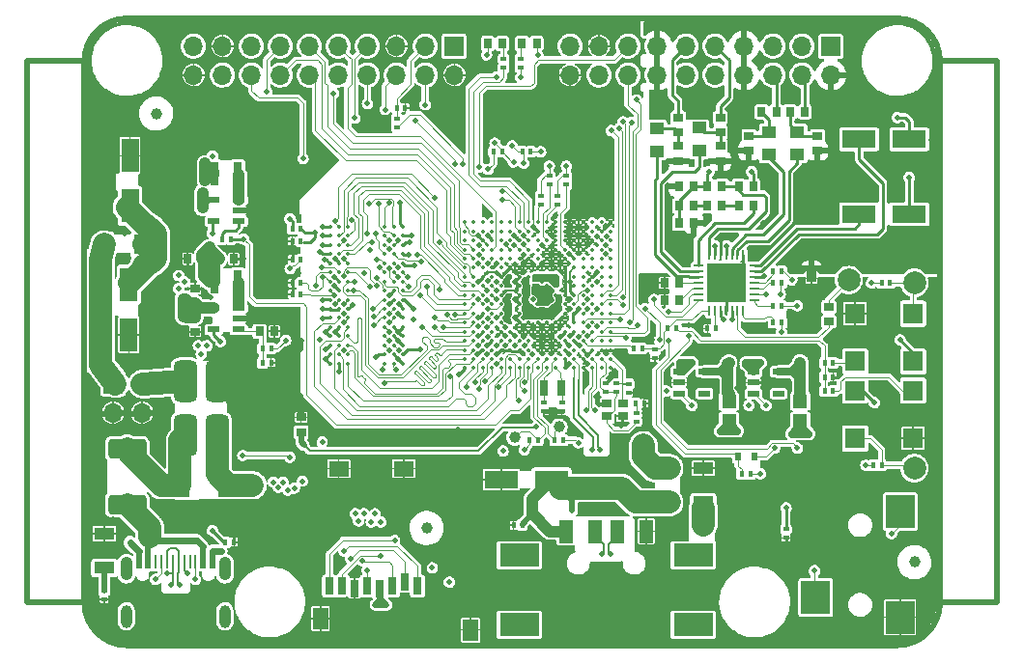
<source format=gbr>
%TF.GenerationSoftware,KiCad,Pcbnew,(6.0.1-0)*%
%TF.CreationDate,2022-12-27T13:33:36-05:00*%
%TF.ProjectId,EX-PCB-10108-001,45582d50-4342-42d3-9130-3130382d3030,A*%
%TF.SameCoordinates,Original*%
%TF.FileFunction,Copper,L1,Top*%
%TF.FilePolarity,Positive*%
%FSLAX46Y46*%
G04 Gerber Fmt 4.6, Leading zero omitted, Abs format (unit mm)*
G04 Created by KiCad (PCBNEW (6.0.1-0)) date 2022-12-27 13:33:36*
%MOMM*%
%LPD*%
G01*
G04 APERTURE LIST*
G04 Aperture macros list*
%AMRoundRect*
0 Rectangle with rounded corners*
0 $1 Rounding radius*
0 $2 $3 $4 $5 $6 $7 $8 $9 X,Y pos of 4 corners*
0 Add a 4 corners polygon primitive as box body*
4,1,4,$2,$3,$4,$5,$6,$7,$8,$9,$2,$3,0*
0 Add four circle primitives for the rounded corners*
1,1,$1+$1,$2,$3*
1,1,$1+$1,$4,$5*
1,1,$1+$1,$6,$7*
1,1,$1+$1,$8,$9*
0 Add four rect primitives between the rounded corners*
20,1,$1+$1,$2,$3,$4,$5,0*
20,1,$1+$1,$4,$5,$6,$7,0*
20,1,$1+$1,$6,$7,$8,$9,0*
20,1,$1+$1,$8,$9,$2,$3,0*%
G04 Aperture macros list end*
%TA.AperFunction,Profile*%
%ADD10C,0.500000*%
%TD*%
%TA.AperFunction,SMDPad,CuDef*%
%ADD11R,0.710000X0.810000*%
%TD*%
%TA.AperFunction,SMDPad,CuDef*%
%ADD12R,0.510000X0.450000*%
%TD*%
%TA.AperFunction,SMDPad,CuDef*%
%ADD13R,0.800000X2.000000*%
%TD*%
%TA.AperFunction,SMDPad,CuDef*%
%ADD14C,0.350000*%
%TD*%
%TA.AperFunction,SMDPad,CuDef*%
%ADD15R,0.700000X1.400000*%
%TD*%
%TA.AperFunction,SMDPad,CuDef*%
%ADD16R,0.450000X0.510000*%
%TD*%
%TA.AperFunction,SMDPad,CuDef*%
%ADD17R,0.810000X0.710000*%
%TD*%
%TA.AperFunction,SMDPad,CuDef*%
%ADD18R,1.060000X0.500000*%
%TD*%
%TA.AperFunction,SMDPad,CuDef*%
%ADD19C,1.000000*%
%TD*%
%TA.AperFunction,SMDPad,CuDef*%
%ADD20R,1.600000X3.000000*%
%TD*%
%TA.AperFunction,SMDPad,CuDef*%
%ADD21R,3.000000X1.600000*%
%TD*%
%TA.AperFunction,SMDPad,CuDef*%
%ADD22R,1.800000X1.070000*%
%TD*%
%TA.AperFunction,ComponentPad*%
%ADD23R,1.700000X1.700000*%
%TD*%
%TA.AperFunction,ComponentPad*%
%ADD24O,1.700000X1.700000*%
%TD*%
%TA.AperFunction,SMDPad,CuDef*%
%ADD25R,1.750000X2.000000*%
%TD*%
%TA.AperFunction,SMDPad,CuDef*%
%ADD26RoundRect,0.388500X-1.311500X0.486500X-1.311500X-0.486500X1.311500X-0.486500X1.311500X0.486500X0*%
%TD*%
%TA.AperFunction,SMDPad,CuDef*%
%ADD27R,1.070000X1.800000*%
%TD*%
%TA.AperFunction,SMDPad,CuDef*%
%ADD28RoundRect,0.521250X0.521250X-1.308750X0.521250X1.308750X-0.521250X1.308750X-0.521250X-1.308750X0*%
%TD*%
%TA.AperFunction,SMDPad,CuDef*%
%ADD29R,1.800000X1.800000*%
%TD*%
%TA.AperFunction,SMDPad,CuDef*%
%ADD30R,1.250000X2.000000*%
%TD*%
%TA.AperFunction,SMDPad,CuDef*%
%ADD31R,3.500000X2.000000*%
%TD*%
%TA.AperFunction,ComponentPad*%
%ADD32C,1.000000*%
%TD*%
%TA.AperFunction,SMDPad,CuDef*%
%ADD33R,2.550000X2.900000*%
%TD*%
%TA.AperFunction,SMDPad,CuDef*%
%ADD34R,1.400000X1.900000*%
%TD*%
%TA.AperFunction,SMDPad,CuDef*%
%ADD35R,1.800000X1.400000*%
%TD*%
%TA.AperFunction,SMDPad,CuDef*%
%ADD36R,0.800000X1.500000*%
%TD*%
%TA.AperFunction,SMDPad,CuDef*%
%ADD37R,0.550000X1.150000*%
%TD*%
%TA.AperFunction,SMDPad,CuDef*%
%ADD38R,0.250000X1.150000*%
%TD*%
%TA.AperFunction,ComponentPad*%
%ADD39O,1.050000X2.100000*%
%TD*%
%TA.AperFunction,ComponentPad*%
%ADD40O,1.000000X2.000000*%
%TD*%
%TA.AperFunction,SMDPad,CuDef*%
%ADD41R,0.900000X0.800000*%
%TD*%
%TA.AperFunction,SMDPad,CuDef*%
%ADD42R,1.250000X1.000000*%
%TD*%
%TA.AperFunction,SMDPad,CuDef*%
%ADD43R,0.600000X0.700000*%
%TD*%
%TA.AperFunction,SMDPad,CuDef*%
%ADD44R,1.250000X1.150000*%
%TD*%
%TA.AperFunction,SMDPad,CuDef*%
%ADD45C,2.000000*%
%TD*%
%TA.AperFunction,SMDPad,CuDef*%
%ADD46RoundRect,0.062500X0.062500X-0.337500X0.062500X0.337500X-0.062500X0.337500X-0.062500X-0.337500X0*%
%TD*%
%TA.AperFunction,SMDPad,CuDef*%
%ADD47RoundRect,0.062500X0.337500X-0.062500X0.337500X0.062500X-0.337500X0.062500X-0.337500X-0.062500X0*%
%TD*%
%TA.AperFunction,ComponentPad*%
%ADD48C,0.500000*%
%TD*%
%TA.AperFunction,SMDPad,CuDef*%
%ADD49R,3.350000X3.350000*%
%TD*%
%TA.AperFunction,ViaPad*%
%ADD50C,0.500000*%
%TD*%
%TA.AperFunction,Conductor*%
%ADD51C,0.250000*%
%TD*%
%TA.AperFunction,Conductor*%
%ADD52C,0.200000*%
%TD*%
%TA.AperFunction,Conductor*%
%ADD53C,0.500000*%
%TD*%
%TA.AperFunction,Conductor*%
%ADD54C,0.125000*%
%TD*%
%TA.AperFunction,Conductor*%
%ADD55C,0.400000*%
%TD*%
%TA.AperFunction,Conductor*%
%ADD56C,2.000000*%
%TD*%
%TA.AperFunction,Conductor*%
%ADD57C,0.650000*%
%TD*%
%TA.AperFunction,Conductor*%
%ADD58C,1.000000*%
%TD*%
%TA.AperFunction,Conductor*%
%ADD59C,0.115000*%
%TD*%
%TA.AperFunction,Conductor*%
%ADD60C,0.100000*%
%TD*%
%TA.AperFunction,Conductor*%
%ADD61C,0.550000*%
%TD*%
%TA.AperFunction,Conductor*%
%ADD62C,0.600000*%
%TD*%
%TA.AperFunction,Conductor*%
%ADD63C,0.350000*%
%TD*%
G04 APERTURE END LIST*
D10*
X46450000Y-85300000D02*
X46450000Y-132800000D01*
X46450000Y-132800000D02*
G75*
G03*
X50200000Y-136550000I3750001J1D01*
G01*
X126450000Y-85300000D02*
X126450000Y-132800000D01*
X121450000Y-85300000D02*
G75*
G03*
X117700000Y-81550000I-3750001J-1D01*
G01*
X121450000Y-85300000D02*
X121450000Y-132800000D01*
X121450000Y-132800000D02*
X126450000Y-132800000D01*
X117700000Y-136550000D02*
X50200000Y-136550000D01*
X41450000Y-132800000D02*
X46450000Y-132800000D01*
X117700000Y-136550000D02*
G75*
G03*
X121450000Y-132800000I-1J3750001D01*
G01*
X126450000Y-85300000D02*
X121450000Y-85300000D01*
X50200000Y-81550000D02*
G75*
G03*
X46450000Y-85300000I1J-3750001D01*
G01*
X41450000Y-85300000D02*
X46450000Y-85300000D01*
X41450000Y-85300000D02*
X41450000Y-132800000D01*
X117700000Y-81550000D02*
X50200000Y-81550000D01*
D11*
X56795000Y-102650000D03*
X55505000Y-102650000D03*
D12*
X86750000Y-115275000D03*
X86750000Y-116025000D03*
X88300000Y-115275000D03*
X88300000Y-116025000D03*
D11*
X58255000Y-102650000D03*
X59545000Y-102650000D03*
D13*
X59900000Y-104650000D03*
X57900000Y-104650000D03*
X59900000Y-95150000D03*
X57900000Y-95150000D03*
D14*
X74380000Y-111830000D03*
X73580000Y-111830000D03*
X72780000Y-111830000D03*
X69580000Y-111830000D03*
X68780000Y-111830000D03*
X67980000Y-111830000D03*
X74380000Y-111030000D03*
X73580000Y-111030000D03*
X72780000Y-111030000D03*
X69580000Y-111030000D03*
X68780000Y-111030000D03*
X67980000Y-111030000D03*
X74380000Y-110230000D03*
X73580000Y-110230000D03*
X72780000Y-110230000D03*
X69580000Y-110230000D03*
X68780000Y-110230000D03*
X67980000Y-110230000D03*
X74380000Y-109430000D03*
X73580000Y-109430000D03*
X72780000Y-109430000D03*
X69580000Y-109430000D03*
X68780000Y-109430000D03*
X67980000Y-109430000D03*
X74380000Y-108630000D03*
X73580000Y-108630000D03*
X72780000Y-108630000D03*
X69580000Y-108630000D03*
X68780000Y-108630000D03*
X67980000Y-108630000D03*
X74380000Y-107830000D03*
X73580000Y-107830000D03*
X72780000Y-107830000D03*
X69580000Y-107830000D03*
X68780000Y-107830000D03*
X67980000Y-107830000D03*
X74380000Y-107030000D03*
X73580000Y-107030000D03*
X72780000Y-107030000D03*
X69580000Y-107030000D03*
X68780000Y-107030000D03*
X67980000Y-107030000D03*
X74380000Y-106230000D03*
X73580000Y-106230000D03*
X72780000Y-106230000D03*
X69580000Y-106230000D03*
X68780000Y-106230000D03*
X67980000Y-106230000D03*
X74380000Y-105430000D03*
X73580000Y-105430000D03*
X72780000Y-105430000D03*
X69580000Y-105430000D03*
X68780000Y-105430000D03*
X67980000Y-105430000D03*
X74380000Y-104630000D03*
X73580000Y-104630000D03*
X72780000Y-104630000D03*
X69580000Y-104630000D03*
X68780000Y-104630000D03*
X67980000Y-104630000D03*
X74380000Y-103830000D03*
X73580000Y-103830000D03*
X72780000Y-103830000D03*
X69580000Y-103830000D03*
X68780000Y-103830000D03*
X67980000Y-103830000D03*
X74380000Y-103030000D03*
X73580000Y-103030000D03*
X72780000Y-103030000D03*
X69580000Y-103030000D03*
X68780000Y-103030000D03*
X67980000Y-103030000D03*
X74380000Y-102230000D03*
X73580000Y-102230000D03*
X72780000Y-102230000D03*
X69580000Y-102230000D03*
X68780000Y-102230000D03*
X67980000Y-102230000D03*
X74380000Y-101430000D03*
X73580000Y-101430000D03*
X72780000Y-101430000D03*
X69580000Y-101430000D03*
X68780000Y-101430000D03*
X67980000Y-101430000D03*
X74380000Y-100630000D03*
X73580000Y-100630000D03*
X72780000Y-100630000D03*
X69580000Y-100630000D03*
X68780000Y-100630000D03*
X67980000Y-100630000D03*
X74380000Y-99830000D03*
X73580000Y-99830000D03*
X72780000Y-99830000D03*
X69580000Y-99830000D03*
X68780000Y-99830000D03*
X67980000Y-99830000D03*
D15*
X86750000Y-113950000D03*
X88250000Y-113950000D03*
D16*
X65425000Y-105750000D03*
X64675000Y-105750000D03*
X65425000Y-104750000D03*
X64675000Y-104750000D03*
X64675000Y-102700000D03*
X65425000Y-102700000D03*
D12*
X94825000Y-116900000D03*
X94825000Y-116150000D03*
D16*
X94750000Y-115325000D03*
X95500000Y-115325000D03*
D12*
X93100000Y-114325000D03*
X93100000Y-113575000D03*
D17*
X56150000Y-107755000D03*
X56150000Y-109045000D03*
D16*
X62075000Y-111750000D03*
X62825000Y-111750000D03*
X62825000Y-110500000D03*
X62075000Y-110500000D03*
D18*
X60000000Y-108850000D03*
X60000000Y-107900000D03*
X60000000Y-106950000D03*
X57800000Y-106950000D03*
X57800000Y-108850000D03*
D17*
X65450000Y-117845000D03*
X65450000Y-116555000D03*
X56150000Y-106545000D03*
X56150000Y-105255000D03*
D16*
X59275000Y-100900000D03*
X58525000Y-100900000D03*
D18*
X60000000Y-99350000D03*
X60000000Y-98400000D03*
X60000000Y-97450000D03*
X57800000Y-97450000D03*
X57800000Y-99350000D03*
D19*
X52750000Y-89900000D03*
X76450000Y-126250000D03*
D20*
X50350000Y-104900000D03*
X50350000Y-109300000D03*
X50450000Y-98000000D03*
X50450000Y-93600000D03*
D16*
X112075000Y-113000000D03*
X111325000Y-113000000D03*
D21*
X114350000Y-98730000D03*
X118750000Y-98730000D03*
D22*
X48200000Y-129755000D03*
X48200000Y-126745000D03*
D16*
X116325000Y-104750000D03*
X117075000Y-104750000D03*
X112075000Y-111750000D03*
X111325000Y-111750000D03*
X111325000Y-114250000D03*
X112075000Y-114250000D03*
X116325000Y-120750000D03*
X115575000Y-120750000D03*
D23*
X111880000Y-83980000D03*
D24*
X111880000Y-86520000D03*
X109340000Y-83980000D03*
X109340000Y-86520000D03*
X106800000Y-83980000D03*
X106800000Y-86520000D03*
X104260000Y-83980000D03*
X104260000Y-86520000D03*
X101720000Y-83980000D03*
X101720000Y-86520000D03*
X99180000Y-83980000D03*
X99180000Y-86520000D03*
X96640000Y-83980000D03*
X96640000Y-86520000D03*
X94100000Y-83980000D03*
X94100000Y-86520000D03*
X91560000Y-83980000D03*
X91560000Y-86520000D03*
X89020000Y-83980000D03*
X89020000Y-86520000D03*
D23*
X78880000Y-83980000D03*
D24*
X78880000Y-86520000D03*
X76340000Y-83980000D03*
X76340000Y-86520000D03*
X73800000Y-83980000D03*
X73800000Y-86520000D03*
X71260000Y-83980000D03*
X71260000Y-86520000D03*
X68720000Y-83980000D03*
X68720000Y-86520000D03*
X66180000Y-83980000D03*
X66180000Y-86520000D03*
X63640000Y-83980000D03*
X63640000Y-86520000D03*
X61100000Y-83980000D03*
X61100000Y-86520000D03*
X58560000Y-83980000D03*
X58560000Y-86520000D03*
X56020000Y-83980000D03*
X56020000Y-86520000D03*
D25*
X54850000Y-122500000D03*
X59050000Y-122500000D03*
D26*
X50200000Y-119300000D03*
X50200000Y-124200000D03*
D27*
X51305000Y-101400000D03*
X48295000Y-101400000D03*
D22*
X100700000Y-124005000D03*
X100700000Y-120995000D03*
D28*
X55300000Y-118125000D03*
X58100000Y-118125000D03*
X58100000Y-113375000D03*
X55300000Y-113375000D03*
D12*
X48200000Y-131750000D03*
X48200000Y-132500000D03*
D29*
X119090000Y-107455000D03*
X114010000Y-107455000D03*
X114010000Y-111645000D03*
X119090000Y-111645000D03*
X114010000Y-118395000D03*
X119090000Y-118395000D03*
X119090000Y-114205000D03*
X114010000Y-114205000D03*
D16*
X101075000Y-108750000D03*
X101825000Y-108750000D03*
X97575000Y-108750000D03*
X98325000Y-108750000D03*
D14*
X79780000Y-99430000D03*
X80580000Y-99430000D03*
X81380000Y-99430000D03*
X82180000Y-99430000D03*
X82980000Y-99430000D03*
X83780000Y-99430000D03*
X84580000Y-99430000D03*
X85380000Y-99430000D03*
X86180000Y-99430000D03*
X86980000Y-99430000D03*
X87780000Y-99430000D03*
X88580000Y-99430000D03*
X89380000Y-99430000D03*
X90180000Y-99430000D03*
X90980000Y-99430000D03*
X91780000Y-99430000D03*
X92580000Y-99430000D03*
X79780000Y-100230000D03*
X80580000Y-100230000D03*
X81380000Y-100230000D03*
X82180000Y-100230000D03*
X82980000Y-100230000D03*
X83780000Y-100230000D03*
X84580000Y-100230000D03*
X85380000Y-100230000D03*
X86180000Y-100230000D03*
X86980000Y-100230000D03*
X87780000Y-100230000D03*
X88580000Y-100230000D03*
X89380000Y-100230000D03*
X90180000Y-100230000D03*
X90980000Y-100230000D03*
X91780000Y-100230000D03*
X92580000Y-100230000D03*
X79780000Y-101030000D03*
X80580000Y-101030000D03*
X81380000Y-101030000D03*
X82180000Y-101030000D03*
X82980000Y-101030000D03*
X83780000Y-101030000D03*
X84580000Y-101030000D03*
X85380000Y-101030000D03*
X86180000Y-101030000D03*
X86980000Y-101030000D03*
X87780000Y-101030000D03*
X88580000Y-101030000D03*
X89380000Y-101030000D03*
X90180000Y-101030000D03*
X90980000Y-101030000D03*
X91780000Y-101030000D03*
X92580000Y-101030000D03*
X79780000Y-101830000D03*
X80580000Y-101830000D03*
X81380000Y-101830000D03*
X82180000Y-101830000D03*
X82980000Y-101830000D03*
X83780000Y-101830000D03*
X84580000Y-101830000D03*
X85380000Y-101830000D03*
X86180000Y-101830000D03*
X86980000Y-101830000D03*
X87780000Y-101830000D03*
X88580000Y-101830000D03*
X89380000Y-101830000D03*
X90180000Y-101830000D03*
X90980000Y-101830000D03*
X91780000Y-101830000D03*
X92580000Y-101830000D03*
X79780000Y-102630000D03*
X80580000Y-102630000D03*
X81380000Y-102630000D03*
X82180000Y-102630000D03*
X82980000Y-102630000D03*
X83780000Y-102630000D03*
X84580000Y-102630000D03*
X85380000Y-102630000D03*
X86180000Y-102630000D03*
X86980000Y-102630000D03*
X87780000Y-102630000D03*
X88580000Y-102630000D03*
X89380000Y-102630000D03*
X90180000Y-102630000D03*
X90980000Y-102630000D03*
X91780000Y-102630000D03*
X92580000Y-102630000D03*
X79780000Y-103430000D03*
X80580000Y-103430000D03*
X81380000Y-103430000D03*
X82180000Y-103430000D03*
X82980000Y-103430000D03*
X83780000Y-103430000D03*
X84580000Y-103430000D03*
X85380000Y-103430000D03*
X86180000Y-103430000D03*
X86980000Y-103430000D03*
X87780000Y-103430000D03*
X88580000Y-103430000D03*
X89380000Y-103430000D03*
X90180000Y-103430000D03*
X90980000Y-103430000D03*
X91780000Y-103430000D03*
X92580000Y-103430000D03*
X79780000Y-104230000D03*
X80580000Y-104230000D03*
X81380000Y-104230000D03*
X82180000Y-104230000D03*
X82980000Y-104230000D03*
X83780000Y-104230000D03*
X84580000Y-104230000D03*
X85380000Y-104230000D03*
X86180000Y-104230000D03*
X86980000Y-104230000D03*
X87780000Y-104230000D03*
X88580000Y-104230000D03*
X89380000Y-104230000D03*
X90180000Y-104230000D03*
X90980000Y-104230000D03*
X91780000Y-104230000D03*
X92580000Y-104230000D03*
X79780000Y-105030000D03*
X80580000Y-105030000D03*
X81380000Y-105030000D03*
X82180000Y-105030000D03*
X82980000Y-105030000D03*
X83780000Y-105030000D03*
X84580000Y-105030000D03*
X85380000Y-105030000D03*
X86180000Y-105030000D03*
X86980000Y-105030000D03*
X87780000Y-105030000D03*
X88580000Y-105030000D03*
X89380000Y-105030000D03*
X90180000Y-105030000D03*
X90980000Y-105030000D03*
X91780000Y-105030000D03*
X92580000Y-105030000D03*
X79780000Y-105830000D03*
X80580000Y-105830000D03*
X81380000Y-105830000D03*
X82180000Y-105830000D03*
X82980000Y-105830000D03*
X83780000Y-105830000D03*
X84580000Y-105830000D03*
X85380000Y-105830000D03*
X86180000Y-105830000D03*
X86980000Y-105830000D03*
X87780000Y-105830000D03*
X88580000Y-105830000D03*
X89380000Y-105830000D03*
X90180000Y-105830000D03*
X90980000Y-105830000D03*
X91780000Y-105830000D03*
X92580000Y-105830000D03*
X79780000Y-106630000D03*
X80580000Y-106630000D03*
X81380000Y-106630000D03*
X82180000Y-106630000D03*
X82980000Y-106630000D03*
X83780000Y-106630000D03*
X84580000Y-106630000D03*
X85380000Y-106630000D03*
X86180000Y-106630000D03*
X86980000Y-106630000D03*
X87780000Y-106630000D03*
X88580000Y-106630000D03*
X89380000Y-106630000D03*
X90180000Y-106630000D03*
X90980000Y-106630000D03*
X91780000Y-106630000D03*
X92580000Y-106630000D03*
X79780000Y-107430000D03*
X80580000Y-107430000D03*
X81380000Y-107430000D03*
X82180000Y-107430000D03*
X82980000Y-107430000D03*
X83780000Y-107430000D03*
X84580000Y-107430000D03*
X85380000Y-107430000D03*
X86180000Y-107430000D03*
X86980000Y-107430000D03*
X87780000Y-107430000D03*
X88580000Y-107430000D03*
X89380000Y-107430000D03*
X90180000Y-107430000D03*
X90980000Y-107430000D03*
X91780000Y-107430000D03*
X92580000Y-107430000D03*
X79780000Y-108230000D03*
X80580000Y-108230000D03*
X81380000Y-108230000D03*
X82180000Y-108230000D03*
X82980000Y-108230000D03*
X83780000Y-108230000D03*
X84580000Y-108230000D03*
X85380000Y-108230000D03*
X86180000Y-108230000D03*
X86980000Y-108230000D03*
X87780000Y-108230000D03*
X88580000Y-108230000D03*
X89380000Y-108230000D03*
X90180000Y-108230000D03*
X90980000Y-108230000D03*
X91780000Y-108230000D03*
X92580000Y-108230000D03*
X79780000Y-109030000D03*
X80580000Y-109030000D03*
X81380000Y-109030000D03*
X82180000Y-109030000D03*
X82980000Y-109030000D03*
X83780000Y-109030000D03*
X84580000Y-109030000D03*
X85380000Y-109030000D03*
X86180000Y-109030000D03*
X86980000Y-109030000D03*
X87780000Y-109030000D03*
X88580000Y-109030000D03*
X89380000Y-109030000D03*
X90180000Y-109030000D03*
X90980000Y-109030000D03*
X91780000Y-109030000D03*
X92580000Y-109030000D03*
X79780000Y-109830000D03*
X80580000Y-109830000D03*
X81380000Y-109830000D03*
X82180000Y-109830000D03*
X82980000Y-109830000D03*
X83780000Y-109830000D03*
X84580000Y-109830000D03*
X85380000Y-109830000D03*
X86180000Y-109830000D03*
X86980000Y-109830000D03*
X87780000Y-109830000D03*
X88580000Y-109830000D03*
X89380000Y-109830000D03*
X90180000Y-109830000D03*
X90980000Y-109830000D03*
X91780000Y-109830000D03*
X92580000Y-109830000D03*
X79780000Y-110630000D03*
X80580000Y-110630000D03*
X81380000Y-110630000D03*
X82180000Y-110630000D03*
X82980000Y-110630000D03*
X83780000Y-110630000D03*
X84580000Y-110630000D03*
X85380000Y-110630000D03*
X86180000Y-110630000D03*
X86980000Y-110630000D03*
X87780000Y-110630000D03*
X88580000Y-110630000D03*
X89380000Y-110630000D03*
X90180000Y-110630000D03*
X90980000Y-110630000D03*
X91780000Y-110630000D03*
X92580000Y-110630000D03*
X79780000Y-111430000D03*
X80580000Y-111430000D03*
X81380000Y-111430000D03*
X82180000Y-111430000D03*
X82980000Y-111430000D03*
X83780000Y-111430000D03*
X84580000Y-111430000D03*
X85380000Y-111430000D03*
X86180000Y-111430000D03*
X86980000Y-111430000D03*
X87780000Y-111430000D03*
X88580000Y-111430000D03*
X89380000Y-111430000D03*
X90180000Y-111430000D03*
X90980000Y-111430000D03*
X91780000Y-111430000D03*
X92580000Y-111430000D03*
X79780000Y-112230000D03*
X80580000Y-112230000D03*
X81380000Y-112230000D03*
X82180000Y-112230000D03*
X82980000Y-112230000D03*
X83780000Y-112230000D03*
X84580000Y-112230000D03*
X85380000Y-112230000D03*
X86180000Y-112230000D03*
X86980000Y-112230000D03*
X87780000Y-112230000D03*
X88580000Y-112230000D03*
X89380000Y-112230000D03*
X90180000Y-112230000D03*
X90980000Y-112230000D03*
X91780000Y-112230000D03*
X92580000Y-112230000D03*
D12*
X96450000Y-110625000D03*
X96450000Y-111375000D03*
D16*
X94575000Y-110500000D03*
X95325000Y-110500000D03*
D30*
X88700000Y-126550000D03*
X91200000Y-126550000D03*
X93200000Y-126550000D03*
X95700000Y-126550000D03*
D31*
X84575000Y-128650000D03*
D32*
X100000000Y-134750000D03*
X98800000Y-128650000D03*
X85600000Y-128650000D03*
X84400000Y-128650000D03*
X84400000Y-134750000D03*
D31*
X99825000Y-128650000D03*
D32*
X98800000Y-134750000D03*
X100000000Y-128650000D03*
X85600000Y-134750000D03*
D31*
X99825000Y-134750000D03*
X84575000Y-134750000D03*
D21*
X114350000Y-92150000D03*
X118750000Y-92150000D03*
D33*
X110550000Y-132350000D03*
X117950000Y-124800000D03*
X117950000Y-134100000D03*
D34*
X80300000Y-135200000D03*
X67150000Y-134200000D03*
D35*
X74450000Y-121050000D03*
X68750000Y-121050000D03*
D36*
X75640000Y-131350000D03*
X74540000Y-130950000D03*
X73440000Y-131350000D03*
X72340000Y-131550000D03*
X71240000Y-131350000D03*
X70140000Y-131550000D03*
X69040000Y-131350000D03*
X67940000Y-131350000D03*
D11*
X61805000Y-109000000D03*
X63095000Y-109000000D03*
D16*
X87675000Y-118550000D03*
X88425000Y-118550000D03*
X86225000Y-118550000D03*
X85475000Y-118550000D03*
D21*
X87400000Y-122000000D03*
X83000000Y-122000000D03*
D19*
X84200000Y-118300000D03*
X88050000Y-117400000D03*
D16*
X84825000Y-126000000D03*
X84075000Y-126000000D03*
D37*
X51250000Y-129245000D03*
X52050000Y-129245000D03*
D38*
X53200000Y-129245000D03*
X54200000Y-129245000D03*
X54700000Y-129245000D03*
X55700000Y-129245000D03*
D37*
X57650000Y-129245000D03*
X56850000Y-129245000D03*
D38*
X56200000Y-129245000D03*
X55200000Y-129245000D03*
X53700000Y-129245000D03*
X52700000Y-129245000D03*
D39*
X58770000Y-129820000D03*
D40*
X50130000Y-134000000D03*
D39*
X50130000Y-129820000D03*
D40*
X58770000Y-134000000D03*
D16*
X65425000Y-101100000D03*
X64675000Y-101100000D03*
X65425000Y-100000000D03*
X64675000Y-100000000D03*
D12*
X94150000Y-113625000D03*
X94150000Y-114375000D03*
D41*
X92250000Y-116450000D03*
X93650000Y-115350000D03*
X92250000Y-115350000D03*
X93650000Y-116450000D03*
D12*
X92150000Y-114275000D03*
X92150000Y-113525000D03*
D42*
X100350000Y-93150000D03*
X100350000Y-91150000D03*
X96650000Y-93200000D03*
X96650000Y-91200000D03*
X108950000Y-91500000D03*
X108950000Y-93500000D03*
X106450000Y-91500000D03*
X106450000Y-93500000D03*
D11*
X98555000Y-98000000D03*
X99845000Y-98000000D03*
X99845000Y-96250000D03*
X98555000Y-96250000D03*
D16*
X58825000Y-127500000D03*
X59575000Y-127500000D03*
D12*
X107950000Y-126375000D03*
X107950000Y-127125000D03*
D11*
X84805000Y-83750000D03*
X86095000Y-83750000D03*
X83095000Y-83750000D03*
X81805000Y-83750000D03*
D43*
X105150000Y-120000000D03*
X103750000Y-120000000D03*
D22*
X97700000Y-120995000D03*
X97700000Y-124005000D03*
D44*
X109200000Y-115125000D03*
X109200000Y-116875000D03*
X102950000Y-115125000D03*
X102950000Y-116875000D03*
D19*
X119200000Y-129250000D03*
D16*
X104825000Y-121500000D03*
X104075000Y-121500000D03*
D17*
X102200000Y-90255000D03*
X102200000Y-91545000D03*
X102200000Y-92755000D03*
X102200000Y-94045000D03*
X98500000Y-90255000D03*
X98500000Y-91545000D03*
X98500000Y-92755000D03*
X98500000Y-94045000D03*
X104700000Y-91855000D03*
X104700000Y-93145000D03*
X110700000Y-91855000D03*
X110700000Y-93145000D03*
D11*
X108305000Y-89750000D03*
X109595000Y-89750000D03*
X105805000Y-89750000D03*
X107095000Y-89750000D03*
D17*
X111700000Y-108145000D03*
X111700000Y-106855000D03*
D11*
X105095000Y-98000000D03*
X103805000Y-98000000D03*
X102345000Y-98000000D03*
X101055000Y-98000000D03*
X102345000Y-96250000D03*
X101055000Y-96250000D03*
X103805000Y-96250000D03*
X105095000Y-96250000D03*
X98555000Y-99500000D03*
X99845000Y-99500000D03*
D12*
X83200000Y-85875000D03*
X83200000Y-85125000D03*
X84700000Y-85125000D03*
X84700000Y-85875000D03*
D45*
X113450000Y-104500000D03*
X119200000Y-104750000D03*
X119200000Y-121000000D03*
D18*
X105100000Y-112550000D03*
X105100000Y-113500000D03*
X105100000Y-114450000D03*
X107300000Y-114450000D03*
X107300000Y-112550000D03*
X98600000Y-112550000D03*
X98600000Y-113500000D03*
X98600000Y-114450000D03*
X100800000Y-114450000D03*
X100800000Y-112550000D03*
D46*
X101200000Y-107200000D03*
X101700000Y-107200000D03*
X102200000Y-107200000D03*
X102700000Y-107200000D03*
X103200000Y-107200000D03*
X103700000Y-107200000D03*
X104200000Y-107200000D03*
D47*
X105150000Y-106250000D03*
X105150000Y-105750000D03*
X105150000Y-105250000D03*
X105150000Y-104750000D03*
X105150000Y-104250000D03*
X105150000Y-103750000D03*
X105150000Y-103250000D03*
D46*
X104200000Y-102300000D03*
X103700000Y-102300000D03*
X103200000Y-102300000D03*
X102700000Y-102300000D03*
X102200000Y-102300000D03*
X101700000Y-102300000D03*
X101200000Y-102300000D03*
D47*
X100250000Y-103250000D03*
X100250000Y-103750000D03*
X100250000Y-104250000D03*
X100250000Y-104750000D03*
X100250000Y-105250000D03*
X100250000Y-105750000D03*
X100250000Y-106250000D03*
D48*
X103700000Y-104750000D03*
X101700000Y-103750000D03*
D49*
X102700000Y-104750000D03*
D48*
X101700000Y-104750000D03*
X102700000Y-104750000D03*
X103700000Y-103750000D03*
X103700000Y-105750000D03*
X102700000Y-105750000D03*
X102700000Y-103750000D03*
X101700000Y-105750000D03*
D16*
X107575000Y-106750000D03*
X106825000Y-106750000D03*
X107575000Y-108250000D03*
X106825000Y-108250000D03*
X106825000Y-103750000D03*
X107575000Y-103750000D03*
X106825000Y-104750000D03*
X107575000Y-104750000D03*
X73825000Y-89400000D03*
X74575000Y-89400000D03*
D11*
X98595000Y-106250000D03*
X97305000Y-106250000D03*
X98595000Y-104750000D03*
X97305000Y-104750000D03*
D17*
X110200000Y-104350000D03*
X110200000Y-103700000D03*
D12*
X86450000Y-97125000D03*
X86450000Y-97875000D03*
X87200000Y-95375000D03*
X87200000Y-96125000D03*
X87950000Y-97125000D03*
X87950000Y-97875000D03*
X88700000Y-95375000D03*
X88700000Y-96125000D03*
D16*
X82325000Y-93250000D03*
X83075000Y-93250000D03*
X85575000Y-93250000D03*
X84825000Y-93250000D03*
D12*
X73850000Y-91075000D03*
X73850000Y-90325000D03*
D23*
X48975000Y-113600000D03*
D24*
X51515000Y-113600000D03*
X48975000Y-116140000D03*
X51515000Y-116140000D03*
D50*
X81000000Y-107762467D03*
X80985632Y-109392490D03*
X83349998Y-109425000D03*
X84175000Y-106225000D03*
X84175000Y-107825000D03*
X85775000Y-106225000D03*
X84834988Y-110956490D03*
X86650000Y-108650000D03*
X87350000Y-108650000D03*
X86550000Y-109450000D03*
X84950000Y-109450000D03*
X84450000Y-116700000D03*
X67050000Y-109750000D03*
X65175000Y-112775000D03*
X79291743Y-112784562D03*
X80923436Y-111027100D03*
X84950002Y-103800000D03*
X84149996Y-104649996D03*
X84951243Y-103001243D03*
X90360541Y-113752839D03*
X73144696Y-105807655D03*
X73999118Y-106616832D03*
X72007510Y-111300000D03*
X73963466Y-109025000D03*
X75300000Y-107950000D03*
X75388154Y-103211846D03*
X74950000Y-101192490D03*
X74150000Y-97750000D03*
X80942495Y-104647889D03*
X64650000Y-101950000D03*
X69175000Y-110650000D03*
X69200000Y-107425000D03*
X71525000Y-101825000D03*
X67350000Y-107855024D03*
X68407510Y-109073618D03*
X68375000Y-105025000D03*
X67325000Y-99800000D03*
X67475002Y-102750000D03*
X67575000Y-111425000D03*
X67350000Y-107040012D03*
X67325000Y-101425000D03*
X82600000Y-111000000D03*
X47450000Y-125500000D03*
X48200000Y-125500000D03*
X48950000Y-125500000D03*
X60900000Y-107420000D03*
X60900000Y-108370000D03*
X109700000Y-108250000D03*
X80964484Y-100587490D03*
X95700000Y-128000000D03*
X64750000Y-115400000D03*
X108200000Y-135750000D03*
X112700000Y-112750000D03*
X92700000Y-119500000D03*
X120450000Y-109750000D03*
X74450000Y-134500000D03*
X64200000Y-128500000D03*
X76200000Y-135750000D03*
X96950000Y-126500000D03*
X60400000Y-102650000D03*
X64860000Y-107210000D03*
X102200000Y-121000000D03*
X110375000Y-122575000D03*
X59700000Y-111500000D03*
X95554994Y-116187510D03*
X84200000Y-125000000D03*
X96200000Y-104750000D03*
X90200000Y-82250000D03*
X87450000Y-116500000D03*
X101200000Y-115250000D03*
X100200000Y-113500000D03*
X95200000Y-131750000D03*
X111700000Y-104500000D03*
X59690000Y-115530000D03*
X81950000Y-123500000D03*
X53850000Y-106300000D03*
X89030551Y-106221806D03*
X92181999Y-99787490D03*
X100950000Y-111600000D03*
X56225000Y-101450000D03*
X60200000Y-135750000D03*
X103700000Y-114000000D03*
X64100000Y-105250000D03*
X59400000Y-110150000D03*
X62025000Y-92000000D03*
X53950000Y-96200000D03*
X108950000Y-105500000D03*
X95950000Y-128750000D03*
X68070000Y-127250000D03*
X80700000Y-122500000D03*
X60910000Y-98890000D03*
X69450000Y-133750000D03*
X51650000Y-111800000D03*
X50450000Y-91000000D03*
X90584263Y-108574989D03*
X89450000Y-92000000D03*
X107950000Y-129000000D03*
X91400978Y-103798391D03*
X95080000Y-114380000D03*
X48050000Y-93500000D03*
X48550000Y-90500000D03*
X111200000Y-105500000D03*
X88197515Y-103062509D03*
X90575000Y-111850000D03*
X106950000Y-113500000D03*
X73950000Y-123250000D03*
X90950000Y-95500000D03*
X106200000Y-117250000D03*
X88800000Y-116700000D03*
X64200000Y-108990000D03*
X120700000Y-113500000D03*
X113450000Y-120750000D03*
X49950000Y-100400000D03*
X53700000Y-82250000D03*
X87750000Y-98800000D03*
X96950000Y-127250000D03*
X50450000Y-88700000D03*
X99450000Y-108500000D03*
X110200000Y-105750000D03*
X55950000Y-91000000D03*
X81950000Y-135750000D03*
X104450000Y-127000000D03*
X89780000Y-99830000D03*
X112200000Y-109500000D03*
X120700000Y-106250000D03*
X72800000Y-117849990D03*
X117450000Y-114250000D03*
X59950000Y-126500000D03*
X86520052Y-101429995D03*
X83200000Y-88250000D03*
X90950000Y-97800000D03*
X81650000Y-98500000D03*
X85825000Y-99875000D03*
X82700000Y-126500000D03*
X92937457Y-112497399D03*
X52700000Y-124000000D03*
X113950000Y-109250000D03*
X75450000Y-88900000D03*
X65442630Y-109830918D03*
X114860000Y-135610000D03*
X56450000Y-99900000D03*
X96200000Y-105500000D03*
X120700000Y-119750000D03*
X52700000Y-134000000D03*
X48450000Y-88400000D03*
X90575000Y-101425000D03*
X58450000Y-111000000D03*
X93480658Y-111124538D03*
X47750000Y-117900000D03*
X49950000Y-102400000D03*
X89039948Y-107029994D03*
X60400000Y-109800000D03*
X95700000Y-122500000D03*
X107700000Y-115500000D03*
X110950000Y-127500000D03*
X79199673Y-117621969D03*
X99200000Y-121000000D03*
X96950000Y-125500000D03*
X60050000Y-92900000D03*
X92450000Y-124250000D03*
X120580000Y-131640000D03*
X68790000Y-129110000D03*
X71950000Y-134750000D03*
X56200000Y-134000000D03*
X77950000Y-128750000D03*
X65075000Y-110950012D03*
X96200000Y-109750000D03*
X84145442Y-100606948D03*
X57500021Y-106000012D03*
X120700000Y-125500000D03*
X113950000Y-106000000D03*
X68950000Y-89250000D03*
X105950000Y-108500000D03*
X57140000Y-108110000D03*
X113700000Y-123500000D03*
X75892150Y-110582150D03*
X59700000Y-114500000D03*
X112700000Y-129000000D03*
X55950000Y-93000000D03*
X49850000Y-111700000D03*
X48050000Y-95700000D03*
X60930000Y-97940000D03*
X47450000Y-123250000D03*
X57875000Y-87925000D03*
X50250000Y-117600000D03*
X73250000Y-126600000D03*
X53200000Y-135750000D03*
X93950000Y-119500000D03*
X93533311Y-117247490D03*
X61950000Y-126500000D03*
X67950000Y-135750000D03*
X70200000Y-130000000D03*
X65200000Y-103875000D03*
X79700000Y-123500000D03*
X119200000Y-116750000D03*
X103200000Y-122750000D03*
X59700000Y-112500000D03*
X52850000Y-118000000D03*
X86536439Y-103062510D03*
X48200000Y-133500000D03*
X91312510Y-114750000D03*
X109950000Y-110500000D03*
X59700000Y-113500000D03*
X110950000Y-119250000D03*
X99700000Y-117250000D03*
X95550000Y-111500000D03*
X69450000Y-132500000D03*
X85350000Y-95600000D03*
X88944989Y-111839545D03*
X95950000Y-120500000D03*
X94950000Y-120500000D03*
X95450000Y-119250000D03*
X95450000Y-118500000D03*
X52700000Y-100900000D03*
X52450000Y-102900000D03*
X53200000Y-100400000D03*
X57200000Y-110250000D03*
X98700000Y-111750000D03*
X95450000Y-120000000D03*
X51705000Y-103195000D03*
X53200000Y-101400000D03*
X56700000Y-111000000D03*
X52450000Y-100150000D03*
X53200000Y-102400000D03*
X55275000Y-104675000D03*
X51705000Y-99605000D03*
X54708540Y-104109173D03*
X104450000Y-111750000D03*
X86050000Y-117400000D03*
X99700000Y-111750000D03*
X105700000Y-111750000D03*
X52700000Y-101900000D03*
X54700000Y-105250000D03*
X65699990Y-118999990D03*
X95450000Y-121000000D03*
X56450000Y-110250000D03*
X84218902Y-109439227D03*
X90575000Y-111075010D03*
X57650000Y-100400000D03*
X58400000Y-109900000D03*
X85970001Y-105460000D03*
X71000000Y-103900000D03*
X73146362Y-106606044D03*
X74902057Y-102307510D03*
X73981440Y-107451061D03*
X73175000Y-103450008D03*
X68393161Y-104206839D03*
X69950000Y-106650000D03*
X73975000Y-109825000D03*
X83375000Y-107825000D03*
X83375000Y-106225000D03*
X83375000Y-104625000D03*
X64477521Y-99125000D03*
X68742490Y-112550000D03*
X75162181Y-100631247D03*
X87375000Y-105425000D03*
X67575000Y-110625000D03*
X67350000Y-100625000D03*
X73975000Y-111425000D03*
X67567490Y-109025000D03*
X67125000Y-102025000D03*
X67350000Y-106232510D03*
X56900000Y-103650000D03*
X57650000Y-103400000D03*
X57400000Y-101650000D03*
X87394140Y-106244140D03*
X56900000Y-104400000D03*
X89055010Y-104650000D03*
X88977101Y-109373438D03*
X57050000Y-95050000D03*
X57050000Y-95800000D03*
X103699994Y-117750000D03*
X102200000Y-117750000D03*
X102950000Y-117750000D03*
X115700000Y-115250000D03*
X109949994Y-118000000D03*
X81846408Y-94791082D03*
X117950000Y-109750000D03*
X88962490Y-102225000D03*
X104700000Y-115500000D03*
X57700000Y-93625000D03*
X84991068Y-102267079D03*
X81700000Y-84750000D03*
X81822394Y-100614389D03*
X57050000Y-94275000D03*
X86200000Y-84750000D03*
X108450000Y-118000000D03*
X88700000Y-94500000D03*
X87200000Y-94500000D03*
X86450000Y-93250000D03*
X76950000Y-129750000D03*
X97450000Y-114250000D03*
X82563901Y-103087522D03*
X89800000Y-107025000D03*
X78450000Y-131000000D03*
X109200000Y-118000000D03*
X105700000Y-121500000D03*
X64102510Y-109800000D03*
X84975000Y-104625000D03*
X85000000Y-106225000D03*
X86575000Y-107825000D03*
X87375000Y-107825000D03*
X84975000Y-107825000D03*
X88049990Y-106260057D03*
X88150000Y-109450000D03*
X89839950Y-110229992D03*
X87400000Y-104650000D03*
X86600000Y-104600000D03*
X75300000Y-107050000D03*
X81775000Y-110225000D03*
X68400000Y-102625000D03*
X66675000Y-100350000D03*
X81780000Y-109489961D03*
X70075000Y-105425000D03*
X70100000Y-104675000D03*
X66765728Y-105012811D03*
X67225000Y-103375000D03*
X71263617Y-100460044D03*
X68350004Y-105825000D03*
X80975000Y-108577479D03*
X72070394Y-104996702D03*
X69175007Y-104187779D03*
X67329800Y-104233033D03*
X64499994Y-103500000D03*
X71430092Y-97842490D03*
X81782510Y-104576801D03*
X69175000Y-108225000D03*
X85027479Y-113446250D03*
X85000008Y-114200000D03*
X68400000Y-106600000D03*
X84550000Y-115050000D03*
X69175000Y-106625000D03*
X71800000Y-107750000D03*
X84175000Y-110224998D03*
X71749994Y-107050000D03*
X82780741Y-113880741D03*
X71800006Y-108450000D03*
X83375000Y-110225000D03*
X73157855Y-107421056D03*
X82575000Y-111825000D03*
X82550014Y-110225000D03*
X78549998Y-112950000D03*
X72051422Y-104350010D03*
X83375000Y-108625004D03*
X71955654Y-100460045D03*
X82553407Y-107830176D03*
X81800000Y-107000000D03*
X69200002Y-102625000D03*
X74757692Y-104247843D03*
X82572369Y-104629075D03*
X73145314Y-108236067D03*
X81557005Y-113377003D03*
X73159989Y-109043151D03*
X81016261Y-114091261D03*
X73799992Y-112350000D03*
X81750000Y-111025000D03*
X71450381Y-105057737D03*
X81775000Y-108655023D03*
X71640949Y-101203887D03*
X81802576Y-107840012D03*
X81775000Y-106272522D03*
X69193161Y-101006839D03*
X82539117Y-106189117D03*
X77200002Y-97300000D03*
X68425000Y-99350000D03*
X72210613Y-97800000D03*
X82575000Y-105425000D03*
X73166576Y-110640113D03*
X80741993Y-113425000D03*
X79950000Y-113850000D03*
X73150000Y-109800000D03*
X80950000Y-110212089D03*
X73995017Y-110641784D03*
X69900000Y-99200000D03*
X80964085Y-106207456D03*
X73150000Y-97750000D03*
X81749936Y-105392444D03*
X76100000Y-108600000D03*
X73974999Y-104262214D03*
X77950003Y-108599997D03*
X75953074Y-102922997D03*
X78250170Y-107535014D03*
X73162247Y-101037013D03*
X75908195Y-105838089D03*
X72050000Y-102675000D03*
X72610160Y-112363696D03*
X72758081Y-113509979D03*
X77202448Y-108615011D03*
X74900002Y-105050000D03*
X77200000Y-107800000D03*
X73975000Y-103425000D03*
X78950000Y-107519729D03*
X73975000Y-101050000D03*
X73188619Y-101792490D03*
X76457510Y-105050000D03*
X75600000Y-102307510D03*
X72304846Y-103374990D03*
X77600000Y-105350000D03*
X77600000Y-101175000D03*
X90575000Y-109400000D03*
X108450000Y-104500000D03*
X85008768Y-110258768D03*
X85750000Y-111050000D03*
X83150000Y-119500000D03*
X64464924Y-120045084D03*
X60350000Y-119900000D03*
X89750000Y-118800000D03*
X85000000Y-119400000D03*
X67300000Y-118700000D03*
X88925000Y-110225002D03*
X60400000Y-100900000D03*
X61200000Y-121750000D03*
X61200000Y-123250000D03*
X61950000Y-122500000D03*
X60450000Y-122500000D03*
X58450000Y-128250000D03*
X50450000Y-127500000D03*
X57700000Y-128250000D03*
X61200000Y-122500000D03*
X50950000Y-128000000D03*
X53200000Y-122500000D03*
X99950000Y-126000000D03*
X101450000Y-126000000D03*
X100700000Y-126750000D03*
X100700000Y-126000000D03*
X71950000Y-133000000D03*
X72950000Y-133000000D03*
X82550000Y-86699996D03*
X84700000Y-86750000D03*
X84987086Y-101379535D03*
X79650000Y-94300000D03*
X81025000Y-102275000D03*
X53700000Y-130250000D03*
X54075000Y-131250000D03*
X55450000Y-130250000D03*
X54825000Y-131250000D03*
X56797353Y-97480375D03*
X56775000Y-96825000D03*
X56800000Y-98150000D03*
X55300010Y-107689050D03*
X55300010Y-106145709D03*
X55300010Y-106900000D03*
X88950000Y-123000000D03*
X89200000Y-124750000D03*
X85925000Y-123475000D03*
X109200000Y-112500000D03*
X106075022Y-104144006D03*
X109200000Y-113250000D03*
X102450000Y-108000000D03*
X103200000Y-108000000D03*
X109200000Y-111750000D03*
X63469029Y-122693891D03*
X71612282Y-125736280D03*
X102700000Y-101500000D03*
X102949986Y-113250000D03*
X102950000Y-112500000D03*
X102950000Y-111750000D03*
X88944989Y-111026219D03*
X117700000Y-90250000D03*
X118750000Y-95500000D03*
X111450000Y-102750000D03*
X110200000Y-102750000D03*
X97700000Y-82250000D03*
X100950000Y-99250000D03*
X104950000Y-82250000D03*
X111450000Y-95750000D03*
X97700000Y-96250000D03*
X114200000Y-88500000D03*
X110700000Y-94000000D03*
X111450000Y-103500000D03*
X102200000Y-95000000D03*
X120700000Y-92250000D03*
X105950000Y-99500000D03*
X104700000Y-94000000D03*
X97450000Y-94500000D03*
X120700000Y-102000000D03*
X102200000Y-100750000D03*
X113450000Y-82250000D03*
X105150000Y-102200000D03*
X97450000Y-90200000D03*
X114950000Y-90700000D03*
X99150000Y-102900000D03*
X117450000Y-102500000D03*
X108950000Y-102750000D03*
X120700000Y-97250000D03*
X108950000Y-103500000D03*
X120700000Y-87750000D03*
X114950000Y-95500000D03*
X101700000Y-101500000D03*
X101200000Y-95000000D03*
X57700000Y-126500000D03*
X107950000Y-124500000D03*
X48200000Y-131000000D03*
X110450000Y-130000000D03*
X117200000Y-126750000D03*
X104950000Y-95000000D03*
X80975000Y-103075000D03*
X81070052Y-94598104D03*
X91375000Y-108575000D03*
X94250000Y-108200000D03*
X94850000Y-88700000D03*
X93337490Y-91200000D03*
X76325000Y-89125000D03*
X92650000Y-91400000D03*
X72825000Y-89550000D03*
X95641674Y-107025052D03*
X97674966Y-109837490D03*
X96849954Y-109777035D03*
X93650000Y-106700000D03*
X106950000Y-119250000D03*
X108950000Y-119250000D03*
X90575000Y-106225000D03*
X99450000Y-109400000D03*
X91675000Y-119349990D03*
X90925000Y-119349990D03*
X90425000Y-115950000D03*
X91175000Y-115950000D03*
X93900000Y-109600000D03*
X106200000Y-105750000D03*
X93450000Y-108000000D03*
X107450000Y-105750000D03*
X114950000Y-120750000D03*
X92120050Y-102229996D03*
X52700000Y-130750000D03*
X56200000Y-130750000D03*
X70820099Y-129128386D03*
X71240000Y-129959998D03*
X72442185Y-128715876D03*
X73650000Y-127350000D03*
X69200000Y-128250000D03*
X69791639Y-128941636D03*
X84120050Y-101429994D03*
X82450000Y-92500000D03*
X84066369Y-94144506D03*
X71950000Y-125000000D03*
X63881539Y-122250000D03*
X65550000Y-122150000D03*
X83050000Y-97500000D03*
X72437294Y-125722191D03*
X70950000Y-125000000D03*
X83950000Y-92750000D03*
X84990002Y-100610000D03*
X84950000Y-94250000D03*
X63037490Y-122250000D03*
X64294049Y-122933753D03*
X70483312Y-125633310D03*
X83387501Y-101378686D03*
X70200000Y-125000000D03*
X64864566Y-122747944D03*
X83050000Y-96700000D03*
X90550000Y-105425000D03*
X96350006Y-106200000D03*
X97658311Y-107291689D03*
X91350000Y-107050000D03*
X71259996Y-89015004D03*
X93650000Y-106000000D03*
X93675000Y-90625000D03*
X90550000Y-107025000D03*
X94425000Y-90675000D03*
X62425000Y-87975000D03*
X68307490Y-88120811D03*
X78950000Y-94312510D03*
X70150000Y-90300000D03*
X75450000Y-90500000D03*
X81025000Y-101425000D03*
X81808767Y-103058767D03*
X65625000Y-93850000D03*
X91425000Y-104625000D03*
X89775000Y-109450000D03*
X108950000Y-106750000D03*
X94950000Y-108500000D03*
X107550000Y-109100000D03*
X91825000Y-128500000D03*
X92575000Y-128500000D03*
X92200000Y-100650000D03*
X106200000Y-115500000D03*
X91400000Y-100650000D03*
X99700000Y-115500000D03*
X115450000Y-104750000D03*
X92151248Y-101401248D03*
D51*
X84575000Y-109025000D02*
X84575000Y-109075000D01*
X68724998Y-107075002D02*
X68025002Y-107075002D01*
X68025002Y-107075002D02*
X67975000Y-107025000D01*
X68775000Y-107025000D02*
X68724998Y-107075002D01*
X81000000Y-107827543D02*
X81000000Y-107762467D01*
X81007510Y-109392490D02*
X80985632Y-109392490D01*
X81375000Y-109025000D02*
X81007510Y-109392490D01*
X81375000Y-107425000D02*
X81037533Y-107762467D01*
X81037533Y-107762467D02*
X81000000Y-107762467D01*
X83349998Y-109399998D02*
X83349998Y-109425000D01*
X84575000Y-106625000D02*
X84175000Y-106225000D01*
X84575000Y-105825000D02*
X84175000Y-106225000D01*
X84575000Y-108225000D02*
X84175000Y-107825000D01*
X84575000Y-107425000D02*
X84175000Y-107825000D01*
X84834988Y-110884988D02*
X84834988Y-110956490D01*
X84575000Y-110625000D02*
X84834988Y-110884988D01*
X86975000Y-109025000D02*
X86975000Y-108975000D01*
X86225000Y-108225000D02*
X86650000Y-108650000D01*
X86175000Y-108225000D02*
X86225000Y-108225000D01*
X88575000Y-106625000D02*
X88599992Y-106625000D01*
X88575000Y-105825000D02*
X88600008Y-105825000D01*
X85375000Y-108225000D02*
X85375000Y-108275000D01*
X82975000Y-105825000D02*
X83375000Y-105425000D01*
D52*
X83375000Y-105425000D02*
X84175000Y-105425000D01*
D51*
X86175000Y-109025000D02*
X86175000Y-109075000D01*
X86925000Y-109825000D02*
X86550000Y-109450000D01*
X86975000Y-109825000D02*
X86925000Y-109825000D01*
X92580000Y-110630000D02*
X91780000Y-110630000D01*
X93600000Y-110750000D02*
X93599996Y-110750000D01*
X86550000Y-109450000D02*
X86550000Y-109460000D01*
X86550000Y-109460000D02*
X86180000Y-109830000D01*
X86980000Y-108230000D02*
X86980000Y-108320000D01*
X86980000Y-109030000D02*
X86980000Y-109020000D01*
X87780000Y-109030000D02*
X87730000Y-109030000D01*
X86980000Y-108230000D02*
X86980000Y-108280000D01*
X84580000Y-105030000D02*
X84530000Y-105030000D01*
X84530000Y-105030000D02*
X84149996Y-104649996D01*
X88580000Y-104230000D02*
X88580000Y-103430000D01*
X88580000Y-105030000D02*
X88580000Y-104230000D01*
X64675000Y-102700000D02*
X64675000Y-101975000D01*
X64675000Y-101975000D02*
X64650000Y-101950000D01*
X79541742Y-112534563D02*
X79291743Y-112784562D01*
X79775000Y-112301305D02*
X79541742Y-112534563D01*
X79775000Y-112225000D02*
X79775000Y-112301305D01*
X81325536Y-110625000D02*
X81173435Y-110777101D01*
X81173435Y-110777101D02*
X80923436Y-111027100D01*
X81375000Y-110625000D02*
X81325536Y-110625000D01*
X84399995Y-104899995D02*
X84149996Y-104649996D01*
X84175000Y-105425000D02*
X84399995Y-105200005D01*
X84399995Y-104399997D02*
X84149996Y-104649996D01*
X84399995Y-105200005D02*
X84399995Y-104899995D01*
X84574992Y-104225000D02*
X84399995Y-104399997D01*
X84575000Y-104225000D02*
X84574992Y-104225000D01*
X74375000Y-107025000D02*
X74375000Y-106992714D01*
X74375000Y-106992714D02*
X74249117Y-106866831D01*
X74249117Y-106866831D02*
X73999118Y-106616832D01*
X73575000Y-105425000D02*
X73527351Y-105425000D01*
X73527351Y-105425000D02*
X73394695Y-105557656D01*
X73394695Y-105557656D02*
X73144696Y-105807655D01*
X72775000Y-111025000D02*
X72282510Y-111025000D01*
X72282510Y-111025000D02*
X72257509Y-111050001D01*
X72257509Y-111050001D02*
X72007510Y-111300000D01*
X74363466Y-108625000D02*
X74213465Y-108775001D01*
X74375000Y-109425000D02*
X74363466Y-109425000D01*
X74363466Y-109425000D02*
X74213465Y-109274999D01*
X73575000Y-108625000D02*
X73575000Y-108636534D01*
X74213465Y-109274999D02*
X73963466Y-109025000D01*
X73713467Y-108775001D02*
X73963466Y-109025000D01*
X74213465Y-108775001D02*
X73963466Y-109025000D01*
X74375000Y-108625000D02*
X74363466Y-108625000D01*
X73575000Y-108636534D02*
X73713467Y-108775001D01*
X75034601Y-103211846D02*
X75388154Y-103211846D01*
X74375000Y-103025000D02*
X74561846Y-103211846D01*
X74561846Y-103211846D02*
X75034601Y-103211846D01*
X74375000Y-101413937D02*
X74596447Y-101192490D01*
X74375000Y-101425000D02*
X74375000Y-101413937D01*
X74596447Y-101192490D02*
X74950000Y-101192490D01*
X74150000Y-99600000D02*
X74150000Y-98103553D01*
X74150000Y-98103553D02*
X74150000Y-97750000D01*
X74375000Y-99825000D02*
X74150000Y-99600000D01*
X81365384Y-104225000D02*
X81192494Y-104397890D01*
X81192494Y-104397890D02*
X80942495Y-104647889D01*
X81375000Y-104225000D02*
X81365384Y-104225000D01*
X64650000Y-101200000D02*
X64650000Y-101950000D01*
X67380024Y-107825000D02*
X67350000Y-107855024D01*
X67975000Y-107825000D02*
X67380024Y-107825000D01*
X68423618Y-109073618D02*
X68407510Y-109073618D01*
X68775000Y-108625000D02*
X68407510Y-108992490D01*
X68407510Y-108992490D02*
X68407510Y-109073618D01*
X68775000Y-109425000D02*
X68423618Y-109073618D01*
X68775000Y-105425000D02*
X68375000Y-105025000D01*
X67350000Y-99825000D02*
X67325000Y-99800000D01*
X67975000Y-99825000D02*
X67350000Y-99825000D01*
X67975000Y-103025000D02*
X67700000Y-102750000D01*
X67700000Y-102750000D02*
X67475002Y-102750000D01*
X67975000Y-111025000D02*
X67575000Y-111425000D01*
X67975000Y-111825000D02*
X67575000Y-111425000D01*
X67975000Y-107025000D02*
X67365012Y-107025000D01*
X67365012Y-107025000D02*
X67350000Y-107040012D01*
X67975000Y-101425000D02*
X67325000Y-101425000D01*
X82975000Y-110625000D02*
X82600000Y-111000000D01*
X83071998Y-110625000D02*
X82975000Y-110625000D01*
X83146999Y-110700001D02*
X83071998Y-110625000D01*
X83603001Y-110700001D02*
X83146999Y-110700001D01*
X83678002Y-110625000D02*
X83603001Y-110700001D01*
X83775000Y-110625000D02*
X83678002Y-110625000D01*
X83878761Y-110728761D02*
X83775000Y-110625000D01*
X84575000Y-110625000D02*
X84471239Y-110728761D01*
X84471239Y-110728761D02*
X83878761Y-110728761D01*
X56150000Y-105255000D02*
X56755009Y-105255000D01*
D53*
X60000000Y-98400000D02*
X60970000Y-98400000D01*
D51*
X90175000Y-111450000D02*
X90325001Y-111600001D01*
X92783060Y-110630000D02*
X93277598Y-111124538D01*
X107950000Y-127125000D02*
X107950000Y-129000000D01*
D54*
X85775000Y-99825000D02*
X85775000Y-99175000D01*
D51*
X92580000Y-110630000D02*
X92783060Y-110630000D01*
D54*
X79780000Y-99677487D02*
X80160000Y-100057487D01*
D51*
X90360541Y-113399286D02*
X90360541Y-113752839D01*
X112450000Y-113000000D02*
X112700000Y-112750000D01*
X93277598Y-111124538D02*
X93480658Y-111124538D01*
X74375000Y-111025000D02*
X74817850Y-110582150D01*
X95500000Y-115325000D02*
X95500000Y-116132516D01*
D55*
X88300000Y-116025000D02*
X86750000Y-116025000D01*
D53*
X49900000Y-116181186D02*
X48000000Y-116218813D01*
D51*
X55505000Y-102650000D02*
X55505000Y-103319148D01*
D54*
X85775000Y-99175000D02*
X85775000Y-99025000D01*
D51*
X84580000Y-109030000D02*
X84580000Y-109080000D01*
X81375000Y-101025000D02*
X81337069Y-101025000D01*
X86180000Y-100230000D02*
X85825000Y-99875000D01*
D55*
X87575000Y-116025000D02*
X88300000Y-116025000D01*
D51*
X90450000Y-113309827D02*
X90360541Y-113399286D01*
D54*
X80160000Y-100370000D02*
X80377490Y-100587490D01*
D53*
X60000000Y-107900000D02*
X60990000Y-107900000D01*
D51*
X65442630Y-110582382D02*
X65442630Y-109830918D01*
X92575000Y-112225000D02*
X92665058Y-112225000D01*
X80937490Y-100614484D02*
X80964484Y-100587490D01*
X85322486Y-102630000D02*
X84951243Y-103001243D01*
X92150000Y-113575000D02*
X92150000Y-113550000D01*
X90325001Y-111600001D02*
X90575000Y-111850000D01*
X104200000Y-102300000D02*
X104200000Y-103250000D01*
X92222510Y-99787490D02*
X92181999Y-99787490D01*
X88580000Y-105830000D02*
X88580000Y-105030000D01*
X90175000Y-111425000D02*
X90175000Y-111450000D01*
X83775000Y-103425000D02*
X83749997Y-103450003D01*
X92150000Y-113550000D02*
X92937457Y-112762543D01*
X81337069Y-101025000D02*
X80937490Y-100625421D01*
X92687458Y-112247400D02*
X92937457Y-112497399D01*
X74817850Y-110582150D02*
X75892150Y-110582150D01*
X64675000Y-105750000D02*
X64675000Y-104750000D01*
D54*
X80377490Y-100587490D02*
X80610931Y-100587490D01*
D51*
X88147491Y-103062509D02*
X88197515Y-103062509D01*
X84563494Y-101025000D02*
X84395441Y-100856947D01*
X86612510Y-103062510D02*
X86536439Y-103062510D01*
D54*
X81006266Y-100629272D02*
X80964484Y-100587490D01*
D51*
X82980000Y-104230000D02*
X82550000Y-103800000D01*
X91600000Y-115400000D02*
X91312510Y-115112510D01*
D52*
X82550000Y-103800000D02*
X82544999Y-103805001D01*
D51*
X86536439Y-103073561D02*
X86536439Y-103062510D01*
X90975000Y-104224369D02*
X91400978Y-103798391D01*
X90585000Y-101425000D02*
X90575000Y-101425000D01*
X87513325Y-116436675D02*
X87450000Y-116500000D01*
D54*
X85825000Y-99875000D02*
X85775000Y-99825000D01*
D51*
X90450000Y-112500000D02*
X90450000Y-113309827D01*
X59575000Y-113375000D02*
X59700000Y-113500000D01*
X88575000Y-103425000D02*
X88560006Y-103425000D01*
D54*
X80160000Y-100057487D02*
X80160000Y-100370000D01*
D51*
X56755009Y-105255000D02*
X57500021Y-106000012D01*
X92580000Y-99430000D02*
X92222510Y-99787490D01*
D55*
X87450000Y-116500000D02*
X87450000Y-116150000D01*
D52*
X82544999Y-103805001D02*
X81804999Y-103805001D01*
X81554999Y-104055001D02*
X81380000Y-104230000D01*
D51*
X104200000Y-103250000D02*
X102700000Y-104750000D01*
X92665058Y-112225000D02*
X92687458Y-112247400D01*
X83749997Y-103450003D02*
X83701952Y-103450003D01*
X64675000Y-104750000D02*
X64675000Y-104400000D01*
X85380000Y-102630000D02*
X85322486Y-102630000D01*
X92937457Y-112762543D02*
X92937457Y-112497399D01*
X105100000Y-113500000D02*
X106950000Y-113500000D01*
X80937490Y-100625421D02*
X80937490Y-100614484D01*
X65075000Y-110950012D02*
X65442630Y-110582382D01*
X84395441Y-100856947D02*
X84145442Y-100606948D01*
X95500000Y-116132516D02*
X95554994Y-116187510D01*
D52*
X84580000Y-104230000D02*
X83780000Y-103430000D01*
D54*
X79780000Y-99430000D02*
X79780000Y-99677487D01*
D51*
X88979994Y-107029994D02*
X89039948Y-107029994D01*
X92200000Y-115400000D02*
X91600000Y-115400000D01*
X90980000Y-101030000D02*
X90585000Y-101425000D01*
X90175000Y-112225000D02*
X90450000Y-112500000D01*
D53*
X65450000Y-116100000D02*
X64750000Y-115400000D01*
D51*
X90975000Y-104225000D02*
X90975000Y-104224369D01*
X88575000Y-107425000D02*
X88644942Y-107425000D01*
D53*
X65450000Y-116555000D02*
X65450000Y-116100000D01*
D51*
X93600000Y-116500000D02*
X93600000Y-117180801D01*
D53*
X52500000Y-116181186D02*
X50600000Y-116218813D01*
D51*
X93600000Y-117180801D02*
X93533311Y-117247490D01*
X112075000Y-113000000D02*
X112450000Y-113000000D01*
D54*
X80610931Y-100587490D02*
X80964484Y-100587490D01*
X81042499Y-100629272D02*
X81006266Y-100629272D01*
D55*
X87450000Y-116150000D02*
X87575000Y-116025000D01*
D51*
X59575000Y-126875000D02*
X59950000Y-126500000D01*
X82980000Y-104230000D02*
X83380001Y-103829999D01*
X102700000Y-107200000D02*
X102700000Y-105750000D01*
X91312510Y-115112510D02*
X91312510Y-114750000D01*
X64675000Y-104400000D02*
X65200000Y-103875000D01*
X84575000Y-101025000D02*
X84563494Y-101025000D01*
X59575000Y-127500000D02*
X59575000Y-126875000D01*
X59545000Y-102650000D02*
X60400000Y-102650000D01*
X58100000Y-113375000D02*
X59575000Y-113375000D01*
D52*
X81804999Y-103805001D02*
X81554999Y-104055001D01*
D51*
X83380001Y-103829999D02*
X83780000Y-103430000D01*
X88580000Y-111430000D02*
X88580000Y-111839545D01*
X88580000Y-111839545D02*
X88944989Y-111839545D01*
X88580000Y-112230000D02*
X88580000Y-112204534D01*
X88580000Y-112204534D02*
X88944989Y-111839545D01*
X88575000Y-111425000D02*
X88575000Y-112225000D01*
D56*
X52450000Y-102900000D02*
X51705000Y-103195000D01*
X52450000Y-100150000D02*
X51705000Y-99605000D01*
D57*
X104450000Y-111750000D02*
X104450000Y-111900000D01*
X105100000Y-112550000D02*
X105100000Y-112350000D01*
X98700000Y-111750000D02*
X99700000Y-111750000D01*
D56*
X51705000Y-101400000D02*
X52450000Y-101900000D01*
D52*
X81000000Y-119500000D02*
X83050000Y-117450000D01*
D56*
X51902500Y-103247500D02*
X50397500Y-104752500D01*
X52700000Y-102650000D02*
X52700000Y-100400000D01*
X52450000Y-102900000D02*
X52700000Y-102650000D01*
D57*
X104450000Y-111900000D02*
X105100000Y-112550000D01*
X98600000Y-112550000D02*
X98900000Y-112550000D01*
X98700000Y-112450000D02*
X98600000Y-112550000D01*
D52*
X86000000Y-117450000D02*
X86050000Y-117400000D01*
D57*
X98700000Y-111750000D02*
X98700000Y-112450000D01*
D56*
X96445000Y-120995000D02*
X95450000Y-120000000D01*
D52*
X66200000Y-119500000D02*
X81000000Y-119500000D01*
X65699990Y-118999990D02*
X66200000Y-119500000D01*
D57*
X98900000Y-112550000D02*
X99700000Y-111750000D01*
D56*
X95450000Y-120000000D02*
X95450000Y-119000000D01*
D53*
X65450000Y-118750000D02*
X65699990Y-118999990D01*
D52*
X83050000Y-117450000D02*
X86000000Y-117450000D01*
D53*
X65450000Y-117845000D02*
X65450000Y-118750000D01*
D56*
X51705000Y-99605000D02*
X50200000Y-98100000D01*
D57*
X105100000Y-112350000D02*
X105700000Y-111750000D01*
D56*
X97700000Y-120995000D02*
X96445000Y-120995000D01*
D57*
X104450000Y-111750000D02*
X105700000Y-111750000D01*
D56*
X51705000Y-101400000D02*
X52450000Y-100900000D01*
D54*
X97262464Y-110112464D02*
X96874928Y-110500000D01*
X100500000Y-107200000D02*
X101200000Y-107200000D01*
X97575000Y-108750000D02*
X97262464Y-109062536D01*
X96450000Y-110625000D02*
X96450000Y-110500000D01*
X98325000Y-108000000D02*
X99700000Y-108000000D01*
X95325000Y-110500000D02*
X96450000Y-110500000D01*
X99700000Y-108000000D02*
X100500000Y-107200000D01*
X97262464Y-109062536D02*
X97262464Y-110112464D01*
X97575000Y-108750000D02*
X98325000Y-108000000D01*
X96874928Y-110500000D02*
X96450000Y-110500000D01*
D51*
X83775000Y-109025000D02*
X83775000Y-109075000D01*
X83804675Y-109025000D02*
X84218902Y-109439227D01*
X83775000Y-109025000D02*
X83804675Y-109025000D01*
X90175000Y-110675010D02*
X90325001Y-110825011D01*
X90175000Y-110625000D02*
X90175000Y-110675010D01*
X90325001Y-110825011D02*
X90575000Y-111075010D01*
X90575000Y-111035000D02*
X90575000Y-111075010D01*
X90980000Y-110630000D02*
X90575000Y-111035000D01*
X57650000Y-99500000D02*
X57800000Y-99350000D01*
X57650000Y-100400000D02*
X57650000Y-99500000D01*
X57800000Y-108850000D02*
X57800000Y-109300000D01*
X57800000Y-109300000D02*
X58400000Y-109900000D01*
D58*
X60016148Y-106693494D02*
X60000000Y-106677346D01*
X60000000Y-106677346D02*
X60000000Y-104750000D01*
X60000000Y-97450000D02*
X60000000Y-95250000D01*
D51*
X87375000Y-105425000D02*
X86005001Y-105425000D01*
X86220000Y-105780000D02*
X86220000Y-105709999D01*
X86220000Y-105709999D02*
X85970001Y-105460000D01*
X86175000Y-105825000D02*
X86220000Y-105780000D01*
X86005001Y-105425000D02*
X85970001Y-105460000D01*
X73527406Y-106225000D02*
X73396361Y-106356045D01*
X73575000Y-106225000D02*
X73527406Y-106225000D01*
X73396361Y-106356045D02*
X73146362Y-106606044D01*
X74375000Y-102225000D02*
X74457510Y-102307510D01*
X74457510Y-102307510D02*
X74548504Y-102307510D01*
X74548504Y-102307510D02*
X74902057Y-102307510D01*
X74355379Y-107825000D02*
X74231439Y-107701060D01*
X74231439Y-107701060D02*
X73981440Y-107451061D01*
X74375000Y-107825000D02*
X74355379Y-107825000D01*
D59*
X73575000Y-104625000D02*
X73175000Y-104225000D01*
X73175000Y-103803561D02*
X73175000Y-103450008D01*
X73175000Y-104225000D02*
X73175000Y-103803561D01*
D51*
X68775000Y-104588678D02*
X68393161Y-104206839D01*
X68775000Y-104625000D02*
X68775000Y-104588678D01*
X69575000Y-107025000D02*
X69950000Y-106650000D01*
X73575000Y-109425000D02*
X73975000Y-109825000D01*
X74375000Y-110225000D02*
X73975000Y-109825000D01*
X83775000Y-107425000D02*
X83375000Y-107825000D01*
X83775000Y-108225000D02*
X83375000Y-107825000D01*
X83775000Y-106625000D02*
X83375000Y-106225000D01*
X83775000Y-105825000D02*
X83375000Y-106225000D01*
X83775000Y-105025000D02*
X83375000Y-104625000D01*
X83775000Y-104225000D02*
X83375000Y-104625000D01*
X83775000Y-106625000D02*
X83775000Y-107425000D01*
X68775000Y-111825000D02*
X68742490Y-111857510D01*
X68742490Y-111857510D02*
X68742490Y-112196447D01*
X68742490Y-112196447D02*
X68742490Y-112550000D01*
X74808628Y-100631247D02*
X75162181Y-100631247D01*
X74381247Y-100631247D02*
X74808628Y-100631247D01*
X74375000Y-100625000D02*
X74381247Y-100631247D01*
X86975000Y-105825000D02*
X87375000Y-105425000D01*
X86175000Y-105825000D02*
X86975000Y-105825000D01*
X67975000Y-110225000D02*
X67575000Y-110625000D01*
X67975000Y-100625000D02*
X67350000Y-100625000D01*
X73575000Y-111025000D02*
X73975000Y-111425000D01*
X74375000Y-111825000D02*
X73975000Y-111425000D01*
X67975000Y-109425000D02*
X67575000Y-109025000D01*
X67975000Y-108625000D02*
X67575000Y-109025000D01*
X67575000Y-109025000D02*
X67567490Y-109025000D01*
X67975000Y-102225000D02*
X67350000Y-102225000D01*
X67150000Y-102025000D02*
X67125000Y-102025000D01*
X67350000Y-102225000D02*
X67150000Y-102025000D01*
X67357510Y-106225000D02*
X67350000Y-106232510D01*
X67975000Y-106225000D02*
X67357510Y-106225000D01*
X86980000Y-106630000D02*
X86180000Y-106630000D01*
D54*
X86980000Y-106630000D02*
X87008280Y-106630000D01*
D51*
X86594140Y-106244140D02*
X87040587Y-106244140D01*
X87154999Y-106354999D02*
X87150000Y-106350000D01*
D58*
X56900000Y-104150000D02*
X56900000Y-102755000D01*
X57900000Y-104650000D02*
X57400000Y-104650000D01*
D54*
X87008280Y-106630000D02*
X87394140Y-106244140D01*
D58*
X56900000Y-102755000D02*
X56795000Y-102650000D01*
D51*
X87154999Y-106455001D02*
X87154999Y-106354999D01*
X86175000Y-105825000D02*
X86594140Y-106244140D01*
X87040587Y-106244140D02*
X87150000Y-106350000D01*
X86975000Y-105825000D02*
X87394140Y-106244140D01*
D58*
X57900000Y-103005000D02*
X58255000Y-102650000D01*
X57900000Y-104650000D02*
X57900000Y-103005000D01*
D51*
X87150000Y-106350000D02*
X87394140Y-106244140D01*
X64675000Y-99322479D02*
X64477521Y-99125000D01*
D58*
X58255000Y-102650000D02*
X56795000Y-102650000D01*
X57400000Y-101795000D02*
X58255000Y-102650000D01*
D51*
X86980000Y-106630000D02*
X87154999Y-106455001D01*
D58*
X56795000Y-102650000D02*
X56795000Y-102255000D01*
X57400000Y-101650000D02*
X57400000Y-101795000D01*
D51*
X64675000Y-100000000D02*
X64675000Y-99322479D01*
D58*
X56795000Y-102255000D02*
X57400000Y-101650000D01*
X57400000Y-104650000D02*
X56900000Y-104150000D01*
D51*
X89325539Y-109025000D02*
X89227100Y-109123439D01*
X89375000Y-109025000D02*
X89325539Y-109025000D01*
X89227100Y-109123439D02*
X88977101Y-109373438D01*
D57*
X102950000Y-117000006D02*
X103699994Y-117750000D01*
X102950000Y-117750000D02*
X102200000Y-117750000D01*
X102200000Y-117750000D02*
X102700000Y-117250000D01*
X102950000Y-117750000D02*
X103699994Y-117750000D01*
D51*
X88975000Y-102225000D02*
X88962490Y-102225000D01*
D54*
X87950000Y-95750000D02*
X88325000Y-95375000D01*
X81805000Y-83750000D02*
X81805000Y-84645000D01*
D51*
X82175000Y-103425000D02*
X82226423Y-103425000D01*
D54*
X86095000Y-84645000D02*
X86200000Y-84750000D01*
D57*
X109200000Y-118000000D02*
X108450000Y-118000000D01*
D51*
X89076457Y-105025000D02*
X89055010Y-105003553D01*
D54*
X63402510Y-110500000D02*
X64102510Y-109800000D01*
D57*
X109200000Y-117250006D02*
X109949994Y-118000000D01*
X109200000Y-116875000D02*
X109200000Y-117250006D01*
D51*
X82175000Y-101025000D02*
X82175000Y-100966995D01*
D58*
X57781825Y-95031825D02*
X57050000Y-94300000D01*
D52*
X89380000Y-103430000D02*
X89004999Y-103805001D01*
D54*
X88700000Y-95375000D02*
X88700000Y-94500000D01*
X86095000Y-83750000D02*
X86095000Y-84645000D01*
X81805000Y-84645000D02*
X81700000Y-84750000D01*
D51*
X114010000Y-114205000D02*
X114655000Y-114205000D01*
X84975005Y-102165054D02*
X84975005Y-102251016D01*
X89375000Y-102625000D02*
X88975000Y-102225000D01*
D54*
X86825000Y-95375000D02*
X87200000Y-95375000D01*
D51*
X89375000Y-107425000D02*
X89280000Y-107520000D01*
D54*
X86450000Y-95750000D02*
X86825000Y-95375000D01*
X62825000Y-110500000D02*
X63402510Y-110500000D01*
D58*
X57781825Y-95245700D02*
X57781825Y-95031825D01*
D54*
X104825000Y-121500000D02*
X105700000Y-121500000D01*
D51*
X89280000Y-107520000D02*
X89280000Y-108130000D01*
D57*
X109200000Y-116875000D02*
X109200000Y-118000000D01*
D51*
X89380000Y-107430000D02*
X89395000Y-107430000D01*
X84741069Y-102517078D02*
X84991068Y-102267079D01*
X84633147Y-102625000D02*
X84741069Y-102517078D01*
X89375000Y-105025000D02*
X89076457Y-105025000D01*
D57*
X108450000Y-118000000D02*
X108950000Y-117500000D01*
D51*
X89280000Y-108130000D02*
X89375000Y-108225000D01*
X82226423Y-103425000D02*
X82313902Y-103337521D01*
D54*
X86450000Y-97125000D02*
X86450000Y-95750000D01*
D51*
X82072393Y-100864388D02*
X81822394Y-100614389D01*
D52*
X89004999Y-103805001D02*
X89004999Y-104599989D01*
D51*
X89055010Y-105003553D02*
X89055010Y-104650000D01*
D54*
X87200000Y-95375000D02*
X87200000Y-94500000D01*
D51*
X119090000Y-110890000D02*
X117950000Y-109750000D01*
X84975005Y-102251016D02*
X84991068Y-102267079D01*
D58*
X57050000Y-94300000D02*
X57050000Y-95750000D01*
D51*
X119090000Y-111645000D02*
X119090000Y-110890000D01*
D54*
X82325000Y-94312490D02*
X81846408Y-94791082D01*
D58*
X57050000Y-94300000D02*
X57050000Y-94275000D01*
X57300000Y-95500000D02*
X57700000Y-95500000D01*
D52*
X89004999Y-104599989D02*
X89055010Y-104650000D01*
D51*
X114655000Y-114205000D02*
X115700000Y-115250000D01*
D54*
X87950000Y-97125000D02*
X87950000Y-95750000D01*
X85575000Y-93250000D02*
X86450000Y-93250000D01*
D51*
X82313902Y-103337521D02*
X82563901Y-103087522D01*
X82175000Y-100966995D02*
X82072393Y-100864388D01*
D54*
X88325000Y-95375000D02*
X88700000Y-95375000D01*
D57*
X109200000Y-118000000D02*
X109949994Y-118000000D01*
D51*
X84575000Y-102625000D02*
X84633147Y-102625000D01*
D54*
X82325000Y-93250000D02*
X82325000Y-94312490D01*
D58*
X57050000Y-95750000D02*
X57300000Y-95500000D01*
D51*
X89055010Y-105505010D02*
X89055010Y-104650000D01*
X89395000Y-107430000D02*
X89800000Y-107025000D01*
X89375000Y-105825000D02*
X89055010Y-105505010D01*
X85375000Y-104225000D02*
X84975000Y-104625000D01*
X85375000Y-105025000D02*
X84975000Y-104625000D01*
X85375000Y-105025000D02*
X85375000Y-105825000D01*
X85375000Y-105850000D02*
X85000000Y-106225000D01*
X85375000Y-105825000D02*
X85375000Y-105850000D01*
X85375000Y-106600000D02*
X85000000Y-106225000D01*
X85375000Y-106625000D02*
X85375000Y-106600000D01*
X86175000Y-107425000D02*
X86575000Y-107825000D01*
X86975000Y-107425000D02*
X86575000Y-107825000D01*
X86975000Y-107425000D02*
X87375000Y-107825000D01*
X85375000Y-107425000D02*
X84975000Y-107825000D01*
X85375000Y-106625000D02*
X85375000Y-107425000D01*
X85375000Y-107425000D02*
X86175000Y-107425000D01*
X87725000Y-105825000D02*
X87968486Y-105825000D01*
X87375000Y-107825000D02*
X87375000Y-106935047D01*
X88049990Y-105906504D02*
X88049990Y-106260057D01*
X87375000Y-106935047D02*
X88049990Y-106260057D01*
X87968486Y-105825000D02*
X88049990Y-105906504D01*
X88575000Y-109025000D02*
X88150000Y-109450000D01*
X89375000Y-109825000D02*
X89779992Y-110229992D01*
X89779992Y-110229992D02*
X89839950Y-110229992D01*
X87775000Y-105025000D02*
X87400000Y-104650000D01*
X87775000Y-104275000D02*
X87400000Y-104650000D01*
X87775000Y-104225000D02*
X87775000Y-104275000D01*
X86975000Y-104225000D02*
X87400000Y-104650000D01*
X86175000Y-104225000D02*
X86225000Y-104225000D01*
X86225000Y-104225000D02*
X86600000Y-104600000D01*
X86975000Y-104225000D02*
X86600000Y-104600000D01*
X66275000Y-101200000D02*
X66675000Y-100800000D01*
X65650000Y-101200000D02*
X66275000Y-101200000D01*
X66675000Y-100800000D02*
X66675000Y-100350000D01*
X75050001Y-106800001D02*
X75300000Y-107050000D01*
X74475000Y-106225000D02*
X75050001Y-106800001D01*
X74375000Y-106225000D02*
X74475000Y-106225000D01*
X82175000Y-109825000D02*
X81775000Y-110225000D01*
X68775000Y-103000000D02*
X68400000Y-102625000D01*
X68775000Y-103025000D02*
X68775000Y-103000000D01*
X65775000Y-100350000D02*
X66675000Y-100350000D01*
X65425000Y-100000000D02*
X65775000Y-100350000D01*
D54*
X91650000Y-113150000D02*
X91650000Y-113855000D01*
X91650000Y-113855000D02*
X92120000Y-114325000D01*
X92120000Y-114325000D02*
X92150000Y-114325000D01*
X92117501Y-112682499D02*
X91650000Y-113150000D01*
X91780000Y-111430000D02*
X92117501Y-111767501D01*
X92117501Y-111767501D02*
X92117501Y-112682499D01*
X92870000Y-115880000D02*
X92250000Y-116500000D01*
X92870000Y-114880000D02*
X92870000Y-115880000D01*
X94825000Y-116900000D02*
X94065000Y-117660000D01*
X93100000Y-114325000D02*
X93100000Y-114650000D01*
X92150000Y-114325000D02*
X93100000Y-114325000D01*
X94065000Y-117660000D02*
X92835000Y-117660000D01*
X92200000Y-117025000D02*
X92200000Y-116500000D01*
X92835000Y-117660000D02*
X92200000Y-117025000D01*
X92250000Y-116500000D02*
X92200000Y-116500000D01*
X93100000Y-114650000D02*
X92870000Y-114880000D01*
X93575000Y-113600000D02*
X93575000Y-114800000D01*
X92854999Y-111604999D02*
X93575000Y-112325000D01*
X93575000Y-112325000D02*
X93575000Y-113600000D01*
X92580000Y-111430000D02*
X92754999Y-111604999D01*
X93550000Y-113575000D02*
X93100000Y-113575000D01*
X92754999Y-111604999D02*
X92854999Y-111604999D01*
X93575000Y-114800000D02*
X93600000Y-115400000D01*
X93575000Y-113600000D02*
X93550000Y-113575000D01*
X93100000Y-113575000D02*
X94100000Y-113575000D01*
X94125000Y-113600000D02*
X93575000Y-113600000D01*
D59*
X81780000Y-109489961D02*
X81780000Y-109430000D01*
X81780000Y-109430000D02*
X82180000Y-109030000D01*
D60*
X70075000Y-105425000D02*
X69575000Y-105425000D01*
X77050000Y-109875000D02*
X77162500Y-109987500D01*
X77600000Y-110175000D02*
X77375000Y-110400000D01*
X76075000Y-109875000D02*
X76460000Y-110260000D01*
X77600000Y-110075000D02*
X77600000Y-110175000D01*
X77075000Y-110400000D02*
X76700000Y-110025000D01*
X77862500Y-109650000D02*
X77150000Y-109650000D01*
X71300000Y-111848678D02*
X71300000Y-106125000D01*
X77150000Y-109650000D02*
X77050000Y-109750000D01*
X74210000Y-112830000D02*
X72281322Y-112830000D01*
X79775000Y-109825000D02*
X79675000Y-109925000D01*
X76460000Y-110260000D02*
X76460000Y-110580000D01*
X71300000Y-106125000D02*
X70600000Y-105425000D01*
X77050000Y-109750000D02*
X77050000Y-109875000D01*
X76700000Y-109700000D02*
X76450000Y-109450000D01*
X76700000Y-110025000D02*
X76700000Y-109700000D01*
X76460000Y-110580000D02*
X74210000Y-112830000D01*
X70600000Y-105425000D02*
X70075000Y-105425000D01*
X72281322Y-112830000D02*
X71300000Y-111848678D01*
X78137500Y-109925000D02*
X77862500Y-109650000D01*
X79675000Y-109925000D02*
X78137500Y-109925000D01*
X76200000Y-109450000D02*
X76075000Y-109575000D01*
X77162500Y-109987500D02*
X77512500Y-109987500D01*
X76075000Y-109575000D02*
X76075000Y-109875000D01*
X77512500Y-109987500D02*
X77600000Y-110075000D01*
X76450000Y-109450000D02*
X76200000Y-109450000D01*
X77375000Y-110400000D02*
X77075000Y-110400000D01*
X77490000Y-110610000D02*
X76800000Y-110610000D01*
X69150000Y-105525000D02*
X69150000Y-105050000D01*
X69746447Y-104675000D02*
X70100000Y-104675000D01*
X74359988Y-113050012D02*
X72170012Y-113050012D01*
X71070000Y-106295000D02*
X70615000Y-105840000D01*
X72170012Y-113050012D02*
X71070000Y-111950000D01*
X76800000Y-110610000D02*
X74359988Y-113050012D01*
X70615000Y-105840000D02*
X69465000Y-105840000D01*
X80160000Y-110240000D02*
X77860000Y-110240000D01*
X71070000Y-111950000D02*
X71070000Y-106295000D01*
X77860000Y-110240000D02*
X77490000Y-110610000D01*
X80575000Y-109825000D02*
X80160000Y-110240000D01*
X69525000Y-104675000D02*
X69746447Y-104675000D01*
X69150000Y-105050000D02*
X69525000Y-104675000D01*
X69465000Y-105840000D02*
X69150000Y-105525000D01*
D59*
X67975000Y-103825000D02*
X67075000Y-103825000D01*
X67075000Y-103825000D02*
X66765728Y-104134272D01*
X66765728Y-104134272D02*
X66765728Y-104659258D01*
X66765728Y-104659258D02*
X66765728Y-105012811D01*
X68775000Y-103825000D02*
X68400000Y-103450000D01*
X68325000Y-103375000D02*
X68400000Y-103450000D01*
X67225000Y-103375000D02*
X68325000Y-103375000D01*
D54*
X66300000Y-105825000D02*
X66225000Y-105750000D01*
X66225000Y-105750000D02*
X65425000Y-105750000D01*
D59*
X68350004Y-105825000D02*
X66300000Y-105825000D01*
X67975000Y-105425000D02*
X68350004Y-105800004D01*
X68350004Y-105800004D02*
X68350004Y-105825000D01*
X71263617Y-100106491D02*
X71263617Y-100460044D01*
X78450000Y-104512750D02*
X78450000Y-104250000D01*
X75900000Y-101700000D02*
X75900000Y-98800000D01*
X80975000Y-105425000D02*
X79362250Y-105425000D01*
X81375000Y-105825000D02*
X80975000Y-105425000D01*
X74050000Y-96950000D02*
X71400000Y-96950000D01*
X71400000Y-96950000D02*
X70900000Y-97450000D01*
X70900000Y-97450000D02*
X70900000Y-98487101D01*
X78450000Y-104250000D02*
X75900000Y-101700000D01*
X70900000Y-98487101D02*
X71263617Y-98850718D01*
X75900000Y-98800000D02*
X74050000Y-96950000D01*
X79362250Y-105425000D02*
X78450000Y-104512750D01*
X71263617Y-98850718D02*
X71263617Y-100106491D01*
D54*
X66100000Y-104950000D02*
X65900000Y-104750000D01*
X65900000Y-104750000D02*
X65425000Y-104750000D01*
X66100000Y-105250000D02*
X66100000Y-104950000D01*
X66300000Y-105450000D02*
X66100000Y-105250000D01*
X66931641Y-105450000D02*
X66300000Y-105450000D01*
D59*
X72070394Y-104996702D02*
X71507501Y-104433809D01*
X71253102Y-103400000D02*
X69485698Y-103400000D01*
X71507501Y-104433809D02*
X71507501Y-103654399D01*
X69175007Y-103710691D02*
X69175007Y-103834226D01*
X69175007Y-103834226D02*
X69175007Y-104187779D01*
X71507501Y-103654399D02*
X71253102Y-103400000D01*
X69485698Y-103400000D02*
X69175007Y-103710691D01*
X66931641Y-105450000D02*
X67329800Y-105051841D01*
X67329800Y-105051841D02*
X67329800Y-104586586D01*
X67329800Y-104586586D02*
X67329800Y-104233033D01*
X81375000Y-108225000D02*
X81022521Y-108577479D01*
X81022521Y-108577479D02*
X80975000Y-108577479D01*
X67975000Y-104625000D02*
X67583033Y-104233033D01*
X67583033Y-104233033D02*
X67329800Y-104233033D01*
D54*
X64499994Y-103500000D02*
X64749993Y-103250001D01*
X64749993Y-103250001D02*
X64904999Y-103250001D01*
X64904999Y-103250001D02*
X65425000Y-102730000D01*
X65425000Y-102730000D02*
X65425000Y-102700000D01*
D59*
X71930084Y-97342498D02*
X71680091Y-97592491D01*
X73575000Y-99825000D02*
X73457502Y-99707502D01*
X73457502Y-99707502D02*
X73457502Y-98045602D01*
X73557502Y-97945602D02*
X73557502Y-97554398D01*
X73457502Y-98045602D02*
X73557502Y-97945602D01*
X73345602Y-97342498D02*
X71930084Y-97342498D01*
X71680091Y-97592491D02*
X71430092Y-97842490D01*
X73557502Y-97554398D02*
X73345602Y-97342498D01*
X82032509Y-104326802D02*
X81782510Y-104576801D01*
X82175000Y-104225000D02*
X82134311Y-104225000D01*
X82134311Y-104225000D02*
X82032509Y-104326802D01*
D56*
X47850000Y-111800000D02*
X47850000Y-102700000D01*
X47850000Y-102700000D02*
X48200000Y-101400000D01*
X49150000Y-113600000D02*
X47850000Y-111925000D01*
D59*
X69575000Y-107825000D02*
X69175000Y-108225000D01*
X85277478Y-113196251D02*
X85027479Y-113446250D01*
X85277478Y-112322522D02*
X85277478Y-113196251D01*
X85375000Y-112225000D02*
X85277478Y-112322522D01*
X84943113Y-112927514D02*
X84600001Y-113270626D01*
X84750009Y-113950001D02*
X85000008Y-114200000D01*
X84600001Y-113799993D02*
X84750009Y-113950001D01*
X84943113Y-111856887D02*
X84943113Y-112927514D01*
X85375000Y-111425000D02*
X84943113Y-111856887D01*
X84600001Y-113270626D02*
X84600001Y-113799993D01*
X68775000Y-106225000D02*
X68400000Y-106600000D01*
X84575000Y-112966860D02*
X84300001Y-113241859D01*
X84575000Y-112225000D02*
X84575000Y-112966860D01*
X84300001Y-113241859D02*
X84300001Y-114800001D01*
X84300001Y-114800001D02*
X84550000Y-115050000D01*
X69575000Y-106225000D02*
X69175000Y-106625000D01*
X82373240Y-113710140D02*
X82373240Y-115076760D01*
X84575000Y-111425000D02*
X84200000Y-111050000D01*
X83350000Y-112733380D02*
X82373240Y-113710140D01*
X83350000Y-111325000D02*
X83350000Y-112733380D01*
X83625000Y-111050000D02*
X83350000Y-111325000D01*
X84200000Y-111050000D02*
X83625000Y-111050000D01*
X67050000Y-110375000D02*
X67600000Y-109825000D01*
X82373240Y-115076760D02*
X81100000Y-116350000D01*
X81100000Y-116350000D02*
X69850000Y-116350000D01*
X69850000Y-116350000D02*
X67050000Y-113550000D01*
X67050000Y-113550000D02*
X67050000Y-110375000D01*
X68925000Y-109825000D02*
X69175000Y-109575000D01*
X67600000Y-109825000D02*
X68925000Y-109825000D01*
X69175000Y-109575000D02*
X69175000Y-109025000D01*
X69175000Y-109025000D02*
X69575000Y-108625000D01*
D60*
X72775000Y-107025000D02*
X72525000Y-107025000D01*
X72049999Y-107500001D02*
X71800000Y-107750000D01*
X72525000Y-107025000D02*
X72049999Y-107500001D01*
X84575000Y-109825000D02*
X84399999Y-109999999D01*
X84399999Y-109999999D02*
X84175000Y-110224998D01*
D59*
X71999993Y-106800001D02*
X71749994Y-107050000D01*
X72574994Y-106225000D02*
X71999993Y-106800001D01*
X72775000Y-106225000D02*
X72574994Y-106225000D01*
X83030740Y-113630742D02*
X82780741Y-113880741D01*
X83775000Y-112225000D02*
X83775000Y-112886482D01*
X83775000Y-112886482D02*
X83030740Y-113630742D01*
X83450000Y-114750000D02*
X81500000Y-116700000D01*
X83450000Y-113750000D02*
X83450000Y-114750000D01*
X84200000Y-113000000D02*
X83450000Y-113750000D01*
X81500000Y-116700000D02*
X69450000Y-116700000D01*
X83775000Y-111425000D02*
X84200000Y-111850000D01*
X67312474Y-108262526D02*
X68337474Y-108262526D01*
X84200000Y-111850000D02*
X84200000Y-113000000D01*
X69450000Y-116700000D02*
X66584989Y-113834989D01*
X66584989Y-113834989D02*
X66584989Y-108990011D01*
X66584989Y-108990011D02*
X67312474Y-108262526D01*
X68337474Y-108262526D02*
X68585001Y-108014999D01*
X68585001Y-108014999D02*
X68775000Y-107825000D01*
D60*
X72050005Y-108200001D02*
X71800006Y-108450000D01*
X72775000Y-107825000D02*
X72425006Y-107825000D01*
X72425006Y-107825000D02*
X72050005Y-108200001D01*
X83775000Y-109825000D02*
X83375000Y-110225000D01*
D59*
X81850000Y-114900000D02*
X81850000Y-113750000D01*
X80800000Y-115950000D02*
X81850000Y-114900000D01*
X70300000Y-115950000D02*
X80800000Y-115950000D01*
X81850000Y-113750000D02*
X82975000Y-112625000D01*
X68334989Y-113984989D02*
X70300000Y-115950000D01*
X68775000Y-110225000D02*
X68334989Y-110665011D01*
X68334989Y-110665011D02*
X68334989Y-113984989D01*
X82975000Y-112625000D02*
X82975000Y-112472487D01*
X82975000Y-112472487D02*
X82975000Y-112225000D01*
X73157855Y-107407510D02*
X73157855Y-107421056D01*
X73575000Y-107025000D02*
X73540365Y-107025000D01*
X73540365Y-107025000D02*
X73157855Y-107407510D01*
X82975000Y-111425000D02*
X82575000Y-111825000D01*
X82800013Y-109975001D02*
X82550014Y-110225000D01*
X82950014Y-109825000D02*
X82800013Y-109975001D01*
X82975000Y-109825000D02*
X82950014Y-109825000D01*
X69575000Y-113775000D02*
X70900000Y-115100000D01*
X70900000Y-115100000D02*
X78200000Y-115100000D01*
X69575000Y-111825000D02*
X69575000Y-113775000D01*
X78200000Y-115100000D02*
X78650000Y-114650000D01*
X78650000Y-113050002D02*
X78549998Y-112950000D01*
X78650000Y-114650000D02*
X78650000Y-113050002D01*
X82975000Y-108225000D02*
X83375000Y-108625000D01*
X83375000Y-108625000D02*
X83375000Y-108625004D01*
X72557504Y-104907504D02*
X72051422Y-104401422D01*
X72557504Y-105207504D02*
X72557504Y-104907504D01*
X72775000Y-105425000D02*
X72557504Y-105207504D01*
X72051422Y-104401422D02*
X72051422Y-104350010D01*
X72775000Y-102225000D02*
X72250000Y-101700000D01*
X72250000Y-101700000D02*
X72250000Y-101107944D01*
X71955654Y-100813598D02*
X71955654Y-100460045D01*
X72250000Y-101107944D02*
X71955654Y-100813598D01*
X82975000Y-107425000D02*
X82569824Y-107830176D01*
X82569824Y-107830176D02*
X82553407Y-107830176D01*
X82153553Y-107000000D02*
X81800000Y-107000000D01*
X82600000Y-107000000D02*
X82153553Y-107000000D01*
X82975000Y-106625000D02*
X82600000Y-107000000D01*
X69200002Y-102650002D02*
X69200002Y-102625000D01*
X69575000Y-103025000D02*
X69200002Y-102650002D01*
X74507693Y-103997844D02*
X74757692Y-104247843D01*
X74375000Y-103825000D02*
X74375000Y-103865151D01*
X74375000Y-103865151D02*
X74507693Y-103997844D01*
X82975000Y-105025000D02*
X82968294Y-105025000D01*
X82822368Y-104879074D02*
X82572369Y-104629075D01*
X82968294Y-105025000D02*
X82822368Y-104879074D01*
X73575000Y-107825000D02*
X73556381Y-107825000D01*
X73556381Y-107825000D02*
X73395313Y-107986068D01*
X73395313Y-107986068D02*
X73145314Y-108236067D01*
X82175000Y-112759008D02*
X82175000Y-112225000D01*
X81557005Y-113377003D02*
X82175000Y-112759008D01*
X72775000Y-108625000D02*
X73159989Y-109009989D01*
X73159989Y-109009989D02*
X73159989Y-109043151D01*
X81749999Y-111850001D02*
X81749999Y-112580905D01*
X82175000Y-111425000D02*
X81749999Y-111850001D01*
X81749999Y-112580905D02*
X81149503Y-113181401D01*
X81149503Y-113181401D02*
X81149503Y-113604466D01*
X81149503Y-113604466D02*
X81016261Y-113737708D01*
X81016261Y-113737708D02*
X81016261Y-114091261D01*
X73549993Y-112100001D02*
X73799992Y-112350000D01*
X73549993Y-111850007D02*
X73549993Y-112100001D01*
X73575000Y-111825000D02*
X73549993Y-111850007D01*
X82150000Y-110625000D02*
X81750000Y-111025000D01*
X82175000Y-110625000D02*
X82150000Y-110625000D01*
X69575000Y-103825000D02*
X70217644Y-103825000D01*
X71200382Y-104807738D02*
X71450381Y-105057737D01*
X70217644Y-103825000D02*
X71200382Y-104807738D01*
X81775000Y-108625000D02*
X81775000Y-108655023D01*
X81775000Y-108632510D02*
X81775000Y-108655023D01*
X82175000Y-108225000D02*
X81775000Y-108625000D01*
X70175000Y-102225000D02*
X71196113Y-101203887D01*
X69575000Y-102225000D02*
X70175000Y-102225000D01*
X71196113Y-101203887D02*
X71640949Y-101203887D01*
X81802576Y-107797424D02*
X81802576Y-107840012D01*
X82175000Y-107425000D02*
X81802576Y-107797424D01*
X82175000Y-106625000D02*
X81822522Y-106272522D01*
X81822522Y-106272522D02*
X81775000Y-106272522D01*
X69193161Y-101006839D02*
X68775000Y-101425000D01*
X77200002Y-97300000D02*
X75100002Y-95200000D01*
X75100002Y-95200000D02*
X69850000Y-95200000D01*
X69850000Y-95200000D02*
X68700000Y-96350000D01*
X68700000Y-99075000D02*
X68425000Y-99350000D01*
X68700000Y-96350000D02*
X68700000Y-99075000D01*
X82175000Y-105825000D02*
X82539117Y-106189117D01*
X68425000Y-99475000D02*
X68425000Y-99350000D01*
X68775000Y-99825000D02*
X68425000Y-99475000D01*
X72210613Y-98153553D02*
X72210613Y-97800000D01*
X72210613Y-99774915D02*
X72210613Y-98153553D01*
X73207501Y-100257501D02*
X72693199Y-100257501D01*
X72693199Y-100257501D02*
X72210613Y-99774915D01*
X73575000Y-100625000D02*
X73207501Y-100257501D01*
X82175000Y-105025000D02*
X82575000Y-105425000D01*
X81375000Y-112533641D02*
X80741993Y-113166648D01*
X81375000Y-112225000D02*
X81375000Y-112533641D01*
X80741993Y-113166648D02*
X80741993Y-113425000D01*
X72916577Y-110390114D02*
X73166576Y-110640113D01*
X72775000Y-110248537D02*
X72916577Y-110390114D01*
X72775000Y-110225000D02*
X72775000Y-110248537D01*
X80924996Y-112521451D02*
X79950000Y-113496447D01*
X79950000Y-113496447D02*
X79950000Y-113850000D01*
X81375000Y-111425000D02*
X80924996Y-111875004D01*
X80924996Y-111875004D02*
X80924996Y-112521451D01*
X73150000Y-109800000D02*
X72775000Y-109425000D01*
X81337089Y-109825000D02*
X81199999Y-109962090D01*
X81199999Y-109962090D02*
X80950000Y-110212089D01*
X81375000Y-109825000D02*
X81337089Y-109825000D01*
X73575000Y-110225000D02*
X73578233Y-110225000D01*
X73578233Y-110225000D02*
X73745018Y-110391785D01*
X73745018Y-110391785D02*
X73995017Y-110641784D01*
X69575000Y-100625000D02*
X70149999Y-100050001D01*
X70149999Y-100050001D02*
X70149999Y-99449999D01*
X70149999Y-99449999D02*
X69900000Y-99200000D01*
X81375000Y-106625000D02*
X80964085Y-106214085D01*
X80964085Y-106214085D02*
X80964085Y-106207456D01*
X72900001Y-97999999D02*
X73150000Y-97750000D01*
X72775000Y-98125000D02*
X72900001Y-97999999D01*
X72775000Y-99825000D02*
X72775000Y-98125000D01*
X81375000Y-105025000D02*
X81742444Y-105392444D01*
X81742444Y-105392444D02*
X81749936Y-105392444D01*
X78320000Y-115550000D02*
X70600000Y-115550000D01*
X79680000Y-114880000D02*
X78990000Y-114880000D01*
X80575000Y-112225000D02*
X79300000Y-113500000D01*
X79300000Y-113990000D02*
X79770000Y-114460000D01*
X80380000Y-114460000D02*
X80720000Y-114800000D01*
X79770000Y-114460000D02*
X80380000Y-114460000D01*
X69150000Y-111400000D02*
X68964999Y-111214999D01*
X68964999Y-111214999D02*
X68775000Y-111025000D01*
X79300000Y-113500000D02*
X79300000Y-113990000D01*
X80470000Y-115550000D02*
X80080000Y-115550000D01*
X80080000Y-115550000D02*
X79840000Y-115310000D01*
X79840000Y-115310000D02*
X79840000Y-115040000D01*
X69150000Y-114100000D02*
X69150000Y-111400000D01*
X80720000Y-115300000D02*
X80470000Y-115550000D01*
X78990000Y-114880000D02*
X78320000Y-115550000D01*
X79840000Y-115040000D02*
X79680000Y-114880000D01*
X70600000Y-115550000D02*
X69150000Y-114100000D01*
X80720000Y-114800000D02*
X80720000Y-115300000D01*
D60*
X69925000Y-110700000D02*
X69750000Y-110700000D01*
X69575000Y-110875000D02*
X69575000Y-111025000D01*
X70140000Y-110915000D02*
X69925000Y-110700000D01*
X78999999Y-111825000D02*
X78100000Y-112724999D01*
X71780000Y-114670000D02*
X70140000Y-113030000D01*
X77540000Y-114670000D02*
X71780000Y-114670000D01*
X80175000Y-111825000D02*
X78999999Y-111825000D01*
X80575000Y-111425000D02*
X80175000Y-111825000D01*
X69750000Y-110700000D02*
X69575000Y-110875000D01*
X78100000Y-114110000D02*
X77540000Y-114670000D01*
X70140000Y-113030000D02*
X70140000Y-110915000D01*
X78100000Y-112724999D02*
X78100000Y-114110000D01*
D59*
X70070000Y-110010000D02*
X69580000Y-109520000D01*
X70380000Y-109890000D02*
X70260000Y-110010000D01*
X70480000Y-107820000D02*
X70380000Y-107920000D01*
X72375000Y-113975000D02*
X70740000Y-112340000D01*
X70740000Y-107950000D02*
X70610000Y-107820000D01*
X69580000Y-109520000D02*
X69580000Y-109430000D01*
X76905000Y-113975000D02*
X72375000Y-113975000D01*
X70610000Y-107820000D02*
X70480000Y-107820000D01*
X80175000Y-111025000D02*
X78395000Y-111025000D01*
X78395000Y-111025000D02*
X77510000Y-111910000D01*
X70740000Y-112340000D02*
X70740000Y-107950000D01*
X80575000Y-110625000D02*
X80175000Y-111025000D01*
X70260000Y-110010000D02*
X70070000Y-110010000D01*
X70380000Y-107920000D02*
X70380000Y-109890000D01*
X77510000Y-113370000D02*
X76905000Y-113975000D01*
X77510000Y-111910000D02*
X77510000Y-113370000D01*
X80575000Y-109025000D02*
X80232511Y-109367489D01*
X76867489Y-109367489D02*
X76349999Y-108849999D01*
X76349999Y-108849999D02*
X76100000Y-108600000D01*
X80232511Y-109367489D02*
X76867489Y-109367489D01*
X73575000Y-103825000D02*
X73974999Y-104224999D01*
X73974999Y-104224999D02*
X73974999Y-104262214D01*
X78303556Y-108599997D02*
X77950003Y-108599997D01*
X80575000Y-108225000D02*
X80200003Y-108599997D01*
X80200003Y-108599997D02*
X78303556Y-108599997D01*
X73975624Y-102625624D02*
X74489926Y-102625624D01*
X74668646Y-102804344D02*
X75834421Y-102804344D01*
X74489926Y-102625624D02*
X74668646Y-102804344D01*
X73575000Y-102225000D02*
X73975624Y-102625624D01*
X75834421Y-102804344D02*
X75953074Y-102922997D01*
X78642387Y-107927231D02*
X78500169Y-107785013D01*
X80575000Y-107425000D02*
X80122513Y-107877487D01*
X78500169Y-107785013D02*
X78250170Y-107535014D01*
X79145346Y-107877487D02*
X79095602Y-107927231D01*
X79095602Y-107927231D02*
X78642387Y-107927231D01*
X80122513Y-107877487D02*
X79145346Y-107877487D01*
X73162247Y-101012247D02*
X73162247Y-101037013D01*
X72775000Y-100625000D02*
X73162247Y-101012247D01*
X80107509Y-107092491D02*
X77162597Y-107092491D01*
X80575000Y-106625000D02*
X80107509Y-107092491D01*
X77162597Y-107092491D02*
X76158194Y-106088088D01*
X76158194Y-106088088D02*
X75908195Y-105838089D01*
X72425000Y-102675000D02*
X72775000Y-103025000D01*
X72050000Y-102675000D02*
X72425000Y-102675000D01*
X75225000Y-105825000D02*
X75900000Y-105150000D01*
X75900000Y-105150000D02*
X75900000Y-104650000D01*
X72931300Y-105050000D02*
X73800000Y-105050000D01*
X72775000Y-104893700D02*
X72931300Y-105050000D01*
X72775000Y-104625000D02*
X72775000Y-104893700D01*
X73950000Y-105200000D02*
X73950000Y-105514302D01*
X73950000Y-105514302D02*
X74260698Y-105825000D01*
X75900000Y-104650000D02*
X76150000Y-104400000D01*
X76150000Y-104400000D02*
X76600000Y-104400000D01*
X74260698Y-105825000D02*
X75225000Y-105825000D01*
X73800000Y-105050000D02*
X73950000Y-105200000D01*
X76600000Y-104400000D02*
X77092499Y-104892499D01*
X77092499Y-104892499D02*
X77092499Y-105795601D01*
X77092499Y-105795601D02*
X77521898Y-106225000D01*
X77521898Y-106225000D02*
X80175000Y-106225000D01*
X80175000Y-106225000D02*
X80575000Y-105825000D01*
X70450000Y-100750000D02*
X69775000Y-101425000D01*
X74350000Y-96250000D02*
X70700000Y-96250000D01*
X70450000Y-99096896D02*
X70450000Y-100750000D01*
X76600000Y-101250000D02*
X76600000Y-98500000D01*
X70050000Y-98696896D02*
X70450000Y-99096896D01*
X79200000Y-104200000D02*
X79200000Y-103850000D01*
X79200000Y-103850000D02*
X76600000Y-101250000D01*
X76600000Y-98500000D02*
X74350000Y-96250000D01*
X70050000Y-96900000D02*
X70050000Y-98696896D01*
X80575000Y-105025000D02*
X80175000Y-104625000D01*
X70700000Y-96250000D02*
X70050000Y-96900000D01*
X69775000Y-101425000D02*
X69575000Y-101425000D01*
X79625000Y-104625000D02*
X79200000Y-104200000D01*
X80175000Y-104625000D02*
X79625000Y-104625000D01*
X79682898Y-103025000D02*
X79925000Y-103025000D01*
X79925000Y-103025000D02*
X80175000Y-103275000D01*
X80175000Y-103275000D02*
X80175000Y-103825000D01*
X69175000Y-100225000D02*
X69175000Y-96575000D01*
X78175000Y-101517102D02*
X79682898Y-103025000D01*
X78175000Y-101150000D02*
X78175000Y-101517102D01*
X69175000Y-96575000D02*
X70200000Y-95550000D01*
X74750000Y-95550000D02*
X77325000Y-98125000D01*
X77325000Y-98125000D02*
X77325000Y-100300000D01*
X70200000Y-95550000D02*
X74750000Y-95550000D01*
X77325000Y-100300000D02*
X78175000Y-101150000D01*
X68775000Y-100625000D02*
X69175000Y-100225000D01*
X80175000Y-103825000D02*
X80580000Y-104230000D01*
D60*
X70489033Y-112965799D02*
X70526087Y-112957340D01*
X70379726Y-112940850D02*
X70413969Y-112957340D01*
X70560332Y-112940850D02*
X70619763Y-112893455D01*
X70990612Y-113371131D02*
X70974122Y-113405376D01*
X71014311Y-113101379D02*
X71038009Y-113131095D01*
X69575000Y-110225000D02*
X69843700Y-110225000D01*
X70654006Y-112876963D02*
X70691062Y-112868506D01*
X70974122Y-113405376D02*
X70965663Y-113442430D01*
X71062956Y-113202393D02*
X71062956Y-113240401D01*
X70974122Y-113517494D02*
X70990612Y-113551737D01*
X78375000Y-111575000D02*
X78375000Y-111500000D01*
X78550000Y-111975000D02*
X78550000Y-111750000D01*
X69843700Y-110225000D02*
X70370000Y-110751300D01*
X78375000Y-111500000D02*
X78450000Y-111425000D01*
X78350000Y-112175000D02*
X78550000Y-111975000D01*
X71038009Y-113131095D02*
X71054499Y-113165338D01*
X77370000Y-114450000D02*
X77850000Y-113970000D01*
X70691062Y-112868506D02*
X70729070Y-112868506D01*
X70526087Y-112957340D02*
X70560332Y-112940850D01*
X78450000Y-111425000D02*
X79775000Y-111425000D01*
X70619763Y-112893455D02*
X70654006Y-112876963D01*
X71054499Y-113277456D02*
X71038009Y-113311701D01*
X71014310Y-113581453D02*
X71882857Y-114450000D01*
X71882857Y-114450000D02*
X77370000Y-114450000D01*
X71054499Y-113165338D02*
X71062956Y-113202393D01*
X70729070Y-112868506D02*
X70766124Y-112876963D01*
X70965663Y-113442430D02*
X70965663Y-113480438D01*
X71062956Y-113240401D02*
X71054499Y-113277456D01*
X70800369Y-112893455D02*
X70830085Y-112917153D01*
X77850000Y-112350000D02*
X78025000Y-112175000D01*
X71038009Y-113311701D02*
X71014311Y-113341417D01*
X70413969Y-112957340D02*
X70451025Y-112965799D01*
X70990612Y-113551737D02*
X71014310Y-113581453D01*
X71014311Y-113341417D02*
X70990612Y-113371131D01*
X78025000Y-112175000D02*
X78350000Y-112175000D01*
X70766124Y-112876963D02*
X70800369Y-112893455D01*
X70965663Y-113480438D02*
X70974122Y-113517494D01*
X70451025Y-112965799D02*
X70489033Y-112965799D01*
X70830085Y-112917153D02*
X71014311Y-113101379D01*
X70370000Y-112931124D02*
X70379726Y-112940850D01*
X78550000Y-111750000D02*
X78375000Y-111575000D01*
X77850000Y-113970000D02*
X77850000Y-112350000D01*
X70370000Y-110751300D02*
X70370000Y-112931124D01*
D59*
X72610160Y-112010143D02*
X72610160Y-112363696D01*
X72610160Y-111989840D02*
X72610160Y-112010143D01*
X72775000Y-111825000D02*
X72610160Y-111989840D01*
X76470947Y-111645452D02*
X76440684Y-111630878D01*
X77260614Y-112170464D02*
X77239672Y-112196726D01*
X75622421Y-113342509D02*
X75592158Y-113327936D01*
X76673823Y-111298654D02*
X76666349Y-111331401D01*
X75817821Y-112213518D02*
X75825295Y-112246265D01*
X76688397Y-111428000D02*
X76709340Y-111454262D01*
X76780052Y-113222030D02*
X76800995Y-113248291D01*
X75917337Y-112055142D02*
X75887074Y-112069716D01*
X76832201Y-111199140D02*
X76798612Y-111199140D01*
X77084065Y-112232243D02*
X77053803Y-112217668D01*
X76249559Y-111722918D02*
X76242085Y-111755665D01*
X75401031Y-112670529D02*
X75415605Y-112700792D01*
X77204151Y-110980457D02*
X77196677Y-111013204D01*
X77362529Y-110880943D02*
X77328940Y-110880943D01*
X77425539Y-110902991D02*
X77395276Y-110888417D01*
X76016420Y-112055142D02*
X75983673Y-112047668D01*
X76709340Y-111454262D02*
X77239672Y-111984594D01*
X76264133Y-111692655D02*
X76249559Y-111722918D01*
X77338734Y-111595686D02*
X77275027Y-111595685D01*
X76690781Y-113477153D02*
X76657193Y-113477152D01*
X77225259Y-112824027D02*
X77239834Y-112854289D01*
X77328940Y-110880943D02*
X77296193Y-110888417D01*
X76091508Y-113759995D02*
X76058760Y-113752522D01*
X75493073Y-112479406D02*
X75462810Y-112493980D01*
X75622419Y-112493980D02*
X75592156Y-112479406D01*
X76497208Y-111666394D02*
X76470947Y-111645452D01*
X77115045Y-113052889D02*
X77081457Y-113052888D01*
X76264133Y-111852264D02*
X76285076Y-111878526D01*
X77183149Y-112232242D02*
X77150401Y-112239717D01*
X72888060Y-113380000D02*
X72758081Y-113509979D01*
X76157844Y-113752521D02*
X76125096Y-113759996D01*
X77282663Y-112073864D02*
X77282662Y-112107454D01*
X77247307Y-112920627D02*
X77239834Y-112953373D01*
X77647139Y-111072990D02*
X77614392Y-111065516D01*
X77743738Y-111050942D02*
X77713475Y-111065516D01*
X75860812Y-112302790D02*
X76780052Y-113222030D01*
X76815570Y-113377637D02*
X76800995Y-113407901D01*
X75983673Y-112047668D02*
X75950084Y-112047668D01*
X77048709Y-113045415D02*
X77018447Y-113030840D01*
X76235310Y-113690744D02*
X76214367Y-113717005D01*
X75462811Y-113342509D02*
X75436550Y-113363452D01*
X77218725Y-111109803D02*
X77239668Y-111136065D01*
X75592156Y-112479406D02*
X75559409Y-112471932D01*
X77275027Y-111595685D02*
X76921472Y-111242130D01*
X77713475Y-111065516D02*
X77680728Y-111072990D01*
X77178055Y-113030841D02*
X77147793Y-113045414D01*
X75420002Y-113380000D02*
X72888060Y-113380000D01*
X79775000Y-110625000D02*
X78175000Y-110625000D01*
X77239834Y-112953373D02*
X77225259Y-112983637D01*
X76407937Y-111623404D02*
X76374348Y-111623404D01*
X75825295Y-112246265D02*
X75839869Y-112276528D01*
X75415605Y-112541183D02*
X75401031Y-112571446D01*
X76242085Y-111789254D02*
X76249559Y-111822001D01*
X76823044Y-113311301D02*
X76823043Y-113344891D01*
X76257358Y-113594144D02*
X76257358Y-113627734D01*
X77247308Y-112887037D02*
X77247307Y-112920627D01*
X75393557Y-112637782D02*
X75401031Y-112670529D01*
X75559409Y-112471932D02*
X75525820Y-112471932D01*
X77275189Y-112140200D02*
X77260614Y-112170464D01*
X75415605Y-112700792D02*
X75436548Y-112727054D01*
X76709340Y-111242130D02*
X76688397Y-111268391D01*
X75648680Y-112514922D02*
X75622419Y-112493980D01*
X77239834Y-112854289D02*
X77247308Y-112887037D01*
X77260615Y-112010854D02*
X77275188Y-112041118D01*
X77204316Y-113009898D02*
X77178055Y-113030841D01*
X77239668Y-110923933D02*
X77218725Y-110950194D01*
X76815570Y-113278553D02*
X76823044Y-113311301D01*
X77027540Y-112196726D02*
X76497208Y-111666394D01*
X76567920Y-113434162D02*
X75648680Y-112514922D01*
X76800995Y-113248291D02*
X76815570Y-113278553D01*
X77275188Y-112041118D02*
X77282663Y-112073864D01*
X76666349Y-111364990D02*
X76673823Y-111397737D01*
X75860812Y-112090658D02*
X75839869Y-112116919D01*
X76666349Y-111331401D02*
X76666349Y-111364990D01*
X77430000Y-111326397D02*
X77430000Y-111504420D01*
X77614392Y-111065516D02*
X77584129Y-111050942D01*
X77395276Y-110888417D02*
X77362529Y-110880943D01*
X75436550Y-113363452D02*
X75420002Y-113380000D01*
X76311338Y-111645452D02*
X76285076Y-111666394D01*
X76673823Y-111397737D02*
X76688397Y-111428000D01*
X77239672Y-111984594D02*
X77260615Y-112010854D01*
X77239672Y-112196726D02*
X77213411Y-112217669D01*
X76735602Y-111221188D02*
X76709340Y-111242130D01*
X76723529Y-113469678D02*
X76690781Y-113477153D01*
X77204151Y-111079540D02*
X77218725Y-111109803D01*
X77116813Y-112239716D02*
X77084065Y-112232243D01*
X76624445Y-113469679D02*
X76594183Y-113455104D01*
X75839869Y-112276528D02*
X75860812Y-112302790D01*
X77150401Y-112239717D02*
X77116813Y-112239716D01*
X76657193Y-113477152D02*
X76624445Y-113469679D01*
X76688397Y-111268391D02*
X76673823Y-111298654D01*
X77430000Y-111504420D02*
X77338734Y-111595686D01*
X76002235Y-113717005D02*
X75648682Y-113363452D01*
X76895211Y-111221188D02*
X76864948Y-111206614D01*
X75493074Y-113327936D02*
X75462811Y-113342509D01*
X77451800Y-110923933D02*
X77425539Y-110902991D01*
X76285076Y-111878526D02*
X77204316Y-112797766D01*
X75559411Y-113320461D02*
X75525821Y-113320461D01*
X76753791Y-113455105D02*
X76723529Y-113469678D01*
X76921472Y-111242130D02*
X76895211Y-111221188D01*
X76440684Y-111630878D02*
X76407937Y-111623404D01*
X76125096Y-113759996D02*
X76091508Y-113759995D01*
X76800995Y-113407901D02*
X76780052Y-113434162D01*
X77282662Y-112107454D02*
X77275189Y-112140200D01*
X77557867Y-111030000D02*
X77451800Y-110923933D01*
X77213411Y-112217669D02*
X77183149Y-112232242D01*
X77018447Y-113030840D02*
X76992184Y-113009898D01*
X76249883Y-113561397D02*
X76257358Y-113594144D01*
X76823043Y-113344891D02*
X76815570Y-113377637D01*
X75462810Y-112493980D02*
X75436548Y-112514922D01*
X76046683Y-112069716D02*
X76016420Y-112055142D01*
X76058760Y-113752522D02*
X76028498Y-113737947D01*
X76249883Y-113660481D02*
X76235310Y-113690744D01*
X77584129Y-111050942D02*
X77557867Y-111030000D01*
X77196677Y-111046793D02*
X77204151Y-111079540D01*
X75525820Y-112471932D02*
X75493073Y-112479406D01*
X76374348Y-111623404D02*
X76341601Y-111630878D01*
X75648682Y-113363452D02*
X75622421Y-113342509D01*
X77218725Y-110950194D02*
X77204151Y-110980457D01*
X77147793Y-113045414D02*
X77115045Y-113052889D01*
X76285076Y-111666394D02*
X76264133Y-111692655D01*
X75436548Y-112514922D02*
X75415605Y-112541183D01*
X78175000Y-110625000D02*
X77770000Y-111030000D01*
X77770000Y-111030000D02*
X77743738Y-111050942D01*
X76798612Y-111199140D02*
X76765865Y-111206614D01*
X77296193Y-110888417D02*
X77265930Y-110902991D01*
X75592158Y-113327936D02*
X75559411Y-113320461D01*
X75950084Y-112047668D02*
X75917337Y-112055142D01*
X76594183Y-113455104D02*
X76567920Y-113434162D01*
X75839869Y-112116919D02*
X75825295Y-112147182D01*
X76765865Y-111206614D02*
X76735602Y-111221188D01*
X77265930Y-110902991D02*
X77239668Y-110923933D01*
X76341601Y-111630878D02*
X76311338Y-111645452D01*
X75825295Y-112147182D02*
X75817821Y-112179929D01*
X77204316Y-112797766D02*
X77225259Y-112824027D01*
X77680728Y-111072990D02*
X77647139Y-111072990D01*
X77196677Y-111013204D02*
X77196677Y-111046793D01*
X76864948Y-111206614D02*
X76832201Y-111199140D01*
X75817821Y-112179929D02*
X75817821Y-112213518D01*
X77239668Y-111136065D02*
X77430000Y-111326397D01*
X77081457Y-113052888D02*
X77048709Y-113045415D01*
X76780052Y-113434162D02*
X76753791Y-113455105D01*
X76072944Y-112090658D02*
X76046683Y-112069716D01*
X76249559Y-111822001D02*
X76264133Y-111852264D01*
X75401031Y-112571446D02*
X75393557Y-112604193D01*
X76028498Y-113737947D02*
X76002235Y-113717005D01*
X75887074Y-112069716D02*
X75860812Y-112090658D01*
X76214367Y-113504873D02*
X76235310Y-113531134D01*
X77225259Y-112983637D02*
X77204316Y-113009898D01*
X75436548Y-112727054D02*
X76214367Y-113504873D01*
X76188106Y-113737948D02*
X76157844Y-113752521D01*
X76992184Y-113009898D02*
X76072944Y-112090658D01*
X76257358Y-113627734D02*
X76249883Y-113660481D01*
X75393557Y-112604193D02*
X75393557Y-112637782D01*
X76235310Y-113531134D02*
X76249883Y-113561397D01*
X76214367Y-113717005D02*
X76188106Y-113737948D01*
X75525821Y-113320461D02*
X75493074Y-113327936D01*
X76242085Y-111755665D02*
X76242085Y-111789254D01*
X77053803Y-112217668D02*
X77027540Y-112196726D01*
X77452447Y-108865010D02*
X77202448Y-108615011D01*
X77612437Y-109025000D02*
X77452447Y-108865010D01*
X79775000Y-109025000D02*
X77612437Y-109025000D01*
X74475002Y-104625000D02*
X74650003Y-104800001D01*
X74375000Y-104625000D02*
X74475002Y-104625000D01*
X74650003Y-104800001D02*
X74900002Y-105050000D01*
X78353103Y-108049999D02*
X77449999Y-108049999D01*
X79775000Y-108225000D02*
X78528104Y-108225000D01*
X78528104Y-108225000D02*
X78353103Y-108049999D01*
X77449999Y-108049999D02*
X77200000Y-107800000D01*
X73975000Y-103425000D02*
X73575000Y-103025000D01*
X79680271Y-107519729D02*
X79303553Y-107519729D01*
X79303553Y-107519729D02*
X78950000Y-107519729D01*
X79775000Y-107425000D02*
X79680271Y-107519729D01*
X73950000Y-101050000D02*
X73975000Y-101050000D01*
X73575000Y-101425000D02*
X73950000Y-101050000D01*
X72821129Y-101425000D02*
X72938620Y-101542491D01*
X72938620Y-101542491D02*
X73188619Y-101792490D01*
X72775000Y-101425000D02*
X72821129Y-101425000D01*
X79775000Y-106625000D02*
X77317827Y-106625000D01*
X76457510Y-105764683D02*
X76457510Y-105403553D01*
X77317827Y-106625000D02*
X76457510Y-105764683D01*
X76457510Y-105403553D02*
X76457510Y-105050000D01*
X79775000Y-105825000D02*
X79175000Y-105825000D01*
X78000000Y-104650000D02*
X78000000Y-104371890D01*
X79175000Y-105825000D02*
X78000000Y-104650000D01*
X78000000Y-104371890D02*
X75935620Y-102307510D01*
X75935620Y-102307510D02*
X75600000Y-102307510D01*
X72324990Y-103374990D02*
X72304846Y-103374990D01*
X72775000Y-103825000D02*
X72324990Y-103374990D01*
X68964999Y-102035001D02*
X68775000Y-102225000D01*
X70000000Y-101850000D02*
X69150000Y-101850000D01*
X70500000Y-98628587D02*
X70800000Y-98928587D01*
X71050000Y-96600000D02*
X70500000Y-97150000D01*
X74200000Y-96600000D02*
X71050000Y-96600000D01*
X78825000Y-104375000D02*
X78825000Y-104125000D01*
X76250000Y-98650000D02*
X74200000Y-96600000D01*
X70800000Y-101050000D02*
X70000000Y-101850000D01*
X70800000Y-98928587D02*
X70800000Y-101050000D01*
X69150000Y-101850000D02*
X68964999Y-102035001D01*
X76250000Y-101550000D02*
X76250000Y-98650000D01*
X70500000Y-97150000D02*
X70500000Y-98628587D01*
X79475000Y-105025000D02*
X78825000Y-104375000D01*
X78825000Y-104125000D02*
X76250000Y-101550000D01*
X79775000Y-105025000D02*
X79475000Y-105025000D01*
D54*
X76975000Y-101150000D02*
X76975000Y-100225000D01*
D59*
X70450000Y-95900000D02*
X69575000Y-96775000D01*
X76975000Y-98375000D02*
X74500000Y-95900000D01*
X69575000Y-98921896D02*
X69492498Y-99004398D01*
X69492498Y-99004398D02*
X69492498Y-99742498D01*
D54*
X79780000Y-103955000D02*
X76975000Y-101150000D01*
D59*
X69575000Y-96775000D02*
X69575000Y-98921896D01*
X74500000Y-95900000D02*
X70450000Y-95900000D01*
X69492498Y-99742498D02*
X69575000Y-99825000D01*
D54*
X79780000Y-104230000D02*
X79780000Y-103955000D01*
D59*
X76975000Y-100225000D02*
X76975000Y-98375000D01*
X75045602Y-105507502D02*
X75534989Y-105018115D01*
X77600000Y-104900000D02*
X77600000Y-104996447D01*
X77600000Y-104996447D02*
X77600000Y-105350000D01*
X74375000Y-105425000D02*
X74457502Y-105507502D01*
X74457502Y-105507502D02*
X75045602Y-105507502D01*
X75534989Y-105018115D02*
X75534989Y-104465011D01*
X76750000Y-104050000D02*
X77600000Y-104900000D01*
X75534989Y-104465011D02*
X75950000Y-104050000D01*
X75950000Y-104050000D02*
X76750000Y-104050000D01*
X77849999Y-101536141D02*
X77849999Y-101424999D01*
X79738858Y-103425000D02*
X77849999Y-101536141D01*
X79775000Y-103425000D02*
X79738858Y-103425000D01*
X77849999Y-101424999D02*
X77600000Y-101175000D01*
X90975000Y-109025000D02*
X90975000Y-109029998D01*
D54*
X107700000Y-103750000D02*
X108450000Y-104500000D01*
X90945000Y-109030000D02*
X90575000Y-109400000D01*
X107575000Y-103750000D02*
X107700000Y-103750000D01*
X90980000Y-109030000D02*
X90945000Y-109030000D01*
X86750000Y-113950000D02*
X86750000Y-113064174D01*
X87605001Y-111604999D02*
X87780000Y-111430000D01*
X86750000Y-113064174D02*
X87400000Y-112414174D01*
X87400000Y-112414174D02*
X87400000Y-111810000D01*
X87400000Y-111810000D02*
X87605001Y-111604999D01*
X86750000Y-115275000D02*
X86750000Y-113950000D01*
X88150000Y-113025000D02*
X88150000Y-112600000D01*
X88150000Y-112600000D02*
X87780000Y-112230000D01*
X88250000Y-113950000D02*
X88250000Y-113125000D01*
X88250000Y-113125000D02*
X88150000Y-113025000D01*
X88300000Y-115275000D02*
X88300000Y-114000000D01*
X88300000Y-114000000D02*
X88250000Y-113950000D01*
X62075000Y-110500000D02*
X62075000Y-109270000D01*
X61805000Y-109000000D02*
X60150000Y-109000000D01*
X60150000Y-109000000D02*
X60000000Y-108850000D01*
X62075000Y-111750000D02*
X62075000Y-110500000D01*
X62075000Y-109270000D02*
X61805000Y-109000000D01*
X85380000Y-109830000D02*
X85380000Y-109887536D01*
X85380000Y-109887536D02*
X85008768Y-110258768D01*
X85380000Y-110630000D02*
X85380000Y-110680000D01*
X85380000Y-110680000D02*
X85750000Y-111050000D01*
X60350000Y-119900000D02*
X64319840Y-119900000D01*
X64319840Y-119900000D02*
X64464924Y-120045084D01*
X94825000Y-115400000D02*
X94750000Y-115325000D01*
X94825000Y-116150000D02*
X94825000Y-115400000D01*
X85475000Y-118925000D02*
X85000000Y-119400000D01*
D51*
X88675001Y-109975003D02*
X88925000Y-110225002D01*
D54*
X89750000Y-118800000D02*
X89500000Y-118550000D01*
X89500000Y-118550000D02*
X88425000Y-118550000D01*
D51*
X88575000Y-109825000D02*
X88575000Y-109875002D01*
D54*
X85475000Y-118550000D02*
X85475000Y-118925000D01*
D51*
X88575000Y-109875002D02*
X88675001Y-109975003D01*
X58525000Y-100395000D02*
X58525000Y-100900000D01*
X60000000Y-99850000D02*
X59700000Y-100150000D01*
X58770000Y-100150000D02*
X58525000Y-100395000D01*
X59700000Y-100150000D02*
X58770000Y-100150000D01*
X60000000Y-99350000D02*
X60000000Y-99850000D01*
D54*
X65937501Y-114587501D02*
X65937501Y-106862501D01*
X65611410Y-106536410D02*
X61511410Y-106536410D01*
X85732499Y-111877501D02*
X85732499Y-112517501D01*
X60900000Y-105925000D02*
X60900000Y-101400000D01*
X82490532Y-117209468D02*
X82109468Y-117209468D01*
X82109468Y-117209468D02*
X68559468Y-117209468D01*
X65937501Y-106862501D02*
X65611410Y-106536410D01*
X60900000Y-101400000D02*
X60400000Y-100900000D01*
D51*
X59275000Y-100900000D02*
X60400000Y-100900000D01*
D54*
X84500000Y-115950000D02*
X83750000Y-115950000D01*
X85732499Y-112517501D02*
X85550000Y-112700000D01*
X83750000Y-115950000D02*
X82490532Y-117209468D01*
X85550000Y-112700000D02*
X85550000Y-114900000D01*
X86180000Y-111430000D02*
X85732499Y-111877501D01*
X68559468Y-117209468D02*
X65937501Y-114587501D01*
X85550000Y-114900000D02*
X84500000Y-115950000D01*
X61511410Y-106536410D02*
X60900000Y-105925000D01*
D61*
X51250000Y-129245000D02*
X51250000Y-128300000D01*
D56*
X58100000Y-121550000D02*
X59050000Y-122500000D01*
D61*
X57650000Y-129245000D02*
X57650000Y-128300000D01*
D62*
X57650000Y-128300000D02*
X57700000Y-128250000D01*
X50950000Y-128000000D02*
X50450000Y-127500000D01*
D56*
X59050000Y-122500000D02*
X61200000Y-122500000D01*
D62*
X51250000Y-128300000D02*
X50950000Y-128000000D01*
X58450000Y-128250000D02*
X57700000Y-128250000D01*
D56*
X58100000Y-118125000D02*
X58100000Y-121550000D01*
D54*
X84700000Y-83855000D02*
X84805000Y-83750000D01*
X84700000Y-85125000D02*
X84700000Y-83855000D01*
X83200000Y-85125000D02*
X83200000Y-83855000D01*
X83200000Y-83855000D02*
X83095000Y-83750000D01*
D56*
X55150000Y-113400000D02*
X51540000Y-113625000D01*
X53200000Y-122500000D02*
X54850000Y-122500000D01*
X54850000Y-122500000D02*
X54850000Y-118575000D01*
X54850000Y-118575000D02*
X55300000Y-118125000D01*
X50200000Y-119500000D02*
X53200000Y-122500000D01*
X50200000Y-119300000D02*
X50200000Y-119500000D01*
X100700000Y-126000000D02*
X100700000Y-124500000D01*
D53*
X72340000Y-132610000D02*
X71950000Y-133000000D01*
X72340000Y-131550000D02*
X72340000Y-132390000D01*
X72340000Y-131550000D02*
X72340000Y-132610000D01*
X71950000Y-133000000D02*
X72950000Y-133000000D01*
X72340000Y-132390000D02*
X72950000Y-133000000D01*
D54*
X81100000Y-96250000D02*
X80150000Y-95300000D01*
X84950000Y-99800000D02*
X84950000Y-97750000D01*
X80150000Y-87700000D02*
X81150004Y-86699996D01*
X84700000Y-86750000D02*
X84700000Y-85875000D01*
X84950000Y-97750000D02*
X83450000Y-96250000D01*
X83450000Y-96250000D02*
X81100000Y-96250000D01*
X80150000Y-95300000D02*
X80150000Y-87700000D01*
X81150004Y-86699996D02*
X82550000Y-86699996D01*
X85380000Y-100230000D02*
X84950000Y-99800000D01*
X80550000Y-89390894D02*
X80550000Y-88000000D01*
X82795447Y-87145447D02*
X83200000Y-86740894D01*
X85380000Y-99430000D02*
X85380000Y-97530000D01*
X81404553Y-87145447D02*
X82795447Y-87145447D01*
X83200000Y-86225000D02*
X83200000Y-85875000D01*
X83200000Y-86740894D02*
X83200000Y-86225000D01*
X83650000Y-95800000D02*
X81150000Y-95800000D01*
X85380000Y-97530000D02*
X83650000Y-95800000D01*
X80550000Y-95200000D02*
X80550000Y-89390894D01*
X80550000Y-88000000D02*
X81404553Y-87145447D01*
X81150000Y-95800000D02*
X80550000Y-95200000D01*
D60*
X84987086Y-101437086D02*
X84987086Y-101379535D01*
X85380000Y-101830000D02*
X84987086Y-101437086D01*
D54*
X74925000Y-90000000D02*
X75850000Y-90000000D01*
X73850000Y-91075000D02*
X74925000Y-90000000D01*
X81380000Y-102630000D02*
X81025000Y-102275000D01*
X79650000Y-93800000D02*
X79650000Y-94300000D01*
X75850000Y-90000000D02*
X79650000Y-93800000D01*
D52*
X55200000Y-130000000D02*
X55450000Y-130250000D01*
X54200000Y-130103553D02*
X54200000Y-129750000D01*
X54225000Y-130132501D02*
X54200000Y-130107501D01*
X54053553Y-130250000D02*
X54200000Y-130103553D01*
X54200000Y-130107501D02*
X54200000Y-129750000D01*
X54075000Y-131250000D02*
X54225000Y-131100000D01*
X54225000Y-131100000D02*
X54225000Y-130132501D01*
X54200000Y-129750000D02*
X54200000Y-129245000D01*
X53700000Y-130250000D02*
X54053553Y-130250000D01*
X55200000Y-129245000D02*
X55200000Y-130000000D01*
X54700000Y-130107501D02*
X54700000Y-129245000D01*
X54675000Y-130132501D02*
X54700000Y-130107501D01*
X53700000Y-129245000D02*
X53700000Y-128250000D01*
X54700000Y-128250000D02*
X54700000Y-129245000D01*
X54450000Y-128000000D02*
X54700000Y-128250000D01*
X54825000Y-131250000D02*
X54675000Y-131100000D01*
X53950000Y-128000000D02*
X54450000Y-128000000D01*
X53950000Y-128000000D02*
X53700000Y-128250000D01*
X54675000Y-131100000D02*
X54675000Y-130132501D01*
D58*
X56800000Y-98150000D02*
X56800000Y-96850000D01*
D63*
X57800000Y-97450000D02*
X57400000Y-97450000D01*
X57500000Y-97450000D02*
X56800000Y-98150000D01*
X57800000Y-97450000D02*
X57500000Y-97450000D01*
X57400000Y-97450000D02*
X56775000Y-96825000D01*
D58*
X55150000Y-106900000D02*
X55150000Y-106900000D01*
X55150000Y-106150000D02*
X55150000Y-106150000D01*
X56150000Y-106545000D02*
X55699301Y-106545000D01*
X56150000Y-107755000D02*
X55365960Y-107755000D01*
X55365960Y-107755000D02*
X55300010Y-107689050D01*
X55699301Y-106545000D02*
X55300010Y-106145709D01*
X55150000Y-107650000D02*
X55150000Y-107650000D01*
X56555000Y-106950000D02*
X56150000Y-106545000D01*
X55300010Y-106145709D02*
X55300010Y-106900000D01*
X55125000Y-106145709D02*
X55125000Y-107689050D01*
X55300010Y-106900000D02*
X55300010Y-107689050D01*
X57800000Y-106950000D02*
X56555000Y-106950000D01*
X55300010Y-106905010D02*
X55300010Y-106900000D01*
X56150000Y-107755000D02*
X55300010Y-106905010D01*
X56150000Y-106545000D02*
X56150000Y-107755000D01*
X85925000Y-123475000D02*
X87400000Y-122000000D01*
X88700000Y-126550000D02*
X87250000Y-126550000D01*
X85700000Y-123700000D02*
X85925000Y-123475000D01*
X88700000Y-123300000D02*
X88150000Y-122750000D01*
D53*
X89200000Y-124750000D02*
X89200000Y-123800000D01*
X84825000Y-125875000D02*
X85700000Y-125000000D01*
D56*
X93545000Y-122750000D02*
X88150000Y-122750000D01*
D53*
X89200000Y-123800000D02*
X88150000Y-122750000D01*
D56*
X89450000Y-122750000D02*
X88150000Y-122750000D01*
D58*
X85700000Y-125000000D02*
X85700000Y-123700000D01*
D53*
X84825000Y-126000000D02*
X84825000Y-125875000D01*
D56*
X94800000Y-124005000D02*
X93545000Y-122750000D01*
D58*
X87250000Y-126550000D02*
X85700000Y-125000000D01*
D56*
X97700000Y-124005000D02*
X94800000Y-124005000D01*
D57*
X107300000Y-112550000D02*
X109150000Y-112550000D01*
X107300000Y-112550000D02*
X108400000Y-112550000D01*
D51*
X102200000Y-107200000D02*
X102200000Y-107750000D01*
X105969028Y-104250000D02*
X106075022Y-104144006D01*
D57*
X107300000Y-112550000D02*
X108500000Y-112550000D01*
X108400000Y-112550000D02*
X109200000Y-111750000D01*
X109200000Y-113250000D02*
X109200000Y-111750000D01*
D51*
X103200000Y-107200000D02*
X103200000Y-108000000D01*
D57*
X108500000Y-112550000D02*
X109200000Y-113250000D01*
D58*
X109200000Y-115125000D02*
X109200000Y-111750000D01*
D57*
X109150000Y-112550000D02*
X109200000Y-112500000D01*
D51*
X105150000Y-104250000D02*
X105969028Y-104250000D01*
X102200000Y-107750000D02*
X102450000Y-108000000D01*
D57*
X100800000Y-112550000D02*
X102150000Y-112550000D01*
D51*
X102700000Y-101500000D02*
X102700000Y-102300000D01*
D58*
X102950000Y-114508002D02*
X102849999Y-114408001D01*
D57*
X102950000Y-113249986D02*
X102949986Y-113250000D01*
X102949986Y-113250000D02*
X102949986Y-111750014D01*
X102150000Y-112550000D02*
X102249986Y-112550000D01*
D58*
X102849999Y-111850001D02*
X102950000Y-111750000D01*
D57*
X102150000Y-112550000D02*
X102950000Y-111750000D01*
X102249986Y-112550000D02*
X102949986Y-113250000D01*
D58*
X102950000Y-115125000D02*
X102950000Y-114508002D01*
X102849999Y-114408001D02*
X102849999Y-111850001D01*
D57*
X102950000Y-112500000D02*
X102950000Y-113249986D01*
X102949986Y-111750014D02*
X102950000Y-111750000D01*
D51*
X88575000Y-110625000D02*
X88575000Y-110656230D01*
X88694990Y-110776220D02*
X88944989Y-111026219D01*
X88575000Y-110656230D02*
X88694990Y-110776220D01*
X100350000Y-94600000D02*
X100350000Y-93150000D01*
X96950000Y-96000000D02*
X97950000Y-95000000D01*
X96950000Y-102000000D02*
X96950000Y-96000000D01*
X97950000Y-95000000D02*
X99950000Y-95000000D01*
X100250000Y-103750000D02*
X98700000Y-103750000D01*
X98700000Y-103750000D02*
X96950000Y-102000000D01*
X99950000Y-95000000D02*
X100350000Y-94600000D01*
X100745000Y-91545000D02*
X100350000Y-91150000D01*
X102200000Y-91545000D02*
X100745000Y-91545000D01*
X102200000Y-91545000D02*
X102200000Y-92755000D01*
X96650000Y-93200000D02*
X96650000Y-95550000D01*
X96450000Y-102250000D02*
X98319999Y-104119999D01*
X99369999Y-104119999D02*
X99500000Y-104250000D01*
X99500000Y-104250000D02*
X99750000Y-104250000D01*
X99750000Y-104250000D02*
X100250000Y-104250000D01*
X96450000Y-95750000D02*
X96450000Y-102250000D01*
X98319999Y-104119999D02*
X99369999Y-104119999D01*
X96650000Y-95550000D02*
X96450000Y-95750000D01*
X96650000Y-91200000D02*
X98155000Y-91200000D01*
X98500000Y-91545000D02*
X98500000Y-92755000D01*
X98155000Y-91200000D02*
X98500000Y-91545000D01*
X116450000Y-100000000D02*
X116450000Y-96000000D01*
X116450000Y-96000000D02*
X114350000Y-93900000D01*
X109059703Y-100500000D02*
X115950000Y-100500000D01*
X105809703Y-103750000D02*
X109059703Y-100500000D01*
X105150000Y-103750000D02*
X105809703Y-103750000D01*
X114350000Y-93900000D02*
X114350000Y-92150000D01*
X115950000Y-100500000D02*
X116450000Y-100000000D01*
X118400000Y-90250000D02*
X117700000Y-90250000D01*
X118750000Y-92150000D02*
X118750000Y-90600000D01*
X118750000Y-90600000D02*
X118400000Y-90250000D01*
X105700000Y-103250000D02*
X108950000Y-100000000D01*
X114350000Y-99600000D02*
X114350000Y-98730000D01*
X108950000Y-100000000D02*
X113950000Y-100000000D01*
X105150000Y-103250000D02*
X105700000Y-103250000D01*
X113950000Y-100000000D02*
X114350000Y-99600000D01*
X118750000Y-98730000D02*
X118750000Y-95500000D01*
X108305000Y-89750000D02*
X108305000Y-90855000D01*
X110700000Y-91855000D02*
X109305000Y-91855000D01*
X108305000Y-90855000D02*
X108950000Y-91500000D01*
X109305000Y-91855000D02*
X108950000Y-91500000D01*
X108950000Y-94250000D02*
X108950000Y-93500000D01*
X103700000Y-101900000D02*
X104499989Y-101100011D01*
X108200000Y-95000000D02*
X108950000Y-94250000D01*
X103700000Y-102300000D02*
X103700000Y-101900000D01*
X106349989Y-101100011D02*
X108200000Y-99250000D01*
X104499989Y-101100011D02*
X106349989Y-101100011D01*
X108200000Y-99250000D02*
X108200000Y-95000000D01*
X106095000Y-91855000D02*
X106450000Y-91500000D01*
X104700000Y-91855000D02*
X106095000Y-91855000D01*
X106450000Y-91500000D02*
X106450000Y-90395000D01*
X106450000Y-90395000D02*
X105805000Y-89750000D01*
X107700000Y-95000000D02*
X106450000Y-93750000D01*
X107700000Y-98750000D02*
X107700000Y-95000000D01*
X104444990Y-100500000D02*
X105950000Y-100500000D01*
X106450000Y-93750000D02*
X106450000Y-93500000D01*
X103200000Y-101744990D02*
X104444990Y-100500000D01*
X103200000Y-102300000D02*
X103200000Y-101744990D01*
X105950000Y-100500000D02*
X107700000Y-98750000D01*
D53*
X110000000Y-103500000D02*
X110144999Y-103644999D01*
X108950000Y-103500000D02*
X110000000Y-103500000D01*
X110400000Y-103500000D02*
X110255001Y-103644999D01*
X110200000Y-102750000D02*
X110200000Y-103644999D01*
X111450000Y-103500000D02*
X110400000Y-103500000D01*
D51*
X102200000Y-102300000D02*
X102200000Y-100750000D01*
X101700000Y-101500000D02*
X101700000Y-102300000D01*
X98555000Y-98000000D02*
X98555000Y-99500000D01*
X98555000Y-97540000D02*
X99845000Y-96250000D01*
X101055000Y-96250000D02*
X101055000Y-95145000D01*
X98555000Y-98000000D02*
X98555000Y-97540000D01*
X101055000Y-96250000D02*
X99845000Y-96250000D01*
X101055000Y-95145000D02*
X101200000Y-95000000D01*
X99845000Y-98000000D02*
X101055000Y-98000000D01*
X58700000Y-127500000D02*
X57700000Y-126500000D01*
X58825000Y-127500000D02*
X58700000Y-127500000D01*
X107950000Y-124500000D02*
X107950000Y-126375000D01*
D53*
X48200000Y-129755000D02*
X48200000Y-131000000D01*
X48200000Y-131750000D02*
X48200000Y-131000000D01*
D54*
X110450000Y-130000000D02*
X110450000Y-132250000D01*
X110450000Y-132250000D02*
X110550000Y-132350000D01*
X117200000Y-126750000D02*
X117950000Y-126000000D01*
X117950000Y-126000000D02*
X117950000Y-124800000D01*
D51*
X107095000Y-89750000D02*
X107095000Y-86815000D01*
X107095000Y-86815000D02*
X106800000Y-86520000D01*
X109595000Y-89750000D02*
X109595000Y-86775000D01*
X109595000Y-86775000D02*
X109340000Y-86520000D01*
X102950000Y-88500000D02*
X102950000Y-85210000D01*
X102950000Y-85210000D02*
X101720000Y-83980000D01*
X102200000Y-90255000D02*
X102200000Y-89250000D01*
X102200000Y-89250000D02*
X102950000Y-88500000D01*
X97950000Y-85210000D02*
X99180000Y-83980000D01*
X98500000Y-90255000D02*
X98500000Y-88800000D01*
X98500000Y-88800000D02*
X97950000Y-88250000D01*
X97950000Y-88250000D02*
X97950000Y-85210000D01*
X105095000Y-95145000D02*
X104950000Y-95000000D01*
X105095000Y-96250000D02*
X105095000Y-95145000D01*
D54*
X81330000Y-103430000D02*
X80975000Y-103075000D01*
X94100000Y-83980000D02*
X92880000Y-85200000D01*
X81650000Y-87500000D02*
X81070052Y-88079948D01*
X86250000Y-85200000D02*
X85850000Y-85600000D01*
X85850000Y-85600000D02*
X85850000Y-87200000D01*
X85550000Y-87500000D02*
X81650000Y-87500000D01*
X81380000Y-103430000D02*
X81330000Y-103430000D01*
X81070052Y-92879948D02*
X81070052Y-94598104D01*
X92880000Y-85200000D02*
X86250000Y-85200000D01*
X85850000Y-87200000D02*
X85550000Y-87500000D01*
X81070052Y-88079948D02*
X81070052Y-92879948D01*
X94925000Y-89950000D02*
X94925000Y-91025000D01*
X94100000Y-89125000D02*
X94925000Y-89950000D01*
X91030000Y-108230000D02*
X91375000Y-108575000D01*
X94499999Y-107950001D02*
X94250000Y-108200000D01*
X90980000Y-108230000D02*
X91030000Y-108230000D01*
X94100000Y-86520000D02*
X94100000Y-89125000D01*
X94499999Y-91450001D02*
X94499999Y-107950001D01*
X94925000Y-91025000D02*
X94499999Y-91450001D01*
X94750000Y-91700000D02*
X94750000Y-106743880D01*
X95199999Y-89049999D02*
X95199999Y-91250001D01*
X95539145Y-109137513D02*
X92687513Y-109137513D01*
X95762501Y-107756381D02*
X95762501Y-108914157D01*
X94850000Y-88700000D02*
X95199999Y-89049999D01*
X95199999Y-91250001D02*
X94750000Y-91700000D01*
X95762501Y-108914157D02*
X95539145Y-109137513D01*
X92687513Y-109137513D02*
X92580000Y-109030000D01*
X94750000Y-106743880D02*
X95762501Y-107756381D01*
X93550000Y-105350000D02*
X93550000Y-91412510D01*
X93070000Y-105830000D02*
X93550000Y-105350000D01*
X76325000Y-89125000D02*
X76325000Y-86535000D01*
X93550000Y-91412510D02*
X93337490Y-91200000D01*
X92580000Y-105830000D02*
X93070000Y-105830000D01*
X76325000Y-86535000D02*
X76340000Y-86520000D01*
X72825000Y-87495000D02*
X73800000Y-86520000D01*
X93250000Y-92000000D02*
X92650000Y-91400000D01*
X93250000Y-104900000D02*
X93250000Y-92000000D01*
X91780000Y-105830000D02*
X92210000Y-105400000D01*
X92210000Y-105400000D02*
X92750000Y-105400000D01*
X72825000Y-89550000D02*
X72825000Y-87495000D01*
X92750000Y-105400000D02*
X93250000Y-104900000D01*
X103950000Y-119750000D02*
X99100000Y-119750000D01*
X104075000Y-121500000D02*
X104075000Y-121125000D01*
X103750000Y-120800000D02*
X103750000Y-120000000D01*
X96550000Y-112400000D02*
X97674966Y-111275034D01*
X104075000Y-121125000D02*
X103750000Y-120800000D01*
X93150000Y-106200000D02*
X93650000Y-106700000D01*
X99100000Y-119750000D02*
X96550000Y-117200000D01*
X97674966Y-111275034D02*
X97674966Y-109837490D01*
X92210000Y-106200000D02*
X93150000Y-106200000D01*
X96550000Y-117200000D02*
X96550000Y-112400000D01*
X96849954Y-108233332D02*
X96849954Y-109777035D01*
X95641674Y-107025052D02*
X96849954Y-108233332D01*
X91780000Y-106630000D02*
X92210000Y-106200000D01*
X106200000Y-120000000D02*
X106950000Y-119250000D01*
X105150000Y-120000000D02*
X106200000Y-120000000D01*
D62*
X56850000Y-127900000D02*
X56300000Y-127350000D01*
X56300000Y-127350000D02*
X52050000Y-127350000D01*
D61*
X56850000Y-129245000D02*
X56850000Y-127900000D01*
D56*
X52200000Y-126200000D02*
X52200000Y-127000000D01*
D61*
X52050000Y-129245000D02*
X52050000Y-127350000D01*
D56*
X50200000Y-124200000D02*
X52200000Y-126200000D01*
D62*
X52050000Y-127350000D02*
X51700000Y-127000000D01*
D54*
X108537498Y-118837498D02*
X106751998Y-118837498D01*
X96950000Y-117000000D02*
X96950000Y-112353553D01*
X99250000Y-119300000D02*
X96950000Y-117000000D01*
X90575000Y-106235000D02*
X90575000Y-106225000D01*
X106751998Y-118837498D02*
X106289496Y-119300000D01*
X99450000Y-109853553D02*
X99450000Y-109400000D01*
X96950000Y-112353553D02*
X99450000Y-109853553D01*
X90180000Y-106630000D02*
X90575000Y-106235000D01*
X106289496Y-119300000D02*
X99250000Y-119300000D01*
X108950000Y-119250000D02*
X108537498Y-118837498D01*
X89800000Y-115518199D02*
X89775000Y-115543199D01*
D52*
X91500000Y-118081800D02*
X91500000Y-119174990D01*
D54*
X89380000Y-111530000D02*
X89800000Y-111950000D01*
D52*
X89800000Y-113200000D02*
X89800000Y-116381800D01*
X89800000Y-116381800D02*
X91500000Y-118081800D01*
D54*
X89380000Y-111430000D02*
X89380000Y-111530000D01*
D52*
X91500000Y-119174990D02*
X91675000Y-119349990D01*
D54*
X89800000Y-111950000D02*
X89800000Y-113200000D01*
D52*
X89380000Y-116598200D02*
X91075000Y-118293200D01*
X91075000Y-119175000D02*
X90925000Y-119325000D01*
X89380000Y-113030000D02*
X89380000Y-116598200D01*
X91075000Y-118293200D02*
X91075000Y-119175000D01*
X90925000Y-119325000D02*
X90925000Y-119349990D01*
D54*
X89380000Y-113030000D02*
X89380000Y-112230000D01*
X90980000Y-113822873D02*
X90980000Y-112477487D01*
X90600000Y-115775000D02*
X90600000Y-114202873D01*
X90980000Y-112477487D02*
X90980000Y-112230000D01*
X90425000Y-115950000D02*
X90600000Y-115775000D01*
X90600000Y-114202873D02*
X90980000Y-113822873D01*
X91175000Y-115950000D02*
X90900000Y-115675000D01*
X90900000Y-114400000D02*
X91317501Y-113982499D01*
X91154999Y-111604999D02*
X90980000Y-111430000D01*
X91317501Y-113982499D02*
X91317501Y-111767501D01*
X90900000Y-115675000D02*
X90900000Y-114400000D01*
X91317501Y-111767501D02*
X91154999Y-111604999D01*
X90980000Y-109830000D02*
X91410000Y-109400000D01*
X91410000Y-109400000D02*
X93700000Y-109400000D01*
X93700000Y-109400000D02*
X93900000Y-109600000D01*
X106200000Y-105750000D02*
X105150000Y-105750000D01*
X105450000Y-106750000D02*
X106825000Y-106750000D01*
X105150000Y-106250000D02*
X105150000Y-106450000D01*
X105150000Y-106450000D02*
X105450000Y-106750000D01*
X104350000Y-107900000D02*
X106050000Y-107900000D01*
X106050000Y-107900000D02*
X106250000Y-107700000D01*
X104200000Y-107750000D02*
X104350000Y-107900000D01*
X106650000Y-107700000D02*
X106825000Y-107875000D01*
X106825000Y-107875000D02*
X106825000Y-108024990D01*
X106250000Y-107700000D02*
X106650000Y-107700000D01*
X104200000Y-107200000D02*
X104200000Y-107750000D01*
X99700000Y-105250000D02*
X98700000Y-106250000D01*
X100250000Y-105250000D02*
X99700000Y-105250000D01*
X98700000Y-106250000D02*
X98595000Y-106250000D01*
X100250000Y-104750000D02*
X98595000Y-104750000D01*
X106079530Y-104750000D02*
X106825000Y-104004530D01*
X106825000Y-104004530D02*
X106825000Y-103750000D01*
X105150000Y-104750000D02*
X106079530Y-104750000D01*
X111700000Y-106250000D02*
X113450000Y-104500000D01*
X111700000Y-106855000D02*
X111700000Y-106250000D01*
X103700000Y-108850000D02*
X104362501Y-109512501D01*
X110812499Y-109512501D02*
X111700000Y-108625000D01*
X111700000Y-108625000D02*
X111700000Y-108145000D01*
X103700000Y-107200000D02*
X103700000Y-108850000D01*
X104362501Y-109512501D02*
X110812499Y-109512501D01*
X90180000Y-108230000D02*
X90527690Y-107882310D01*
X90527690Y-107882310D02*
X93332310Y-107882310D01*
X107450000Y-105750000D02*
X107450000Y-104875000D01*
X107450000Y-104875000D02*
X107575000Y-104750000D01*
X93332310Y-107882310D02*
X93450000Y-108000000D01*
X106450000Y-104750000D02*
X106825000Y-104750000D01*
X105950000Y-105250000D02*
X106450000Y-104750000D01*
X105150000Y-105250000D02*
X105950000Y-105250000D01*
D51*
X102345000Y-98000000D02*
X103805000Y-98000000D01*
X100250000Y-100996996D02*
X101746996Y-99500000D01*
X105095000Y-98655000D02*
X105095000Y-98000000D01*
X100250000Y-103250000D02*
X100250000Y-100996996D01*
X104250000Y-99500000D02*
X105095000Y-98655000D01*
X101746996Y-99500000D02*
X104250000Y-99500000D01*
D54*
X112512500Y-114250000D02*
X112075000Y-114250000D01*
X112700000Y-113422498D02*
X112700000Y-114062500D01*
X113122498Y-113000000D02*
X112700000Y-113422498D01*
X119090000Y-114205000D02*
X118155000Y-114205000D01*
X112700000Y-114062500D02*
X112512500Y-114250000D01*
X116950000Y-113000000D02*
X113122498Y-113000000D01*
X118155000Y-114205000D02*
X116950000Y-113000000D01*
D51*
X106200000Y-98500000D02*
X106200000Y-97250000D01*
X101950000Y-100000000D02*
X104700000Y-100000000D01*
X105950000Y-97000000D02*
X104200000Y-97000000D01*
X101200000Y-102300000D02*
X101200000Y-100750000D01*
X101200000Y-100750000D02*
X101950000Y-100000000D01*
X104200000Y-97000000D02*
X103805000Y-96605000D01*
X104700000Y-100000000D02*
X106200000Y-98500000D01*
X106200000Y-97250000D02*
X105950000Y-97000000D01*
X103805000Y-96605000D02*
X103805000Y-96250000D01*
X103805000Y-96250000D02*
X102345000Y-96250000D01*
D54*
X92179996Y-102229996D02*
X92120050Y-102229996D01*
X114950000Y-120750000D02*
X115575000Y-120750000D01*
X92580000Y-102630000D02*
X92179996Y-102229996D01*
X114010000Y-118395000D02*
X115345000Y-118395000D01*
X115345000Y-118395000D02*
X116325000Y-119375000D01*
X118950000Y-120750000D02*
X119200000Y-121000000D01*
X116325000Y-120750000D02*
X118950000Y-120750000D01*
X116325000Y-119375000D02*
X116325000Y-120750000D01*
X53200000Y-130250000D02*
X52700000Y-130750000D01*
X53200000Y-129245000D02*
X53200000Y-130250000D01*
X56200000Y-129245000D02*
X56200000Y-130750000D01*
X73440000Y-129540000D02*
X73150000Y-129250000D01*
X70941713Y-129250000D02*
X70820099Y-129128386D01*
X73150000Y-129250000D02*
X70941713Y-129250000D01*
X73440000Y-131350000D02*
X73440000Y-129540000D01*
X71240000Y-131350000D02*
X71240000Y-129959998D01*
X72165885Y-128715885D02*
X72200000Y-128750000D01*
X69040000Y-130297983D02*
X70622098Y-128715885D01*
X69040000Y-131350000D02*
X69040000Y-130297983D01*
X70622098Y-128715885D02*
X72165885Y-128715885D01*
X67940000Y-128510000D02*
X69100000Y-127350000D01*
X69100000Y-127350000D02*
X73650000Y-127350000D01*
X67940000Y-131350000D02*
X67940000Y-128510000D01*
X75640000Y-129590000D02*
X75640000Y-131350000D01*
X73900000Y-127850000D02*
X75640000Y-129590000D01*
X69600000Y-127850000D02*
X73900000Y-127850000D01*
X69200000Y-128250000D02*
X69600000Y-127850000D01*
X74540000Y-130950000D02*
X74540000Y-129190000D01*
X70533275Y-128200000D02*
X70041638Y-128691637D01*
X70041638Y-128691637D02*
X69791639Y-128941636D01*
X74540000Y-129190000D02*
X73550000Y-128200000D01*
X73550000Y-128200000D02*
X70533275Y-128200000D01*
X83075000Y-93125000D02*
X82450000Y-92500000D01*
X83075000Y-93250000D02*
X83969506Y-94144506D01*
X84179994Y-101429994D02*
X84120050Y-101429994D01*
X83075000Y-93250000D02*
X83075000Y-93125000D01*
X83969506Y-94144506D02*
X84066369Y-94144506D01*
X84580000Y-101830000D02*
X84179994Y-101429994D01*
X84580000Y-100230000D02*
X84175000Y-99825000D01*
X84175000Y-99825000D02*
X84175000Y-98025000D01*
X83650000Y-97500000D02*
X83050000Y-97500000D01*
X84175000Y-98025000D02*
X83650000Y-97500000D01*
X84450000Y-93250000D02*
X83950000Y-92750000D01*
X84950000Y-93375000D02*
X84825000Y-93250000D01*
X84825000Y-93250000D02*
X84450000Y-93250000D01*
X84990002Y-100640002D02*
X84990002Y-100610000D01*
X84950000Y-94250000D02*
X84950000Y-93375000D01*
X85380000Y-101030000D02*
X84990002Y-100640002D01*
X83780000Y-101830000D02*
X83387501Y-101437501D01*
X83387501Y-101437501D02*
X83387501Y-101378686D01*
X83350000Y-96700000D02*
X83050000Y-96700000D01*
X84580000Y-97930000D02*
X83350000Y-96700000D01*
X84580000Y-99430000D02*
X84580000Y-97930000D01*
X89380000Y-104230000D02*
X89405000Y-104230000D01*
X86157498Y-113200000D02*
X86157498Y-116407498D01*
X87050000Y-117925000D02*
X87675000Y-118550000D01*
X87675000Y-118550000D02*
X87675000Y-117775000D01*
X86980000Y-112230000D02*
X86980000Y-112377498D01*
X87050000Y-117300000D02*
X87050000Y-117925000D01*
X86157498Y-116407498D02*
X87050000Y-117300000D01*
X87675000Y-117775000D02*
X88050000Y-117400000D01*
X86980000Y-112377498D02*
X86157498Y-113200000D01*
X86824989Y-117950011D02*
X86225000Y-118550000D01*
X86600000Y-111810000D02*
X86600000Y-112431787D01*
X85824991Y-113206796D02*
X85824991Y-116474991D01*
X85475001Y-117800001D02*
X84699999Y-117800001D01*
X85824991Y-116474991D02*
X86824989Y-117474989D01*
X86600000Y-112431787D02*
X85824991Y-113206796D01*
X86225000Y-118550000D02*
X85475001Y-117800001D01*
X86824989Y-117474989D02*
X86824989Y-117950011D01*
X84699999Y-117800001D02*
X84200000Y-118300000D01*
X86980000Y-111430000D02*
X86600000Y-111810000D01*
X97400638Y-107704191D02*
X96350006Y-106653559D01*
X98795809Y-107704191D02*
X97400638Y-107704191D01*
X89717501Y-105782499D02*
X90075000Y-105425000D01*
X89717501Y-106292499D02*
X89717501Y-105782499D01*
X96350006Y-106653559D02*
X96350006Y-106200000D01*
X100250000Y-106250000D02*
X98795809Y-107704191D01*
X89380000Y-106630000D02*
X89717501Y-106292499D01*
X90075000Y-105425000D02*
X90550000Y-105425000D01*
X99450000Y-106575000D02*
X98733311Y-107291689D01*
X90980000Y-107430000D02*
X90980000Y-107420000D01*
X99700000Y-105750000D02*
X99450000Y-106000000D01*
X98733311Y-107291689D02*
X97658311Y-107291689D01*
X90980000Y-107420000D02*
X91350000Y-107050000D01*
X100250000Y-105750000D02*
X99700000Y-105750000D01*
X99450000Y-106000000D02*
X99450000Y-106575000D01*
X93850000Y-105800000D02*
X93650000Y-106000000D01*
X93675000Y-90625000D02*
X93850000Y-90800000D01*
X90180000Y-107430000D02*
X90180000Y-107395000D01*
X71260000Y-89015000D02*
X71259996Y-89015004D01*
X90180000Y-107395000D02*
X90550000Y-107025000D01*
X71260000Y-86520000D02*
X71260000Y-89015000D01*
X93850000Y-90800000D02*
X93850000Y-105800000D01*
X94150000Y-107000000D02*
X94150000Y-90950000D01*
X92580000Y-107430000D02*
X93720000Y-107430000D01*
X93720000Y-107430000D02*
X94150000Y-107000000D01*
X94150000Y-90950000D02*
X94425000Y-90675000D01*
X86180000Y-98145000D02*
X86450000Y-97875000D01*
X86180000Y-99430000D02*
X86180000Y-98145000D01*
X86980000Y-101030000D02*
X86642499Y-100692499D01*
X86642499Y-100692499D02*
X86642499Y-98685895D01*
X87200000Y-98128394D02*
X87200000Y-96125000D01*
X86642499Y-98685895D02*
X87200000Y-98128394D01*
X86980000Y-99430000D02*
X86980000Y-98845000D01*
X86980000Y-98845000D02*
X87950000Y-97875000D01*
X88200000Y-101450000D02*
X88200000Y-98623751D01*
X88700000Y-98123751D02*
X88700000Y-96125000D01*
X88200000Y-98623751D02*
X88700000Y-98123751D01*
X88580000Y-101830000D02*
X88200000Y-101450000D01*
X69950000Y-92500000D02*
X68250000Y-90800000D01*
X68250000Y-90800000D02*
X68250000Y-88178301D01*
X79375000Y-99925000D02*
X79250000Y-99800000D01*
X79250000Y-99800000D02*
X79250000Y-95800000D01*
X68250000Y-88178301D02*
X68307490Y-88120811D01*
X79557499Y-101367501D02*
X79375000Y-101185002D01*
X62425000Y-87975000D02*
X62425000Y-85195000D01*
X75950000Y-92500000D02*
X69950000Y-92500000D01*
X80580000Y-101830000D02*
X80117501Y-101367501D01*
X79375000Y-101185002D02*
X79375000Y-99925000D01*
X80117501Y-101367501D02*
X79557499Y-101367501D01*
X79250000Y-95800000D02*
X75950000Y-92500000D01*
X62425000Y-85195000D02*
X63640000Y-83980000D01*
X75050000Y-87325000D02*
X75050000Y-85270000D01*
X73825000Y-89400000D02*
X73825000Y-88550000D01*
X75050000Y-85270000D02*
X76340000Y-83980000D01*
X73850000Y-90325000D02*
X73850000Y-89425000D01*
X73825000Y-88550000D02*
X75050000Y-87325000D01*
X73850000Y-89425000D02*
X73825000Y-89400000D01*
X78950000Y-94000000D02*
X75450000Y-90500000D01*
X81380000Y-101830000D02*
X81380000Y-101780000D01*
X71260000Y-83980000D02*
X70150000Y-85090000D01*
X70150000Y-85090000D02*
X70150000Y-90300000D01*
X81380000Y-101780000D02*
X81025000Y-101425000D01*
X78950000Y-94312510D02*
X78950000Y-94000000D01*
X69550000Y-87600000D02*
X69874989Y-87275011D01*
X82517501Y-101492499D02*
X82517501Y-98490513D01*
X82180000Y-101830000D02*
X82517501Y-101492499D01*
X70250000Y-91900000D02*
X69550000Y-91200000D01*
X69569999Y-84829999D02*
X68720000Y-83980000D01*
X69874989Y-85134989D02*
X69569999Y-84829999D01*
X69874989Y-87275011D02*
X69874989Y-85134989D01*
X82517501Y-98490513D02*
X75926988Y-91900000D01*
X75926988Y-91900000D02*
X70250000Y-91900000D01*
X69550000Y-91200000D02*
X69550000Y-87600000D01*
X79149989Y-100149989D02*
X78850000Y-99850000D01*
X79149989Y-101278204D02*
X79149989Y-100149989D01*
X67550000Y-87200000D02*
X67550000Y-85350000D01*
X75750000Y-93000000D02*
X69750000Y-93000000D01*
X79780000Y-101830000D02*
X79701785Y-101830000D01*
X67750000Y-87400000D02*
X67550000Y-87200000D01*
X67750000Y-91000000D02*
X67750000Y-87400000D01*
X67550000Y-85350000D02*
X66180000Y-83980000D01*
X78850000Y-96100000D02*
X75750000Y-93000000D01*
X69750000Y-93000000D02*
X67750000Y-91000000D01*
X79701785Y-101830000D02*
X79149989Y-101278204D01*
X78850000Y-99850000D02*
X78850000Y-96100000D01*
X78525000Y-101393212D02*
X78525000Y-100675000D01*
X79761788Y-102630000D02*
X78525000Y-101393212D01*
X78525000Y-100675000D02*
X78150000Y-100300000D01*
X79780000Y-102630000D02*
X79761788Y-102630000D01*
X66700000Y-87250000D02*
X66180000Y-86730000D01*
X75550000Y-94000000D02*
X69350000Y-94000000D01*
X69350000Y-94000000D02*
X66700000Y-91350000D01*
X78150000Y-100300000D02*
X78150000Y-96600000D01*
X78150000Y-96600000D02*
X75550000Y-94000000D01*
X66700000Y-91350000D02*
X66700000Y-87250000D01*
X66180000Y-86730000D02*
X66180000Y-86520000D01*
X78825000Y-101374502D02*
X78825000Y-100375000D01*
X75650000Y-93500000D02*
X69550000Y-93500000D01*
X66925000Y-85225000D02*
X64935000Y-85225000D01*
X80580000Y-102630000D02*
X80175000Y-102225000D01*
X64935000Y-85225000D02*
X63640000Y-86520000D01*
X80175000Y-102225000D02*
X79675498Y-102225000D01*
X69550000Y-93500000D02*
X67274989Y-91224989D01*
X78500000Y-100050000D02*
X78500000Y-96350000D01*
X79675498Y-102225000D02*
X78825000Y-101374502D01*
X67274989Y-85574989D02*
X66925000Y-85225000D01*
X78825000Y-100375000D02*
X78500000Y-100050000D01*
X78500000Y-96350000D02*
X75650000Y-93500000D01*
X67274989Y-91224989D02*
X67274989Y-85574989D01*
X82180000Y-102687534D02*
X81808767Y-103058767D01*
X61750000Y-88525000D02*
X61100000Y-87875000D01*
X61100000Y-87875000D02*
X61100000Y-86520000D01*
X65625000Y-88975000D02*
X65175000Y-88525000D01*
X82180000Y-102630000D02*
X82180000Y-102687534D01*
X65625000Y-93850000D02*
X65625000Y-88975000D01*
X65175000Y-88525000D02*
X61750000Y-88525000D01*
X91780000Y-104230000D02*
X91780000Y-104270000D01*
X91780000Y-104270000D02*
X91425000Y-104625000D01*
X90180000Y-109045000D02*
X89775000Y-109450000D01*
X108950000Y-106750000D02*
X107575000Y-106750000D01*
X90180000Y-109030000D02*
X90180000Y-109045000D01*
X107550000Y-109100000D02*
X107550000Y-108275000D01*
X94189495Y-108749999D02*
X94700001Y-108749999D01*
X94039496Y-108600000D02*
X94189495Y-108749999D01*
X91780000Y-109030000D02*
X92210000Y-108600000D01*
X94700001Y-108749999D02*
X94950000Y-108500000D01*
X107550000Y-108275000D02*
X107575000Y-108250000D01*
X92210000Y-108600000D02*
X94039496Y-108600000D01*
X117075000Y-104750000D02*
X119200000Y-104750000D01*
X119090000Y-104860000D02*
X119200000Y-104750000D01*
X119090000Y-107455000D02*
X119090000Y-104860000D01*
X112075000Y-111750000D02*
X113905000Y-111750000D01*
X113905000Y-111750000D02*
X114010000Y-111645000D01*
X101825000Y-108750000D02*
X101700000Y-108625000D01*
X101700000Y-108625000D02*
X101700000Y-107200000D01*
X98562498Y-108987498D02*
X99648002Y-108987498D01*
X111325000Y-110275000D02*
X111325000Y-114250000D01*
X99648002Y-108987498D02*
X100460504Y-109800000D01*
X98325000Y-108750000D02*
X98562498Y-108987498D01*
X110850000Y-109800000D02*
X111325000Y-110275000D01*
X100460504Y-109800000D02*
X110850000Y-109800000D01*
X90180000Y-109830000D02*
X90575000Y-110225000D01*
X94300000Y-110225000D02*
X94575000Y-110500000D01*
X90575000Y-110225000D02*
X94300000Y-110225000D01*
D52*
X91975000Y-128350000D02*
X91975000Y-127700000D01*
X91200000Y-126925000D02*
X91200000Y-126550000D01*
X91825000Y-128500000D02*
X91975000Y-128350000D01*
X91975000Y-127700000D02*
X91200000Y-126925000D01*
X93200000Y-126925000D02*
X93200000Y-126550000D01*
X92575000Y-128500000D02*
X92425000Y-128350000D01*
X92425000Y-127700000D02*
X93200000Y-126925000D01*
X92425000Y-128350000D02*
X92425000Y-127700000D01*
D54*
X105150000Y-114450000D02*
X106200000Y-115500000D01*
X105100000Y-114450000D02*
X105150000Y-114450000D01*
X92580000Y-101030000D02*
X92200000Y-100650000D01*
X91780000Y-101030000D02*
X91400000Y-100650000D01*
X98650000Y-114450000D02*
X99700000Y-115500000D01*
X98600000Y-114450000D02*
X98650000Y-114450000D01*
X92580000Y-101830000D02*
X92151248Y-101401248D01*
X115450000Y-104750000D02*
X116325000Y-104750000D01*
%TA.AperFunction,Conductor*%
G36*
X117687547Y-81802421D02*
G01*
X117700000Y-81804898D01*
X117712171Y-81802477D01*
X117724582Y-81802477D01*
X117724582Y-81802521D01*
X117735271Y-81801733D01*
X117895526Y-81809606D01*
X118036884Y-81816551D01*
X118049178Y-81817761D01*
X118376700Y-81866345D01*
X118388806Y-81868752D01*
X118709988Y-81949204D01*
X118721820Y-81952793D01*
X119033564Y-82064337D01*
X119044988Y-82069069D01*
X119210435Y-82147320D01*
X119246545Y-82164398D01*
X119344294Y-82210630D01*
X119355199Y-82216459D01*
X119639190Y-82386677D01*
X119649471Y-82393547D01*
X119915398Y-82590772D01*
X119924956Y-82598616D01*
X120170286Y-82820970D01*
X120179030Y-82829714D01*
X120401384Y-83075044D01*
X120409228Y-83084602D01*
X120606453Y-83350529D01*
X120613323Y-83360810D01*
X120635554Y-83397900D01*
X120774969Y-83630499D01*
X120783541Y-83644801D01*
X120789370Y-83655706D01*
X120930931Y-83955012D01*
X120935663Y-83966436D01*
X121047207Y-84278180D01*
X121050796Y-84290011D01*
X121131059Y-84610439D01*
X121131244Y-84611178D01*
X121133656Y-84623306D01*
X121180017Y-84935842D01*
X121182238Y-84950817D01*
X121183449Y-84963116D01*
X121188995Y-85075987D01*
X121198267Y-85264729D01*
X121197479Y-85275418D01*
X121197523Y-85275418D01*
X121197523Y-85287829D01*
X121195102Y-85300000D01*
X121197523Y-85312171D01*
X121197579Y-85312453D01*
X121200000Y-85337034D01*
X121200000Y-103874000D01*
X121179998Y-103942121D01*
X121126342Y-103988614D01*
X121074000Y-104000000D01*
X120267015Y-104000000D01*
X120198894Y-103979998D01*
X120168993Y-103951259D01*
X120168292Y-103951847D01*
X120164757Y-103947634D01*
X120161598Y-103943123D01*
X120006877Y-103788402D01*
X120002369Y-103785245D01*
X120002366Y-103785243D01*
X119832148Y-103666055D01*
X119832145Y-103666053D01*
X119827639Y-103662898D01*
X119822657Y-103660575D01*
X119822652Y-103660572D01*
X119634312Y-103572748D01*
X119634311Y-103572747D01*
X119629330Y-103570425D01*
X119624022Y-103569003D01*
X119624020Y-103569002D01*
X119558255Y-103551380D01*
X119417977Y-103513793D01*
X119200000Y-103494723D01*
X118982023Y-103513793D01*
X118841745Y-103551380D01*
X118775980Y-103569002D01*
X118775978Y-103569003D01*
X118770670Y-103570425D01*
X118765690Y-103572747D01*
X118765688Y-103572748D01*
X118577343Y-103660575D01*
X118577340Y-103660577D01*
X118572362Y-103662898D01*
X118393123Y-103788402D01*
X118238402Y-103943123D01*
X118235243Y-103947634D01*
X118231708Y-103951847D01*
X118230494Y-103950828D01*
X118180747Y-103990597D01*
X118132985Y-104000000D01*
X114676892Y-104000000D01*
X114608771Y-103979998D01*
X114562697Y-103927250D01*
X114539425Y-103877343D01*
X114539423Y-103877340D01*
X114537102Y-103872362D01*
X114411598Y-103693123D01*
X114256877Y-103538402D01*
X114252369Y-103535245D01*
X114252366Y-103535243D01*
X114082148Y-103416055D01*
X114082145Y-103416053D01*
X114077639Y-103412898D01*
X114072657Y-103410575D01*
X114072652Y-103410572D01*
X113884312Y-103322748D01*
X113884311Y-103322747D01*
X113879330Y-103320425D01*
X113874022Y-103319003D01*
X113874020Y-103319002D01*
X113804327Y-103300328D01*
X113667977Y-103263793D01*
X113450000Y-103244723D01*
X113232023Y-103263793D01*
X113095673Y-103300328D01*
X113025980Y-103319002D01*
X113025978Y-103319003D01*
X113020670Y-103320425D01*
X113015690Y-103322747D01*
X113015688Y-103322748D01*
X112827343Y-103410575D01*
X112827340Y-103410577D01*
X112822362Y-103412898D01*
X112643123Y-103538402D01*
X112488402Y-103693123D01*
X112362898Y-103872362D01*
X112360577Y-103877340D01*
X112360575Y-103877343D01*
X112337303Y-103927250D01*
X112290385Y-103980535D01*
X112223108Y-104000000D01*
X111776118Y-104000000D01*
X111774739Y-103999898D01*
X111774739Y-103999907D01*
X111638649Y-103999075D01*
X111638643Y-103999075D01*
X111631376Y-103999031D01*
X111628894Y-103999740D01*
X111625088Y-104000000D01*
X111205289Y-104000000D01*
X111137168Y-103979998D01*
X111122777Y-103969225D01*
X111107135Y-103955671D01*
X111099452Y-103954000D01*
X110946039Y-103954000D01*
X110877918Y-103933998D01*
X110844975Y-103894582D01*
X110840966Y-103897260D01*
X110792493Y-103824714D01*
X110785601Y-103814399D01*
X110702740Y-103759034D01*
X110629674Y-103744500D01*
X109770326Y-103744500D01*
X109697260Y-103759034D01*
X109614399Y-103814399D01*
X109559034Y-103897260D01*
X109555381Y-103894819D01*
X109525814Y-103931505D01*
X109453961Y-103954000D01*
X109305116Y-103954000D01*
X109287386Y-103959206D01*
X109231852Y-103994896D01*
X109196353Y-104000000D01*
X108526118Y-104000000D01*
X108524738Y-103999897D01*
X108524738Y-103999907D01*
X108522916Y-103999896D01*
X108443480Y-103999410D01*
X108375483Y-103978991D01*
X108355156Y-103962507D01*
X108087405Y-103694756D01*
X108053379Y-103632444D01*
X108050500Y-103605661D01*
X108050500Y-103470326D01*
X108042058Y-103427885D01*
X109287000Y-103427885D01*
X109291475Y-103443124D01*
X109292865Y-103444329D01*
X109300548Y-103446000D01*
X109927885Y-103446000D01*
X109943124Y-103441525D01*
X109944329Y-103440135D01*
X109946000Y-103432452D01*
X109946000Y-103427885D01*
X110454000Y-103427885D01*
X110458475Y-103443124D01*
X110459865Y-103444329D01*
X110467548Y-103446000D01*
X111094884Y-103446000D01*
X111110123Y-103441525D01*
X111111328Y-103440135D01*
X111112999Y-103432452D01*
X111112999Y-103300331D01*
X111112629Y-103293510D01*
X111107105Y-103242648D01*
X111103479Y-103227396D01*
X111058324Y-103106946D01*
X111049786Y-103091351D01*
X110973285Y-102989276D01*
X110960724Y-102976715D01*
X110858649Y-102900214D01*
X110843054Y-102891676D01*
X110722606Y-102846522D01*
X110707351Y-102842895D01*
X110656486Y-102837369D01*
X110649672Y-102837000D01*
X110472115Y-102837000D01*
X110456876Y-102841475D01*
X110455671Y-102842865D01*
X110454000Y-102850548D01*
X110454000Y-103427885D01*
X109946000Y-103427885D01*
X109946000Y-102855116D01*
X109941525Y-102839877D01*
X109940135Y-102838672D01*
X109932452Y-102837001D01*
X109750331Y-102837001D01*
X109743510Y-102837371D01*
X109692648Y-102842895D01*
X109677396Y-102846521D01*
X109556946Y-102891676D01*
X109541351Y-102900214D01*
X109439276Y-102976715D01*
X109426715Y-102989276D01*
X109350214Y-103091351D01*
X109341676Y-103106946D01*
X109296522Y-103227394D01*
X109292895Y-103242649D01*
X109287369Y-103293514D01*
X109287000Y-103300328D01*
X109287000Y-103427885D01*
X108042058Y-103427885D01*
X108035966Y-103397260D01*
X107980601Y-103314399D01*
X107897740Y-103259034D01*
X107824674Y-103244500D01*
X107325326Y-103244500D01*
X107252260Y-103259034D01*
X107245376Y-103263634D01*
X107177630Y-103270918D01*
X107156038Y-103264578D01*
X107147740Y-103259034D01*
X107115339Y-103252589D01*
X107052429Y-103219682D01*
X107017297Y-103157987D01*
X107021097Y-103087092D01*
X107050825Y-103039915D01*
X109178335Y-100912405D01*
X109240647Y-100878379D01*
X109267430Y-100875500D01*
X115896504Y-100875500D01*
X115919801Y-100877979D01*
X115921886Y-100878077D01*
X115932066Y-100880269D01*
X115964984Y-100876373D01*
X115970821Y-100876029D01*
X115970813Y-100875928D01*
X115975992Y-100875500D01*
X115981193Y-100875500D01*
X115986321Y-100874646D01*
X115986327Y-100874646D01*
X115999987Y-100872372D01*
X116005863Y-100871535D01*
X116010952Y-100870933D01*
X116056210Y-100865576D01*
X116064377Y-100861654D01*
X116073313Y-100860167D01*
X116082475Y-100855223D01*
X116082479Y-100855222D01*
X116117929Y-100836094D01*
X116123220Y-100833398D01*
X116161749Y-100814897D01*
X116161750Y-100814896D01*
X116168900Y-100811463D01*
X116173131Y-100807906D01*
X116175063Y-100805974D01*
X116176937Y-100804255D01*
X116177074Y-100804181D01*
X116177174Y-100804291D01*
X116177654Y-100803868D01*
X116183329Y-100800806D01*
X116219540Y-100761633D01*
X116222969Y-100758068D01*
X116677688Y-100303349D01*
X116695916Y-100288627D01*
X116697462Y-100287220D01*
X116706210Y-100281572D01*
X116712658Y-100273392D01*
X116712661Y-100273390D01*
X116726734Y-100255539D01*
X116730621Y-100251165D01*
X116730543Y-100251099D01*
X116733898Y-100247140D01*
X116737576Y-100243462D01*
X116740595Y-100239238D01*
X116740602Y-100239229D01*
X116748679Y-100227926D01*
X116752243Y-100223180D01*
X116777154Y-100191580D01*
X116783603Y-100183400D01*
X116786605Y-100174852D01*
X116791872Y-100167481D01*
X116795456Y-100155500D01*
X116806396Y-100118917D01*
X116808231Y-100113270D01*
X116822395Y-100072936D01*
X116822395Y-100072935D01*
X116825023Y-100065452D01*
X116825500Y-100059945D01*
X116825500Y-100057238D01*
X116825611Y-100054668D01*
X116825659Y-100054506D01*
X116825804Y-100054512D01*
X116825843Y-100053892D01*
X116827691Y-100047713D01*
X116825597Y-99994419D01*
X116825500Y-99989473D01*
X116825500Y-99760947D01*
X116845502Y-99692826D01*
X116899158Y-99646333D01*
X116969432Y-99636229D01*
X117034012Y-99665723D01*
X117056265Y-99690945D01*
X117062505Y-99700284D01*
X117062507Y-99700286D01*
X117069399Y-99710601D01*
X117079714Y-99717493D01*
X117141597Y-99758841D01*
X117152260Y-99765966D01*
X117225326Y-99780500D01*
X120274674Y-99780500D01*
X120347740Y-99765966D01*
X120358404Y-99758841D01*
X120420286Y-99717493D01*
X120430601Y-99710601D01*
X120478187Y-99639383D01*
X120479072Y-99638058D01*
X120479072Y-99638057D01*
X120485966Y-99627740D01*
X120500500Y-99554674D01*
X120500500Y-97905326D01*
X120485966Y-97832260D01*
X120430601Y-97749399D01*
X120347740Y-97694034D01*
X120274674Y-97679500D01*
X119251500Y-97679500D01*
X119183379Y-97659498D01*
X119136886Y-97605842D01*
X119125500Y-97553500D01*
X119125500Y-95879589D01*
X119145502Y-95811468D01*
X119158084Y-95795035D01*
X119159323Y-95793666D01*
X119169200Y-95782754D01*
X119173733Y-95773399D01*
X119227795Y-95661814D01*
X119227795Y-95661813D01*
X119231710Y-95653733D01*
X119255496Y-95512354D01*
X119255647Y-95500000D01*
X119242815Y-95410394D01*
X119236596Y-95366968D01*
X119236595Y-95366965D01*
X119235323Y-95358082D01*
X119175984Y-95227572D01*
X119133587Y-95178368D01*
X119088260Y-95125763D01*
X119088257Y-95125760D01*
X119082400Y-95118963D01*
X118962095Y-95040985D01*
X118824739Y-94999907D01*
X118815763Y-94999852D01*
X118815762Y-94999852D01*
X118755555Y-94999484D01*
X118681376Y-94999031D01*
X118543529Y-95038428D01*
X118422280Y-95114930D01*
X118416338Y-95121658D01*
X118416337Y-95121659D01*
X118403690Y-95135979D01*
X118327377Y-95222388D01*
X118266447Y-95352163D01*
X118261741Y-95382391D01*
X118247072Y-95476606D01*
X118244391Y-95493823D01*
X118245555Y-95502725D01*
X118245555Y-95502728D01*
X118252838Y-95558419D01*
X118262980Y-95635979D01*
X118320720Y-95767203D01*
X118344952Y-95796031D01*
X118373472Y-95861044D01*
X118374500Y-95877104D01*
X118374500Y-97553500D01*
X118354498Y-97621621D01*
X118300842Y-97668114D01*
X118248500Y-97679500D01*
X117225326Y-97679500D01*
X117152260Y-97694034D01*
X117069399Y-97749399D01*
X117062507Y-97759714D01*
X117062505Y-97759716D01*
X117056265Y-97769055D01*
X117001788Y-97814583D01*
X116931345Y-97823431D01*
X116867301Y-97792790D01*
X116829990Y-97732388D01*
X116825500Y-97699053D01*
X116825500Y-96053496D01*
X116827979Y-96030208D01*
X116828078Y-96028110D01*
X116830269Y-96017933D01*
X116826373Y-95985015D01*
X116826029Y-95979179D01*
X116825928Y-95979187D01*
X116825500Y-95974008D01*
X116825500Y-95968807D01*
X116822371Y-95950007D01*
X116821534Y-95944130D01*
X116816800Y-95904134D01*
X116815576Y-95893790D01*
X116811654Y-95885623D01*
X116810167Y-95876687D01*
X116805223Y-95867525D01*
X116805222Y-95867521D01*
X116786094Y-95832071D01*
X116783398Y-95826780D01*
X116764897Y-95788251D01*
X116764896Y-95788250D01*
X116761463Y-95781100D01*
X116757906Y-95776869D01*
X116755974Y-95774937D01*
X116754255Y-95773063D01*
X116754181Y-95772926D01*
X116754291Y-95772826D01*
X116753868Y-95772346D01*
X116750806Y-95766671D01*
X116711632Y-95730459D01*
X116708067Y-95727030D01*
X114762405Y-93781368D01*
X114728379Y-93719056D01*
X114725500Y-93692273D01*
X114725500Y-93326500D01*
X114745502Y-93258379D01*
X114799158Y-93211886D01*
X114851500Y-93200500D01*
X115874674Y-93200500D01*
X115947740Y-93185966D01*
X116030601Y-93130601D01*
X116085966Y-93047740D01*
X116100500Y-92974674D01*
X116999500Y-92974674D01*
X117014034Y-93047740D01*
X117069399Y-93130601D01*
X117152260Y-93185966D01*
X117225326Y-93200500D01*
X120274674Y-93200500D01*
X120347740Y-93185966D01*
X120430601Y-93130601D01*
X120485966Y-93047740D01*
X120500500Y-92974674D01*
X120500500Y-91325326D01*
X120485966Y-91252260D01*
X120475318Y-91236323D01*
X120437493Y-91179714D01*
X120430601Y-91169399D01*
X120347740Y-91114034D01*
X120274674Y-91099500D01*
X119251500Y-91099500D01*
X119183379Y-91079498D01*
X119136886Y-91025842D01*
X119125500Y-90973500D01*
X119125500Y-90653496D01*
X119127979Y-90630199D01*
X119128077Y-90628114D01*
X119130269Y-90617934D01*
X119126373Y-90585013D01*
X119126029Y-90579179D01*
X119125928Y-90579187D01*
X119125500Y-90574009D01*
X119125500Y-90568807D01*
X119122372Y-90550013D01*
X119121537Y-90544146D01*
X119116801Y-90504137D01*
X119115577Y-90493791D01*
X119111654Y-90485622D01*
X119110167Y-90476687D01*
X119086089Y-90432064D01*
X119083408Y-90426801D01*
X119064897Y-90388251D01*
X119064896Y-90388250D01*
X119061463Y-90381100D01*
X119057906Y-90376869D01*
X119055974Y-90374937D01*
X119054255Y-90373063D01*
X119054181Y-90372926D01*
X119054291Y-90372826D01*
X119053868Y-90372346D01*
X119050806Y-90366671D01*
X119011632Y-90330459D01*
X119008067Y-90327030D01*
X118703348Y-90022311D01*
X118688623Y-90004080D01*
X118687222Y-90002540D01*
X118681572Y-89993790D01*
X118655535Y-89973264D01*
X118651168Y-89969383D01*
X118651102Y-89969461D01*
X118647144Y-89966107D01*
X118643462Y-89962425D01*
X118639231Y-89959402D01*
X118639228Y-89959399D01*
X118634409Y-89955956D01*
X118627948Y-89951339D01*
X118623212Y-89947783D01*
X118583400Y-89916397D01*
X118574851Y-89913395D01*
X118567481Y-89908128D01*
X118534203Y-89898176D01*
X118518930Y-89893608D01*
X118513286Y-89891774D01*
X118472935Y-89877604D01*
X118472929Y-89877603D01*
X118465452Y-89874977D01*
X118459945Y-89874500D01*
X118457238Y-89874500D01*
X118454665Y-89874389D01*
X118454506Y-89874341D01*
X118454512Y-89874197D01*
X118453892Y-89874158D01*
X118447713Y-89872310D01*
X118394445Y-89874403D01*
X118389498Y-89874500D01*
X118078205Y-89874500D01*
X118009673Y-89854232D01*
X117919633Y-89795871D01*
X117919634Y-89795871D01*
X117912095Y-89790985D01*
X117774739Y-89749907D01*
X117765763Y-89749852D01*
X117765762Y-89749852D01*
X117705555Y-89749484D01*
X117631376Y-89749031D01*
X117493529Y-89788428D01*
X117372280Y-89864930D01*
X117366338Y-89871658D01*
X117366337Y-89871659D01*
X117361087Y-89877604D01*
X117277377Y-89972388D01*
X117216447Y-90102163D01*
X117215066Y-90111035D01*
X117199894Y-90208480D01*
X117194391Y-90243823D01*
X117212980Y-90385979D01*
X117225325Y-90414034D01*
X117252893Y-90476687D01*
X117270720Y-90517203D01*
X117276497Y-90524076D01*
X117276498Y-90524077D01*
X117342611Y-90602728D01*
X117362970Y-90626948D01*
X117482313Y-90706390D01*
X117619157Y-90749142D01*
X117628129Y-90749306D01*
X117628132Y-90749307D01*
X117693463Y-90750504D01*
X117762499Y-90751770D01*
X117771533Y-90749307D01*
X117892158Y-90716421D01*
X117892160Y-90716420D01*
X117900817Y-90714060D01*
X118014718Y-90644125D01*
X118080646Y-90625500D01*
X118192272Y-90625500D01*
X118260393Y-90645502D01*
X118281368Y-90662405D01*
X118337596Y-90718634D01*
X118371621Y-90780947D01*
X118374500Y-90807729D01*
X118374500Y-90973500D01*
X118354498Y-91041621D01*
X118300842Y-91088114D01*
X118248500Y-91099500D01*
X117225326Y-91099500D01*
X117152260Y-91114034D01*
X117069399Y-91169399D01*
X117062507Y-91179714D01*
X117024683Y-91236323D01*
X117014034Y-91252260D01*
X116999500Y-91325326D01*
X116999500Y-92974674D01*
X116100500Y-92974674D01*
X116100500Y-91325326D01*
X116085966Y-91252260D01*
X116075318Y-91236323D01*
X116037493Y-91179714D01*
X116030601Y-91169399D01*
X115947740Y-91114034D01*
X115874674Y-91099500D01*
X112825326Y-91099500D01*
X112752260Y-91114034D01*
X112669399Y-91169399D01*
X112662507Y-91179714D01*
X112624683Y-91236323D01*
X112614034Y-91252260D01*
X112599500Y-91325326D01*
X112599500Y-92974674D01*
X112614034Y-93047740D01*
X112669399Y-93130601D01*
X112752260Y-93185966D01*
X112825326Y-93200500D01*
X113848500Y-93200500D01*
X113916621Y-93220502D01*
X113963114Y-93274158D01*
X113974500Y-93326500D01*
X113974500Y-93846504D01*
X113972021Y-93869801D01*
X113971923Y-93871886D01*
X113969731Y-93882066D01*
X113970955Y-93892405D01*
X113973627Y-93914984D01*
X113973971Y-93920821D01*
X113974072Y-93920813D01*
X113974500Y-93925992D01*
X113974500Y-93931193D01*
X113975354Y-93936321D01*
X113975354Y-93936327D01*
X113977628Y-93949987D01*
X113978465Y-93955863D01*
X113984424Y-94006210D01*
X113988346Y-94014377D01*
X113989833Y-94023313D01*
X113994777Y-94032475D01*
X113994778Y-94032479D01*
X114013906Y-94067929D01*
X114016602Y-94073220D01*
X114022532Y-94085569D01*
X114038537Y-94118900D01*
X114042094Y-94123131D01*
X114044026Y-94125063D01*
X114045745Y-94126937D01*
X114045819Y-94127074D01*
X114045709Y-94127174D01*
X114046132Y-94127654D01*
X114049194Y-94133329D01*
X114056841Y-94140398D01*
X114056842Y-94140399D01*
X114088367Y-94169540D01*
X114091933Y-94172970D01*
X116037595Y-96118632D01*
X116071621Y-96180944D01*
X116074500Y-96207727D01*
X116074500Y-97565716D01*
X116054498Y-97633837D01*
X116000842Y-97680330D01*
X115923919Y-97689295D01*
X115880744Y-97680707D01*
X115880740Y-97680707D01*
X115874674Y-97679500D01*
X112825326Y-97679500D01*
X112752260Y-97694034D01*
X112669399Y-97749399D01*
X112614034Y-97832260D01*
X112599500Y-97905326D01*
X112599500Y-99498500D01*
X112579498Y-99566621D01*
X112525842Y-99613114D01*
X112473500Y-99624500D01*
X109003496Y-99624500D01*
X108980199Y-99622021D01*
X108978114Y-99621923D01*
X108967934Y-99619731D01*
X108935871Y-99623526D01*
X108935016Y-99623627D01*
X108929179Y-99623971D01*
X108929187Y-99624072D01*
X108924008Y-99624500D01*
X108918807Y-99624500D01*
X108913679Y-99625354D01*
X108913673Y-99625354D01*
X108900013Y-99627628D01*
X108894136Y-99628465D01*
X108843790Y-99634424D01*
X108835623Y-99638346D01*
X108826687Y-99639833D01*
X108817525Y-99644777D01*
X108817521Y-99644778D01*
X108782071Y-99663906D01*
X108776780Y-99666602D01*
X108738251Y-99685103D01*
X108731100Y-99688537D01*
X108726869Y-99692094D01*
X108724937Y-99694026D01*
X108723063Y-99695745D01*
X108722926Y-99695819D01*
X108722826Y-99695709D01*
X108722346Y-99696132D01*
X108716671Y-99699194D01*
X108709602Y-99706841D01*
X108709601Y-99706842D01*
X108680460Y-99738367D01*
X108677030Y-99741933D01*
X105581368Y-102837595D01*
X105519056Y-102871621D01*
X105492273Y-102874500D01*
X105118807Y-102874500D01*
X105118805Y-102874501D01*
X104775822Y-102874501D01*
X104771739Y-102875039D01*
X104771731Y-102875039D01*
X104753790Y-102877401D01*
X104730240Y-102880501D01*
X104730189Y-102880116D01*
X104665762Y-102879989D01*
X104606112Y-102841487D01*
X104576747Y-102776848D01*
X104575500Y-102759163D01*
X104575500Y-102268807D01*
X104575499Y-102268804D01*
X104575499Y-101925822D01*
X104574961Y-101921739D01*
X104574961Y-101921731D01*
X104570757Y-101889799D01*
X104569499Y-101880240D01*
X104546623Y-101831182D01*
X104527509Y-101790191D01*
X104527507Y-101790189D01*
X104522850Y-101780201D01*
X104515056Y-101772407D01*
X104511276Y-101767009D01*
X104488588Y-101699735D01*
X104505873Y-101630875D01*
X104525394Y-101605643D01*
X104618621Y-101512416D01*
X104680933Y-101478390D01*
X104707716Y-101475511D01*
X106296493Y-101475511D01*
X106319790Y-101477990D01*
X106321875Y-101478088D01*
X106332055Y-101480280D01*
X106364973Y-101476384D01*
X106370810Y-101476040D01*
X106370802Y-101475939D01*
X106375981Y-101475511D01*
X106381182Y-101475511D01*
X106386310Y-101474657D01*
X106386316Y-101474657D01*
X106399976Y-101472383D01*
X106405852Y-101471546D01*
X106410941Y-101470944D01*
X106456199Y-101465587D01*
X106464366Y-101461665D01*
X106473302Y-101460178D01*
X106482464Y-101455234D01*
X106482468Y-101455233D01*
X106517918Y-101436105D01*
X106523209Y-101433409D01*
X106561738Y-101414908D01*
X106561739Y-101414907D01*
X106568889Y-101411474D01*
X106573120Y-101407917D01*
X106575052Y-101405985D01*
X106576926Y-101404266D01*
X106577063Y-101404192D01*
X106577163Y-101404302D01*
X106577643Y-101403879D01*
X106583318Y-101400817D01*
X106619530Y-101361643D01*
X106622959Y-101358078D01*
X108427692Y-99553346D01*
X108445909Y-99538633D01*
X108447460Y-99537222D01*
X108456210Y-99531572D01*
X108462658Y-99523392D01*
X108462661Y-99523390D01*
X108476734Y-99505539D01*
X108480621Y-99501165D01*
X108480543Y-99501099D01*
X108483898Y-99497140D01*
X108487576Y-99493462D01*
X108490595Y-99489238D01*
X108490602Y-99489229D01*
X108498679Y-99477926D01*
X108502243Y-99473180D01*
X108527154Y-99441580D01*
X108533603Y-99433400D01*
X108536605Y-99424852D01*
X108541872Y-99417481D01*
X108556396Y-99368917D01*
X108558231Y-99363270D01*
X108572395Y-99322936D01*
X108572395Y-99322935D01*
X108575023Y-99315452D01*
X108575500Y-99309945D01*
X108575500Y-99307238D01*
X108575611Y-99304668D01*
X108575659Y-99304506D01*
X108575804Y-99304512D01*
X108575843Y-99303892D01*
X108577691Y-99297713D01*
X108575597Y-99244419D01*
X108575500Y-99239473D01*
X108575500Y-95207727D01*
X108595502Y-95139606D01*
X108612405Y-95118632D01*
X109177689Y-94553348D01*
X109195920Y-94538623D01*
X109197460Y-94537222D01*
X109206210Y-94531572D01*
X109226736Y-94505535D01*
X109230617Y-94501168D01*
X109230539Y-94501102D01*
X109233893Y-94497144D01*
X109237575Y-94493462D01*
X109248661Y-94477948D01*
X109252217Y-94473212D01*
X109262322Y-94460394D01*
X109283603Y-94433400D01*
X109286605Y-94424851D01*
X109291872Y-94417481D01*
X109306394Y-94368922D01*
X109308226Y-94363282D01*
X109318245Y-94334752D01*
X109359689Y-94277106D01*
X109425718Y-94251018D01*
X109437128Y-94250500D01*
X109599674Y-94250500D01*
X109672740Y-94235966D01*
X109755601Y-94180601D01*
X109810966Y-94097740D01*
X109825500Y-94024674D01*
X109825500Y-94021029D01*
X109851753Y-93956018D01*
X109909708Y-93915009D01*
X109980634Y-93911843D01*
X110026127Y-93933376D01*
X110041351Y-93944786D01*
X110056946Y-93953324D01*
X110177394Y-93998478D01*
X110192649Y-94002105D01*
X110243514Y-94007631D01*
X110250328Y-94008000D01*
X110427885Y-94008000D01*
X110443124Y-94003525D01*
X110444329Y-94002135D01*
X110446000Y-93994452D01*
X110446000Y-93989884D01*
X110954000Y-93989884D01*
X110958475Y-94005123D01*
X110959865Y-94006328D01*
X110967548Y-94007999D01*
X111149669Y-94007999D01*
X111156490Y-94007629D01*
X111207352Y-94002105D01*
X111222604Y-93998479D01*
X111343054Y-93953324D01*
X111358649Y-93944786D01*
X111460724Y-93868285D01*
X111473285Y-93855724D01*
X111549786Y-93753649D01*
X111558324Y-93738054D01*
X111603478Y-93617606D01*
X111607105Y-93602351D01*
X111612631Y-93551486D01*
X111613000Y-93544672D01*
X111613000Y-93417115D01*
X111608525Y-93401876D01*
X111607135Y-93400671D01*
X111599452Y-93399000D01*
X110972115Y-93399000D01*
X110956876Y-93403475D01*
X110955671Y-93404865D01*
X110954000Y-93412548D01*
X110954000Y-93989884D01*
X110446000Y-93989884D01*
X110446000Y-93017000D01*
X110466002Y-92948879D01*
X110519658Y-92902386D01*
X110572000Y-92891000D01*
X111594884Y-92891000D01*
X111610123Y-92886525D01*
X111611328Y-92885135D01*
X111612999Y-92877452D01*
X111612999Y-92745331D01*
X111612629Y-92738510D01*
X111607105Y-92687648D01*
X111603479Y-92672396D01*
X111558324Y-92551946D01*
X111549786Y-92536351D01*
X111473285Y-92434276D01*
X111460724Y-92421715D01*
X111400267Y-92376405D01*
X111357752Y-92319546D01*
X111352253Y-92250997D01*
X111355500Y-92234674D01*
X111355500Y-91475326D01*
X111340966Y-91402260D01*
X111285601Y-91319399D01*
X111229127Y-91281665D01*
X111213058Y-91270928D01*
X111213057Y-91270928D01*
X111202740Y-91264034D01*
X111129674Y-91249500D01*
X110270326Y-91249500D01*
X110197260Y-91264034D01*
X110186943Y-91270928D01*
X110186942Y-91270928D01*
X110170873Y-91281665D01*
X110114399Y-91319399D01*
X110059034Y-91402260D01*
X110056893Y-91400829D01*
X110023363Y-91442439D01*
X109956000Y-91464862D01*
X109887209Y-91447305D01*
X109838829Y-91395344D01*
X109825500Y-91338942D01*
X109825500Y-90975326D01*
X109810966Y-90902260D01*
X109755601Y-90819399D01*
X109672740Y-90764034D01*
X109599674Y-90749500D01*
X108806500Y-90749500D01*
X108738379Y-90729498D01*
X108691886Y-90675842D01*
X108680500Y-90623500D01*
X108680500Y-90504530D01*
X108700502Y-90436409D01*
X108753985Y-90391713D01*
X108757740Y-90390966D01*
X108768055Y-90384074D01*
X108768057Y-90384073D01*
X108830286Y-90342493D01*
X108840601Y-90335601D01*
X108847493Y-90325286D01*
X108856272Y-90316507D01*
X108857871Y-90318106D01*
X108899710Y-90283139D01*
X108970153Y-90274290D01*
X109034198Y-90304930D01*
X109047480Y-90320259D01*
X109052507Y-90325286D01*
X109059399Y-90335601D01*
X109142260Y-90390966D01*
X109215326Y-90405500D01*
X109974674Y-90405500D01*
X110047740Y-90390966D01*
X110130601Y-90335601D01*
X110185966Y-90252740D01*
X110200500Y-90179674D01*
X110200500Y-89320326D01*
X110185966Y-89247260D01*
X110130601Y-89164399D01*
X110058058Y-89115928D01*
X110058057Y-89115927D01*
X110058055Y-89115926D01*
X110047740Y-89109034D01*
X110043773Y-89108245D01*
X109993002Y-89067332D01*
X109970500Y-88995470D01*
X109970500Y-87486184D01*
X109990502Y-87418063D01*
X110015931Y-87389310D01*
X110024573Y-87382123D01*
X110121505Y-87301505D01*
X110165321Y-87248823D01*
X110247146Y-87150439D01*
X110250837Y-87146001D01*
X110349664Y-86969531D01*
X110353419Y-86958468D01*
X110394254Y-86900392D01*
X110460006Y-86873611D01*
X110529799Y-86886630D01*
X110581473Y-86935315D01*
X110589476Y-86951563D01*
X110661770Y-87129603D01*
X110666413Y-87138794D01*
X110777694Y-87320388D01*
X110783777Y-87328699D01*
X110923213Y-87489667D01*
X110930580Y-87496883D01*
X111094434Y-87632916D01*
X111102881Y-87638831D01*
X111286756Y-87746279D01*
X111296042Y-87750729D01*
X111495001Y-87826703D01*
X111504899Y-87829579D01*
X111608250Y-87850606D01*
X111622299Y-87849410D01*
X111626000Y-87839065D01*
X111626000Y-87838517D01*
X112134000Y-87838517D01*
X112138064Y-87852359D01*
X112151478Y-87854393D01*
X112158184Y-87853534D01*
X112168262Y-87851392D01*
X112372255Y-87790191D01*
X112381842Y-87786433D01*
X112573095Y-87692739D01*
X112581945Y-87687464D01*
X112755328Y-87563792D01*
X112763200Y-87557139D01*
X112914052Y-87406812D01*
X112920730Y-87398965D01*
X113045003Y-87226020D01*
X113050313Y-87217183D01*
X113144670Y-87026267D01*
X113148469Y-87016672D01*
X113210377Y-86812910D01*
X113212555Y-86802837D01*
X113213986Y-86791962D01*
X113211775Y-86777778D01*
X113198617Y-86774000D01*
X112152115Y-86774000D01*
X112136876Y-86778475D01*
X112135671Y-86779865D01*
X112134000Y-86787548D01*
X112134000Y-87838517D01*
X111626000Y-87838517D01*
X111626000Y-86392000D01*
X111646002Y-86323879D01*
X111699658Y-86277386D01*
X111752000Y-86266000D01*
X113198344Y-86266000D01*
X113211875Y-86262027D01*
X113213180Y-86252947D01*
X113171214Y-86085875D01*
X113167894Y-86076124D01*
X113082972Y-85880814D01*
X113078105Y-85871739D01*
X112962426Y-85692926D01*
X112956136Y-85684757D01*
X112812806Y-85527240D01*
X112805273Y-85520215D01*
X112638139Y-85388222D01*
X112629552Y-85382517D01*
X112510521Y-85316808D01*
X112498028Y-85304200D01*
X114594908Y-85304200D01*
X114607990Y-85480240D01*
X114620099Y-85643174D01*
X114621004Y-85655358D01*
X114686684Y-86001304D01*
X114687742Y-86004713D01*
X114687744Y-86004719D01*
X114712944Y-86085875D01*
X114791104Y-86337592D01*
X114932921Y-86659897D01*
X115110313Y-86964076D01*
X115320999Y-87246219D01*
X115323443Y-87248817D01*
X115323448Y-87248823D01*
X115559820Y-87500093D01*
X115562270Y-87502697D01*
X115668728Y-87592820D01*
X115805260Y-87708403D01*
X115831024Y-87730214D01*
X115833988Y-87732194D01*
X115833990Y-87732196D01*
X116016871Y-87854393D01*
X116123807Y-87925845D01*
X116126989Y-87927484D01*
X116126991Y-87927485D01*
X116433670Y-88085436D01*
X116433675Y-88085438D01*
X116436853Y-88087075D01*
X116440194Y-88088341D01*
X116440199Y-88088343D01*
X116671696Y-88176049D01*
X116766139Y-88211830D01*
X116769603Y-88212710D01*
X116769607Y-88212711D01*
X117103963Y-88297627D01*
X117103971Y-88297629D01*
X117107430Y-88298507D01*
X117279152Y-88321878D01*
X117453347Y-88345585D01*
X117453354Y-88345586D01*
X117456340Y-88345992D01*
X117571081Y-88350500D01*
X117789198Y-88350500D01*
X117930756Y-88342462D01*
X118047992Y-88335805D01*
X118047999Y-88335804D01*
X118051560Y-88335602D01*
X118224632Y-88305863D01*
X118395082Y-88276575D01*
X118395090Y-88276573D01*
X118398600Y-88275970D01*
X118402025Y-88274972D01*
X118402028Y-88274971D01*
X118733221Y-88178436D01*
X118736659Y-88177434D01*
X119061390Y-88041263D01*
X119264556Y-87927485D01*
X119365502Y-87870953D01*
X119365507Y-87870950D01*
X119368619Y-87869207D01*
X119371515Y-87867122D01*
X119371520Y-87867119D01*
X119539376Y-87746279D01*
X119654395Y-87663477D01*
X119679829Y-87640375D01*
X119912405Y-87429118D01*
X119912406Y-87429117D01*
X119915046Y-87426719D01*
X120147219Y-87161977D01*
X120347929Y-86872653D01*
X120398908Y-86777778D01*
X120512902Y-86565624D01*
X120514598Y-86562468D01*
X120645081Y-86235410D01*
X120737701Y-85895683D01*
X120779231Y-85625862D01*
X120790726Y-85551178D01*
X120790726Y-85551174D01*
X120791268Y-85547655D01*
X120796206Y-85421966D01*
X120804952Y-85199370D01*
X120804952Y-85199365D01*
X120805092Y-85195800D01*
X120785938Y-84938058D01*
X120779261Y-84848204D01*
X120779260Y-84848199D01*
X120778996Y-84844642D01*
X120713316Y-84498696D01*
X120706478Y-84476672D01*
X120632370Y-84238007D01*
X120608896Y-84162408D01*
X120602172Y-84147126D01*
X120468522Y-83843382D01*
X120468520Y-83843379D01*
X120467079Y-83840103D01*
X120289687Y-83535924D01*
X120079001Y-83253781D01*
X120076557Y-83251183D01*
X120076552Y-83251177D01*
X119840180Y-82999907D01*
X119840176Y-82999904D01*
X119837730Y-82997303D01*
X119697030Y-82878192D01*
X119571698Y-82772090D01*
X119571694Y-82772087D01*
X119568976Y-82769786D01*
X119517468Y-82735369D01*
X119279170Y-82576144D01*
X119279168Y-82576143D01*
X119276193Y-82574155D01*
X119273009Y-82572515D01*
X118966330Y-82414564D01*
X118966325Y-82414562D01*
X118963147Y-82412925D01*
X118959806Y-82411659D01*
X118959801Y-82411657D01*
X118637205Y-82289437D01*
X118637206Y-82289437D01*
X118633861Y-82288170D01*
X118630397Y-82287290D01*
X118630393Y-82287289D01*
X118296037Y-82202373D01*
X118296029Y-82202371D01*
X118292570Y-82201493D01*
X118120848Y-82178122D01*
X117946653Y-82154415D01*
X117946646Y-82154414D01*
X117943660Y-82154008D01*
X117828919Y-82149500D01*
X117610802Y-82149500D01*
X117469244Y-82157538D01*
X117352008Y-82164195D01*
X117352001Y-82164196D01*
X117348440Y-82164398D01*
X117210117Y-82188166D01*
X117004918Y-82223425D01*
X117004910Y-82223427D01*
X117001400Y-82224030D01*
X116997975Y-82225028D01*
X116997972Y-82225029D01*
X116784370Y-82287289D01*
X116663341Y-82322566D01*
X116660039Y-82323951D01*
X116660038Y-82323951D01*
X116450883Y-82411657D01*
X116338610Y-82458737D01*
X116184996Y-82544765D01*
X116034498Y-82629047D01*
X116034493Y-82629050D01*
X116031381Y-82630793D01*
X116028485Y-82632878D01*
X116028480Y-82632881D01*
X115983880Y-82664989D01*
X115745605Y-82836523D01*
X115742969Y-82838917D01*
X115742967Y-82838919D01*
X115567474Y-82998325D01*
X115484954Y-83073281D01*
X115252781Y-83338023D01*
X115250749Y-83340952D01*
X115250746Y-83340956D01*
X115211243Y-83397900D01*
X115052071Y-83627347D01*
X115050380Y-83630494D01*
X115050377Y-83630499D01*
X115039839Y-83650112D01*
X114885402Y-83937532D01*
X114754919Y-84264590D01*
X114662299Y-84604317D01*
X114661757Y-84607839D01*
X114609390Y-84948072D01*
X114608732Y-84952345D01*
X114608592Y-84955909D01*
X114595505Y-85289012D01*
X114594908Y-85304200D01*
X112498028Y-85304200D01*
X112460551Y-85266376D01*
X112445779Y-85196933D01*
X112470895Y-85130528D01*
X112527926Y-85088243D01*
X112571415Y-85080500D01*
X112754674Y-85080500D01*
X112827740Y-85065966D01*
X112910601Y-85010601D01*
X112950947Y-84950218D01*
X112959072Y-84938058D01*
X112959072Y-84938057D01*
X112965966Y-84927740D01*
X112980500Y-84854674D01*
X112980500Y-83105326D01*
X112965966Y-83032260D01*
X112910601Y-82949399D01*
X112827740Y-82894034D01*
X112754674Y-82879500D01*
X111005326Y-82879500D01*
X110932260Y-82894034D01*
X110849399Y-82949399D01*
X110794034Y-83032260D01*
X110779500Y-83105326D01*
X110779500Y-84854674D01*
X110794034Y-84927740D01*
X110800928Y-84938057D01*
X110800928Y-84938058D01*
X110809053Y-84950218D01*
X110849399Y-85010601D01*
X110932260Y-85065966D01*
X111005326Y-85080500D01*
X111189184Y-85080500D01*
X111257305Y-85100502D01*
X111303798Y-85154158D01*
X111313902Y-85224432D01*
X111284408Y-85289012D01*
X111247365Y-85318263D01*
X111158458Y-85364545D01*
X111149738Y-85370036D01*
X110979433Y-85497905D01*
X110971726Y-85504748D01*
X110824590Y-85658717D01*
X110818104Y-85666727D01*
X110698098Y-85842649D01*
X110693000Y-85851623D01*
X110603338Y-86044783D01*
X110599776Y-86054465D01*
X110593684Y-86076432D01*
X110556204Y-86136730D01*
X110492074Y-86167191D01*
X110421656Y-86158147D01*
X110367307Y-86112467D01*
X110359261Y-86098486D01*
X110358555Y-86097053D01*
X110282351Y-85942527D01*
X110264079Y-85918057D01*
X110164788Y-85785091D01*
X110164787Y-85785090D01*
X110161335Y-85780467D01*
X110138350Y-85759220D01*
X110017053Y-85647094D01*
X110017051Y-85647092D01*
X110012812Y-85643174D01*
X109985374Y-85625862D01*
X109846637Y-85538325D01*
X109841757Y-85535246D01*
X109653898Y-85460298D01*
X109455526Y-85420839D01*
X109449752Y-85420763D01*
X109449748Y-85420763D01*
X109347257Y-85419422D01*
X109253286Y-85418192D01*
X109247589Y-85419171D01*
X109247588Y-85419171D01*
X109059646Y-85451465D01*
X109059645Y-85451465D01*
X109053949Y-85452444D01*
X108864193Y-85522449D01*
X108859232Y-85525401D01*
X108859231Y-85525401D01*
X108795850Y-85563109D01*
X108690371Y-85625862D01*
X108538305Y-85759220D01*
X108413089Y-85918057D01*
X108318914Y-86097053D01*
X108258937Y-86290213D01*
X108235164Y-86491069D01*
X108248392Y-86692894D01*
X108249815Y-86698496D01*
X108295606Y-86878799D01*
X108298178Y-86888928D01*
X108382856Y-87072607D01*
X108386189Y-87077323D01*
X108485032Y-87217183D01*
X108499588Y-87237780D01*
X108644466Y-87378913D01*
X108649270Y-87382123D01*
X108694880Y-87412599D01*
X108812637Y-87491282D01*
X108817940Y-87493560D01*
X108817943Y-87493562D01*
X108981409Y-87563792D01*
X108998470Y-87571122D01*
X109056726Y-87584304D01*
X109121308Y-87598918D01*
X109183335Y-87633461D01*
X109216839Y-87696055D01*
X109219500Y-87721811D01*
X109219500Y-88995470D01*
X109199498Y-89063591D01*
X109146015Y-89108287D01*
X109142260Y-89109034D01*
X109131945Y-89115926D01*
X109131943Y-89115927D01*
X109131942Y-89115928D01*
X109059399Y-89164399D01*
X109052507Y-89174714D01*
X109043728Y-89183493D01*
X109042129Y-89181894D01*
X109000290Y-89216861D01*
X108929847Y-89225710D01*
X108865802Y-89195070D01*
X108852520Y-89179741D01*
X108847493Y-89174714D01*
X108840601Y-89164399D01*
X108757740Y-89109034D01*
X108684674Y-89094500D01*
X107925326Y-89094500D01*
X107852260Y-89109034D01*
X107841944Y-89115927D01*
X107841942Y-89115928D01*
X107770001Y-89163997D01*
X107702248Y-89185211D01*
X107629999Y-89163997D01*
X107589167Y-89136714D01*
X107547740Y-89109034D01*
X107543773Y-89108245D01*
X107493002Y-89067332D01*
X107470500Y-88995470D01*
X107470500Y-87452916D01*
X107490502Y-87384795D01*
X107515931Y-87356042D01*
X107548808Y-87328699D01*
X107581505Y-87301505D01*
X107625321Y-87248823D01*
X107707146Y-87150439D01*
X107710837Y-87146001D01*
X107809664Y-86969531D01*
X107812566Y-86960984D01*
X107872820Y-86783481D01*
X107872820Y-86783479D01*
X107874678Y-86778007D01*
X107875507Y-86772291D01*
X107875508Y-86772286D01*
X107903167Y-86581516D01*
X107903700Y-86577842D01*
X107905215Y-86520000D01*
X107886708Y-86318591D01*
X107831807Y-86123926D01*
X107742351Y-85942527D01*
X107724079Y-85918057D01*
X107624788Y-85785091D01*
X107624787Y-85785090D01*
X107621335Y-85780467D01*
X107598350Y-85759220D01*
X107477053Y-85647094D01*
X107477051Y-85647092D01*
X107472812Y-85643174D01*
X107445374Y-85625862D01*
X107306637Y-85538325D01*
X107301757Y-85535246D01*
X107113898Y-85460298D01*
X106915526Y-85420839D01*
X106909752Y-85420763D01*
X106909748Y-85420763D01*
X106807257Y-85419422D01*
X106713286Y-85418192D01*
X106707589Y-85419171D01*
X106707588Y-85419171D01*
X106519646Y-85451465D01*
X106519645Y-85451465D01*
X106513949Y-85452444D01*
X106324193Y-85522449D01*
X106319232Y-85525401D01*
X106319231Y-85525401D01*
X106255850Y-85563109D01*
X106150371Y-85625862D01*
X105998305Y-85759220D01*
X105873089Y-85918057D01*
X105870400Y-85923168D01*
X105870398Y-85923171D01*
X105779365Y-86096196D01*
X105729946Y-86147169D01*
X105660814Y-86163332D01*
X105593917Y-86139553D01*
X105550437Y-86080654D01*
X105549955Y-86080863D01*
X105549043Y-86078766D01*
X105548581Y-86078140D01*
X105547895Y-86076126D01*
X105462972Y-85880814D01*
X105458105Y-85871739D01*
X105342426Y-85692926D01*
X105336136Y-85684757D01*
X105192806Y-85527240D01*
X105185273Y-85520215D01*
X105018139Y-85388222D01*
X105009552Y-85382517D01*
X104972116Y-85361851D01*
X104922146Y-85311419D01*
X104907374Y-85241976D01*
X104932490Y-85175571D01*
X104959842Y-85148964D01*
X105135327Y-85023792D01*
X105143200Y-85017139D01*
X105294052Y-84866812D01*
X105300730Y-84858965D01*
X105425003Y-84686020D01*
X105430313Y-84677183D01*
X105524670Y-84486267D01*
X105528469Y-84476672D01*
X105546815Y-84416289D01*
X105585756Y-84356925D01*
X105650610Y-84328038D01*
X105720786Y-84338799D01*
X105774004Y-84385793D01*
X105781799Y-84400166D01*
X105842856Y-84532607D01*
X105846189Y-84537323D01*
X105945032Y-84677183D01*
X105959588Y-84697780D01*
X106104466Y-84838913D01*
X106109270Y-84842123D01*
X106176651Y-84887146D01*
X106272637Y-84951282D01*
X106277940Y-84953560D01*
X106277943Y-84953562D01*
X106441409Y-85023792D01*
X106458470Y-85031122D01*
X106655740Y-85075760D01*
X106661509Y-85075987D01*
X106661512Y-85075987D01*
X106737683Y-85078979D01*
X106857842Y-85083700D01*
X106944132Y-85071189D01*
X107052286Y-85055508D01*
X107052291Y-85055507D01*
X107058007Y-85054678D01*
X107063479Y-85052820D01*
X107063481Y-85052820D01*
X107244067Y-84991519D01*
X107244069Y-84991518D01*
X107249531Y-84989664D01*
X107426001Y-84890837D01*
X107488433Y-84838913D01*
X107577073Y-84765191D01*
X107581505Y-84761505D01*
X107710837Y-84606001D01*
X107809664Y-84429531D01*
X107844117Y-84328038D01*
X107872820Y-84243481D01*
X107872820Y-84243479D01*
X107874678Y-84238007D01*
X107875507Y-84232291D01*
X107875508Y-84232286D01*
X107903167Y-84041516D01*
X107903700Y-84037842D01*
X107905215Y-83980000D01*
X107902557Y-83951069D01*
X108235164Y-83951069D01*
X108248392Y-84152894D01*
X108251675Y-84165820D01*
X108295606Y-84338799D01*
X108298178Y-84348928D01*
X108382856Y-84532607D01*
X108386189Y-84537323D01*
X108485032Y-84677183D01*
X108499588Y-84697780D01*
X108644466Y-84838913D01*
X108649270Y-84842123D01*
X108716651Y-84887146D01*
X108812637Y-84951282D01*
X108817940Y-84953560D01*
X108817943Y-84953562D01*
X108981409Y-85023792D01*
X108998470Y-85031122D01*
X109195740Y-85075760D01*
X109201509Y-85075987D01*
X109201512Y-85075987D01*
X109277683Y-85078979D01*
X109397842Y-85083700D01*
X109484132Y-85071189D01*
X109592286Y-85055508D01*
X109592291Y-85055507D01*
X109598007Y-85054678D01*
X109603479Y-85052820D01*
X109603481Y-85052820D01*
X109784067Y-84991519D01*
X109784069Y-84991518D01*
X109789531Y-84989664D01*
X109966001Y-84890837D01*
X110028433Y-84838913D01*
X110117073Y-84765191D01*
X110121505Y-84761505D01*
X110250837Y-84606001D01*
X110349664Y-84429531D01*
X110384117Y-84328038D01*
X110412820Y-84243481D01*
X110412820Y-84243479D01*
X110414678Y-84238007D01*
X110415507Y-84232291D01*
X110415508Y-84232286D01*
X110443167Y-84041516D01*
X110443700Y-84037842D01*
X110445215Y-83980000D01*
X110426708Y-83778591D01*
X110371807Y-83583926D01*
X110282351Y-83402527D01*
X110264079Y-83378057D01*
X110164788Y-83245091D01*
X110164787Y-83245090D01*
X110161335Y-83240467D01*
X110138350Y-83219220D01*
X110017053Y-83107094D01*
X110017051Y-83107092D01*
X110012812Y-83103174D01*
X109983377Y-83084602D01*
X109846637Y-82998325D01*
X109841757Y-82995246D01*
X109653898Y-82920298D01*
X109455526Y-82880839D01*
X109449752Y-82880763D01*
X109449748Y-82880763D01*
X109347257Y-82879422D01*
X109253286Y-82878192D01*
X109247589Y-82879171D01*
X109247588Y-82879171D01*
X109059646Y-82911465D01*
X109059645Y-82911465D01*
X109053949Y-82912444D01*
X108864193Y-82982449D01*
X108859232Y-82985401D01*
X108859231Y-82985401D01*
X108795850Y-83023109D01*
X108690371Y-83085862D01*
X108538305Y-83219220D01*
X108413089Y-83378057D01*
X108318914Y-83557053D01*
X108258937Y-83750213D01*
X108235164Y-83951069D01*
X107902557Y-83951069D01*
X107886708Y-83778591D01*
X107831807Y-83583926D01*
X107742351Y-83402527D01*
X107724079Y-83378057D01*
X107624788Y-83245091D01*
X107624787Y-83245090D01*
X107621335Y-83240467D01*
X107598350Y-83219220D01*
X107477053Y-83107094D01*
X107477051Y-83107092D01*
X107472812Y-83103174D01*
X107443377Y-83084602D01*
X107306637Y-82998325D01*
X107301757Y-82995246D01*
X107113898Y-82920298D01*
X106915526Y-82880839D01*
X106909752Y-82880763D01*
X106909748Y-82880763D01*
X106807257Y-82879422D01*
X106713286Y-82878192D01*
X106707589Y-82879171D01*
X106707588Y-82879171D01*
X106519646Y-82911465D01*
X106519645Y-82911465D01*
X106513949Y-82912444D01*
X106324193Y-82982449D01*
X106319232Y-82985401D01*
X106319231Y-82985401D01*
X106255850Y-83023109D01*
X106150371Y-83085862D01*
X105998305Y-83219220D01*
X105873089Y-83378057D01*
X105870400Y-83383168D01*
X105870398Y-83383171D01*
X105779365Y-83556196D01*
X105729946Y-83607169D01*
X105660814Y-83623332D01*
X105593917Y-83599553D01*
X105550437Y-83540654D01*
X105549955Y-83540863D01*
X105549043Y-83538766D01*
X105548581Y-83538140D01*
X105547895Y-83536126D01*
X105462972Y-83340814D01*
X105458105Y-83331739D01*
X105342426Y-83152926D01*
X105336136Y-83144757D01*
X105192806Y-82987240D01*
X105185273Y-82980215D01*
X105018139Y-82848222D01*
X105009552Y-82842517D01*
X104823117Y-82739599D01*
X104813705Y-82735369D01*
X104612959Y-82664280D01*
X104602988Y-82661646D01*
X104531837Y-82648972D01*
X104518540Y-82650432D01*
X104514000Y-82664989D01*
X104514000Y-87838517D01*
X104518064Y-87852359D01*
X104531478Y-87854393D01*
X104538184Y-87853534D01*
X104548262Y-87851392D01*
X104752255Y-87790191D01*
X104761842Y-87786433D01*
X104953095Y-87692739D01*
X104961945Y-87687464D01*
X105135328Y-87563792D01*
X105143200Y-87557139D01*
X105294052Y-87406812D01*
X105300730Y-87398965D01*
X105425003Y-87226020D01*
X105430313Y-87217183D01*
X105524670Y-87026267D01*
X105528469Y-87016672D01*
X105546815Y-86956289D01*
X105585756Y-86896925D01*
X105650610Y-86868038D01*
X105720786Y-86878799D01*
X105774004Y-86925793D01*
X105781799Y-86940166D01*
X105792818Y-86964067D01*
X105842856Y-87072607D01*
X105846189Y-87077323D01*
X105945032Y-87217183D01*
X105959588Y-87237780D01*
X106104466Y-87378913D01*
X106109270Y-87382123D01*
X106154880Y-87412599D01*
X106272637Y-87491282D01*
X106277940Y-87493560D01*
X106277943Y-87493562D01*
X106441409Y-87563792D01*
X106458470Y-87571122D01*
X106554227Y-87592790D01*
X106621308Y-87607969D01*
X106683335Y-87642512D01*
X106716839Y-87705106D01*
X106719500Y-87730862D01*
X106719500Y-88995470D01*
X106699498Y-89063591D01*
X106646015Y-89108287D01*
X106642260Y-89109034D01*
X106631945Y-89115926D01*
X106631943Y-89115927D01*
X106631942Y-89115928D01*
X106559399Y-89164399D01*
X106552507Y-89174714D01*
X106543728Y-89183493D01*
X106542129Y-89181894D01*
X106500290Y-89216861D01*
X106429847Y-89225710D01*
X106365802Y-89195070D01*
X106352520Y-89179741D01*
X106347493Y-89174714D01*
X106340601Y-89164399D01*
X106257740Y-89109034D01*
X106184674Y-89094500D01*
X105425326Y-89094500D01*
X105352260Y-89109034D01*
X105269399Y-89164399D01*
X105214034Y-89247260D01*
X105199500Y-89320326D01*
X105199500Y-90179674D01*
X105214034Y-90252740D01*
X105269399Y-90335601D01*
X105352260Y-90390966D01*
X105425326Y-90405500D01*
X105877272Y-90405500D01*
X105945393Y-90425502D01*
X105966367Y-90442405D01*
X106037595Y-90513633D01*
X106071621Y-90575945D01*
X106074500Y-90602728D01*
X106074500Y-90623500D01*
X106054498Y-90691621D01*
X106000842Y-90738114D01*
X105948500Y-90749500D01*
X105800326Y-90749500D01*
X105727260Y-90764034D01*
X105644399Y-90819399D01*
X105589034Y-90902260D01*
X105574500Y-90975326D01*
X105574500Y-91338942D01*
X105554498Y-91407063D01*
X105500842Y-91453556D01*
X105430568Y-91463660D01*
X105365988Y-91434166D01*
X105342326Y-91401352D01*
X105340966Y-91402260D01*
X105304610Y-91347849D01*
X105285601Y-91319399D01*
X105229127Y-91281665D01*
X105213058Y-91270928D01*
X105213057Y-91270928D01*
X105202740Y-91264034D01*
X105129674Y-91249500D01*
X104270326Y-91249500D01*
X104197260Y-91264034D01*
X104186943Y-91270928D01*
X104186942Y-91270928D01*
X104170873Y-91281665D01*
X104114399Y-91319399D01*
X104059034Y-91402260D01*
X104044500Y-91475326D01*
X104044500Y-92234674D01*
X104047747Y-92250997D01*
X104041419Y-92321711D01*
X103999733Y-92376405D01*
X103939276Y-92421715D01*
X103926715Y-92434276D01*
X103850214Y-92536351D01*
X103841676Y-92551946D01*
X103796522Y-92672394D01*
X103792895Y-92687649D01*
X103787369Y-92738514D01*
X103787000Y-92745328D01*
X103787000Y-92872885D01*
X103791475Y-92888124D01*
X103792865Y-92889329D01*
X103800548Y-92891000D01*
X104828000Y-92891000D01*
X104896121Y-92911002D01*
X104942614Y-92964658D01*
X104954000Y-93017000D01*
X104954000Y-93989884D01*
X104958475Y-94005123D01*
X104959865Y-94006328D01*
X104967548Y-94007999D01*
X105149669Y-94007999D01*
X105156490Y-94007629D01*
X105207352Y-94002105D01*
X105222604Y-93998479D01*
X105343054Y-93953324D01*
X105358649Y-93944786D01*
X105373873Y-93933376D01*
X105440380Y-93908528D01*
X105509762Y-93923581D01*
X105559992Y-93973756D01*
X105574500Y-94020776D01*
X105574500Y-94024674D01*
X105589034Y-94097740D01*
X105644399Y-94180601D01*
X105727260Y-94235966D01*
X105800326Y-94250500D01*
X106367273Y-94250500D01*
X106435394Y-94270502D01*
X106456368Y-94287405D01*
X107287595Y-95118632D01*
X107321621Y-95180944D01*
X107324500Y-95207727D01*
X107324500Y-98542273D01*
X107304498Y-98610394D01*
X107287595Y-98631368D01*
X105831368Y-100087595D01*
X105769056Y-100121621D01*
X105742273Y-100124500D01*
X105410727Y-100124500D01*
X105342606Y-100104498D01*
X105296113Y-100050842D01*
X105286009Y-99980568D01*
X105315503Y-99915988D01*
X105321632Y-99909405D01*
X106427689Y-98803348D01*
X106445920Y-98788623D01*
X106447460Y-98787222D01*
X106456210Y-98781572D01*
X106476736Y-98755535D01*
X106480617Y-98751168D01*
X106480539Y-98751102D01*
X106483893Y-98747144D01*
X106487575Y-98743462D01*
X106498661Y-98727948D01*
X106502217Y-98723212D01*
X106523262Y-98696517D01*
X106533603Y-98683400D01*
X106536605Y-98674851D01*
X106541872Y-98667481D01*
X106556394Y-98618922D01*
X106558227Y-98613281D01*
X106572395Y-98572936D01*
X106572395Y-98572935D01*
X106575023Y-98565452D01*
X106575500Y-98559945D01*
X106575500Y-98557238D01*
X106575611Y-98554666D01*
X106575659Y-98554506D01*
X106575803Y-98554512D01*
X106575842Y-98553894D01*
X106577690Y-98547714D01*
X106575597Y-98494445D01*
X106575500Y-98489499D01*
X106575500Y-97303496D01*
X106577979Y-97280208D01*
X106578078Y-97278110D01*
X106580269Y-97267933D01*
X106576373Y-97235015D01*
X106576029Y-97229179D01*
X106575928Y-97229187D01*
X106575500Y-97224008D01*
X106575500Y-97218807D01*
X106572371Y-97200007D01*
X106571534Y-97194130D01*
X106566800Y-97154134D01*
X106565576Y-97143790D01*
X106561654Y-97135623D01*
X106560167Y-97126687D01*
X106555223Y-97117525D01*
X106555222Y-97117521D01*
X106536094Y-97082071D01*
X106533398Y-97076780D01*
X106514897Y-97038251D01*
X106514896Y-97038250D01*
X106511463Y-97031100D01*
X106507906Y-97026869D01*
X106505974Y-97024937D01*
X106504255Y-97023063D01*
X106504181Y-97022926D01*
X106504291Y-97022826D01*
X106503868Y-97022346D01*
X106500806Y-97016671D01*
X106461632Y-96980459D01*
X106458067Y-96977030D01*
X106253348Y-96772311D01*
X106238623Y-96754080D01*
X106237222Y-96752540D01*
X106231572Y-96743790D01*
X106205535Y-96723264D01*
X106201168Y-96719383D01*
X106201102Y-96719461D01*
X106197144Y-96716107D01*
X106193462Y-96712425D01*
X106189231Y-96709402D01*
X106189228Y-96709399D01*
X106184409Y-96705956D01*
X106177948Y-96701339D01*
X106173212Y-96697783D01*
X106153430Y-96682188D01*
X106133400Y-96666397D01*
X106124851Y-96663395D01*
X106117481Y-96658128D01*
X106084203Y-96648176D01*
X106068930Y-96643608D01*
X106063286Y-96641774D01*
X106022935Y-96627604D01*
X106022929Y-96627603D01*
X106015452Y-96624977D01*
X106009945Y-96624500D01*
X106007238Y-96624500D01*
X106004665Y-96624389D01*
X106004506Y-96624341D01*
X106004512Y-96624197D01*
X106003892Y-96624158D01*
X105997713Y-96622310D01*
X105944445Y-96624403D01*
X105939498Y-96624500D01*
X105826500Y-96624500D01*
X105758379Y-96604498D01*
X105711886Y-96550842D01*
X105700500Y-96498500D01*
X105700500Y-95820326D01*
X105685966Y-95747260D01*
X105630601Y-95664399D01*
X105580720Y-95631070D01*
X105558057Y-95615927D01*
X105558055Y-95615926D01*
X105547740Y-95609034D01*
X105543773Y-95608245D01*
X105493002Y-95567332D01*
X105470500Y-95495470D01*
X105470500Y-95198496D01*
X105472979Y-95175199D01*
X105473077Y-95173114D01*
X105475269Y-95162934D01*
X105471373Y-95130016D01*
X105471029Y-95124179D01*
X105470928Y-95124187D01*
X105470500Y-95119008D01*
X105470500Y-95113807D01*
X105467751Y-95097287D01*
X105467372Y-95095013D01*
X105466535Y-95089137D01*
X105461800Y-95049132D01*
X105460576Y-95038790D01*
X105459387Y-95036313D01*
X105455548Y-95008110D01*
X105455588Y-95004860D01*
X105455588Y-95004855D01*
X105455647Y-95000000D01*
X105440532Y-94894452D01*
X105436596Y-94866968D01*
X105436595Y-94866965D01*
X105435323Y-94858082D01*
X105375984Y-94727572D01*
X105322338Y-94665313D01*
X105288260Y-94625763D01*
X105288257Y-94625760D01*
X105282400Y-94618963D01*
X105162095Y-94540985D01*
X105024739Y-94499907D01*
X105015763Y-94499852D01*
X105015762Y-94499852D01*
X104955555Y-94499484D01*
X104881376Y-94499031D01*
X104743529Y-94538428D01*
X104622280Y-94614930D01*
X104616338Y-94621658D01*
X104616337Y-94621659D01*
X104595545Y-94645202D01*
X104527377Y-94722388D01*
X104466447Y-94852163D01*
X104444391Y-94993823D01*
X104445555Y-95002725D01*
X104445555Y-95002728D01*
X104450224Y-95038428D01*
X104462980Y-95135979D01*
X104475654Y-95164782D01*
X104500289Y-95220769D01*
X104520720Y-95267203D01*
X104526497Y-95274076D01*
X104526498Y-95274077D01*
X104598864Y-95360167D01*
X104612970Y-95376948D01*
X104644910Y-95398209D01*
X104690531Y-95452604D01*
X104699503Y-95523032D01*
X104668974Y-95587129D01*
X104640916Y-95607023D01*
X104642260Y-95609034D01*
X104559399Y-95664399D01*
X104552507Y-95674714D01*
X104543728Y-95683493D01*
X104542129Y-95681894D01*
X104500290Y-95716861D01*
X104429847Y-95725710D01*
X104365802Y-95695070D01*
X104352520Y-95679741D01*
X104347493Y-95674714D01*
X104340601Y-95664399D01*
X104257740Y-95609034D01*
X104184674Y-95594500D01*
X103425326Y-95594500D01*
X103352260Y-95609034D01*
X103269399Y-95664399D01*
X103214034Y-95747260D01*
X103211613Y-95759431D01*
X103211613Y-95759432D01*
X103208898Y-95773080D01*
X103175992Y-95835990D01*
X103114297Y-95871122D01*
X103085319Y-95874500D01*
X103064681Y-95874500D01*
X102996560Y-95854498D01*
X102950067Y-95800842D01*
X102941102Y-95773080D01*
X102938387Y-95759432D01*
X102938387Y-95759431D01*
X102935966Y-95747260D01*
X102880601Y-95664399D01*
X102797740Y-95609034D01*
X102724674Y-95594500D01*
X101965326Y-95594500D01*
X101892260Y-95609034D01*
X101809399Y-95664399D01*
X101802507Y-95674714D01*
X101793728Y-95683493D01*
X101792129Y-95681894D01*
X101750290Y-95716861D01*
X101679847Y-95725710D01*
X101615802Y-95695070D01*
X101602520Y-95679741D01*
X101597493Y-95674714D01*
X101590601Y-95664399D01*
X101507740Y-95609034D01*
X101510147Y-95605432D01*
X101473311Y-95575770D01*
X101450866Y-95508414D01*
X101468399Y-95439617D01*
X101510852Y-95396499D01*
X101515340Y-95393743D01*
X101515341Y-95393742D01*
X101522991Y-95389045D01*
X101529438Y-95381923D01*
X101613178Y-95289407D01*
X101619200Y-95282754D01*
X101666520Y-95185086D01*
X101677795Y-95161814D01*
X101677795Y-95161813D01*
X101681710Y-95153733D01*
X101705372Y-95013094D01*
X101736398Y-94949237D01*
X101797024Y-94912291D01*
X101829625Y-94908000D01*
X101927885Y-94908000D01*
X101943124Y-94903525D01*
X101944329Y-94902135D01*
X101946000Y-94894452D01*
X101946000Y-94889884D01*
X102454000Y-94889884D01*
X102458475Y-94905123D01*
X102459865Y-94906328D01*
X102467548Y-94907999D01*
X102649669Y-94907999D01*
X102656490Y-94907629D01*
X102707352Y-94902105D01*
X102722604Y-94898479D01*
X102843054Y-94853324D01*
X102858649Y-94844786D01*
X102960724Y-94768285D01*
X102973285Y-94755724D01*
X103049786Y-94653649D01*
X103058324Y-94638054D01*
X103103478Y-94517606D01*
X103107105Y-94502351D01*
X103112631Y-94451486D01*
X103113000Y-94444672D01*
X103113000Y-94317115D01*
X103108525Y-94301876D01*
X103107135Y-94300671D01*
X103099452Y-94299000D01*
X102472115Y-94299000D01*
X102456876Y-94303475D01*
X102455671Y-94304865D01*
X102454000Y-94312548D01*
X102454000Y-94889884D01*
X101946000Y-94889884D01*
X101946000Y-94317115D01*
X101941525Y-94301876D01*
X101940135Y-94300671D01*
X101932452Y-94299000D01*
X101305116Y-94299000D01*
X101289877Y-94303475D01*
X101288672Y-94304865D01*
X101287001Y-94312548D01*
X101287001Y-94373209D01*
X101266999Y-94441330D01*
X101213343Y-94487823D01*
X101160232Y-94499207D01*
X101146785Y-94499125D01*
X101131376Y-94499031D01*
X100993529Y-94538428D01*
X100973854Y-94550842D01*
X100918735Y-94585619D01*
X100850450Y-94605053D01*
X100782498Y-94584484D01*
X100736454Y-94530442D01*
X100725500Y-94479057D01*
X100725500Y-94026500D01*
X100745502Y-93958379D01*
X100799158Y-93911886D01*
X100851500Y-93900500D01*
X100999674Y-93900500D01*
X101072740Y-93885966D01*
X101155601Y-93830601D01*
X101162493Y-93820286D01*
X101162562Y-93820217D01*
X101224874Y-93786191D01*
X101278439Y-93786191D01*
X101300547Y-93791000D01*
X103094884Y-93791000D01*
X103110123Y-93786525D01*
X103111328Y-93785135D01*
X103112999Y-93777452D01*
X103112999Y-93645331D01*
X103112629Y-93638510D01*
X103107105Y-93587648D01*
X103103479Y-93572396D01*
X103093085Y-93544669D01*
X103787001Y-93544669D01*
X103787371Y-93551490D01*
X103792895Y-93602352D01*
X103796521Y-93617604D01*
X103841676Y-93738054D01*
X103850214Y-93753649D01*
X103926715Y-93855724D01*
X103939276Y-93868285D01*
X104041351Y-93944786D01*
X104056946Y-93953324D01*
X104177394Y-93998478D01*
X104192649Y-94002105D01*
X104243514Y-94007631D01*
X104250328Y-94008000D01*
X104427885Y-94008000D01*
X104443124Y-94003525D01*
X104444329Y-94002135D01*
X104446000Y-93994452D01*
X104446000Y-93417115D01*
X104441525Y-93401876D01*
X104440135Y-93400671D01*
X104432452Y-93399000D01*
X103805116Y-93399000D01*
X103789877Y-93403475D01*
X103788672Y-93404865D01*
X103787001Y-93412548D01*
X103787001Y-93544669D01*
X103093085Y-93544669D01*
X103058324Y-93451946D01*
X103049786Y-93436351D01*
X102973285Y-93334276D01*
X102960724Y-93321715D01*
X102900267Y-93276405D01*
X102857752Y-93219546D01*
X102852253Y-93150997D01*
X102854293Y-93140741D01*
X102855500Y-93134674D01*
X102855500Y-92375326D01*
X102840966Y-92302260D01*
X102786003Y-92220000D01*
X102764789Y-92152248D01*
X102786003Y-92079999D01*
X102834072Y-92008058D01*
X102834073Y-92008056D01*
X102840966Y-91997740D01*
X102855500Y-91924674D01*
X102855500Y-91165326D01*
X102840966Y-91092260D01*
X102831526Y-91078131D01*
X102800876Y-91032260D01*
X102785601Y-91009399D01*
X102775286Y-91002507D01*
X102766507Y-90993728D01*
X102768106Y-90992129D01*
X102733139Y-90950290D01*
X102724290Y-90879847D01*
X102754930Y-90815802D01*
X102770259Y-90802520D01*
X102775286Y-90797493D01*
X102785601Y-90790601D01*
X102840966Y-90707740D01*
X102855500Y-90634674D01*
X102855500Y-89875326D01*
X102840966Y-89802260D01*
X102833433Y-89790985D01*
X102792493Y-89729714D01*
X102785601Y-89719399D01*
X102702740Y-89664034D01*
X102676920Y-89658898D01*
X102614010Y-89625992D01*
X102578878Y-89564297D01*
X102575500Y-89535319D01*
X102575500Y-89457727D01*
X102595502Y-89389606D01*
X102612405Y-89368632D01*
X103177689Y-88803348D01*
X103195920Y-88788623D01*
X103197460Y-88787222D01*
X103206210Y-88781572D01*
X103226736Y-88755535D01*
X103230617Y-88751168D01*
X103230539Y-88751102D01*
X103233893Y-88747144D01*
X103237575Y-88743462D01*
X103248661Y-88727948D01*
X103252217Y-88723212D01*
X103275412Y-88693790D01*
X103283603Y-88683400D01*
X103286605Y-88674851D01*
X103291872Y-88667481D01*
X103306394Y-88618922D01*
X103308227Y-88613281D01*
X103322395Y-88572936D01*
X103322395Y-88572935D01*
X103325023Y-88565452D01*
X103325500Y-88559945D01*
X103325500Y-88557238D01*
X103325611Y-88554666D01*
X103325659Y-88554506D01*
X103325803Y-88554512D01*
X103325842Y-88553894D01*
X103327690Y-88547714D01*
X103325597Y-88494445D01*
X103325500Y-88489499D01*
X103325500Y-87766429D01*
X103345502Y-87698308D01*
X103399158Y-87651815D01*
X103469432Y-87641711D01*
X103515071Y-87657641D01*
X103666761Y-87746282D01*
X103676042Y-87750729D01*
X103875001Y-87826703D01*
X103884899Y-87829579D01*
X103988250Y-87850606D01*
X104002299Y-87849410D01*
X104006000Y-87839065D01*
X104006000Y-82663102D01*
X104002082Y-82649758D01*
X103987806Y-82647771D01*
X103949324Y-82653660D01*
X103939288Y-82656051D01*
X103736868Y-82722212D01*
X103727359Y-82726209D01*
X103538463Y-82824542D01*
X103529738Y-82830036D01*
X103359433Y-82957905D01*
X103351726Y-82964748D01*
X103204590Y-83118717D01*
X103198104Y-83126727D01*
X103078098Y-83302649D01*
X103073000Y-83311623D01*
X102983338Y-83504783D01*
X102979776Y-83514465D01*
X102973684Y-83536432D01*
X102936204Y-83596730D01*
X102872074Y-83627191D01*
X102801656Y-83618147D01*
X102747307Y-83572467D01*
X102739261Y-83558486D01*
X102738555Y-83557053D01*
X102662351Y-83402527D01*
X102644079Y-83378057D01*
X102544788Y-83245091D01*
X102544787Y-83245090D01*
X102541335Y-83240467D01*
X102518350Y-83219220D01*
X102397053Y-83107094D01*
X102397051Y-83107092D01*
X102392812Y-83103174D01*
X102363377Y-83084602D01*
X102226637Y-82998325D01*
X102221757Y-82995246D01*
X102033898Y-82920298D01*
X101835526Y-82880839D01*
X101829752Y-82880763D01*
X101829748Y-82880763D01*
X101727257Y-82879422D01*
X101633286Y-82878192D01*
X101627589Y-82879171D01*
X101627588Y-82879171D01*
X101439646Y-82911465D01*
X101439645Y-82911465D01*
X101433949Y-82912444D01*
X101244193Y-82982449D01*
X101239232Y-82985401D01*
X101239231Y-82985401D01*
X101175850Y-83023109D01*
X101070371Y-83085862D01*
X100918305Y-83219220D01*
X100793089Y-83378057D01*
X100698914Y-83557053D01*
X100638937Y-83750213D01*
X100615164Y-83951069D01*
X100628392Y-84152894D01*
X100631675Y-84165820D01*
X100675606Y-84338799D01*
X100678178Y-84348928D01*
X100762856Y-84532607D01*
X100766189Y-84537323D01*
X100865032Y-84677183D01*
X100879588Y-84697780D01*
X101024466Y-84838913D01*
X101029270Y-84842123D01*
X101096651Y-84887146D01*
X101192637Y-84951282D01*
X101197940Y-84953560D01*
X101197943Y-84953562D01*
X101361409Y-85023792D01*
X101378470Y-85031122D01*
X101575740Y-85075760D01*
X101581509Y-85075987D01*
X101581512Y-85075987D01*
X101657683Y-85078979D01*
X101777842Y-85083700D01*
X101864132Y-85071189D01*
X101972286Y-85055508D01*
X101972291Y-85055507D01*
X101978007Y-85054678D01*
X101983479Y-85052820D01*
X101983481Y-85052820D01*
X102117059Y-85007476D01*
X102187994Y-85004520D01*
X102246657Y-85037694D01*
X102396594Y-85187632D01*
X102537596Y-85328634D01*
X102571621Y-85390946D01*
X102574500Y-85417729D01*
X102574500Y-85529326D01*
X102554498Y-85597447D01*
X102500842Y-85643940D01*
X102430568Y-85654044D01*
X102381264Y-85635888D01*
X102371413Y-85629672D01*
X102221757Y-85535246D01*
X102033898Y-85460298D01*
X101835526Y-85420839D01*
X101829752Y-85420763D01*
X101829748Y-85420763D01*
X101727257Y-85419422D01*
X101633286Y-85418192D01*
X101627589Y-85419171D01*
X101627588Y-85419171D01*
X101439646Y-85451465D01*
X101439645Y-85451465D01*
X101433949Y-85452444D01*
X101244193Y-85522449D01*
X101239232Y-85525401D01*
X101239231Y-85525401D01*
X101175850Y-85563109D01*
X101070371Y-85625862D01*
X100918305Y-85759220D01*
X100793089Y-85918057D01*
X100698914Y-86097053D01*
X100638937Y-86290213D01*
X100615164Y-86491069D01*
X100628392Y-86692894D01*
X100629815Y-86698496D01*
X100675606Y-86878799D01*
X100678178Y-86888928D01*
X100762856Y-87072607D01*
X100766189Y-87077323D01*
X100865032Y-87217183D01*
X100879588Y-87237780D01*
X101024466Y-87378913D01*
X101029270Y-87382123D01*
X101074880Y-87412599D01*
X101192637Y-87491282D01*
X101197940Y-87493560D01*
X101197943Y-87493562D01*
X101361409Y-87563792D01*
X101378470Y-87571122D01*
X101575740Y-87615760D01*
X101581509Y-87615987D01*
X101581512Y-87615987D01*
X101657683Y-87618979D01*
X101777842Y-87623700D01*
X101864132Y-87611189D01*
X101972286Y-87595508D01*
X101972291Y-87595507D01*
X101978007Y-87594678D01*
X101983479Y-87592820D01*
X101983481Y-87592820D01*
X102164067Y-87531519D01*
X102164069Y-87531518D01*
X102169531Y-87529664D01*
X102323370Y-87443511D01*
X102340964Y-87433658D01*
X102340965Y-87433657D01*
X102346001Y-87430837D01*
X102350440Y-87427145D01*
X102350446Y-87427141D01*
X102367931Y-87412599D01*
X102433095Y-87384418D01*
X102503151Y-87395942D01*
X102555855Y-87443511D01*
X102574500Y-87509473D01*
X102574500Y-88292273D01*
X102554498Y-88360394D01*
X102537595Y-88381368D01*
X101972311Y-88946652D01*
X101954080Y-88961377D01*
X101952540Y-88962778D01*
X101943790Y-88968428D01*
X101937343Y-88976606D01*
X101923264Y-88994465D01*
X101919383Y-88998832D01*
X101919461Y-88998898D01*
X101916107Y-89002856D01*
X101912425Y-89006538D01*
X101901339Y-89022052D01*
X101897788Y-89026781D01*
X101866397Y-89066600D01*
X101863395Y-89075149D01*
X101858128Y-89082519D01*
X101850198Y-89109034D01*
X101843608Y-89131070D01*
X101841774Y-89136714D01*
X101827604Y-89177065D01*
X101827603Y-89177071D01*
X101824977Y-89184548D01*
X101824500Y-89190055D01*
X101824500Y-89192762D01*
X101824389Y-89195335D01*
X101824341Y-89195494D01*
X101824197Y-89195488D01*
X101824158Y-89196108D01*
X101822310Y-89202287D01*
X101822719Y-89212692D01*
X101824403Y-89255555D01*
X101824500Y-89260502D01*
X101824500Y-89535319D01*
X101804498Y-89603440D01*
X101750842Y-89649933D01*
X101723080Y-89658898D01*
X101697260Y-89664034D01*
X101614399Y-89719399D01*
X101607507Y-89729714D01*
X101566568Y-89790985D01*
X101559034Y-89802260D01*
X101544500Y-89875326D01*
X101544500Y-90634674D01*
X101559034Y-90707740D01*
X101614399Y-90790601D01*
X101624714Y-90797493D01*
X101633493Y-90806272D01*
X101631894Y-90807871D01*
X101666861Y-90849710D01*
X101675710Y-90920153D01*
X101645070Y-90984198D01*
X101629741Y-90997480D01*
X101624714Y-91002507D01*
X101614399Y-91009399D01*
X101603412Y-91025842D01*
X101567985Y-91078864D01*
X101559034Y-91092260D01*
X101558245Y-91096227D01*
X101517332Y-91146998D01*
X101445470Y-91169500D01*
X101351500Y-91169500D01*
X101283379Y-91149498D01*
X101236886Y-91095842D01*
X101225500Y-91043500D01*
X101225500Y-90625326D01*
X101210966Y-90552260D01*
X101155601Y-90469399D01*
X101095841Y-90429469D01*
X101083058Y-90420928D01*
X101083057Y-90420928D01*
X101072740Y-90414034D01*
X100999674Y-90399500D01*
X99700326Y-90399500D01*
X99698652Y-90399833D01*
X99695248Y-90400000D01*
X99281500Y-90400000D01*
X99213379Y-90379998D01*
X99166886Y-90326342D01*
X99155500Y-90274000D01*
X99155500Y-89875326D01*
X99140966Y-89802260D01*
X99133433Y-89790985D01*
X99092493Y-89729714D01*
X99085601Y-89719399D01*
X99002740Y-89664034D01*
X98976920Y-89658898D01*
X98914010Y-89625992D01*
X98878878Y-89564297D01*
X98875500Y-89535319D01*
X98875500Y-88853496D01*
X98877979Y-88830208D01*
X98878078Y-88828110D01*
X98880269Y-88817933D01*
X98876373Y-88785015D01*
X98876029Y-88779179D01*
X98875928Y-88779187D01*
X98875500Y-88774008D01*
X98875500Y-88768807D01*
X98872371Y-88750007D01*
X98871534Y-88744130D01*
X98870954Y-88739228D01*
X98865576Y-88693790D01*
X98861654Y-88685623D01*
X98860167Y-88676687D01*
X98855223Y-88667525D01*
X98855222Y-88667521D01*
X98836094Y-88632071D01*
X98833398Y-88626780D01*
X98814897Y-88588251D01*
X98814896Y-88588250D01*
X98811463Y-88581100D01*
X98807906Y-88576869D01*
X98805974Y-88574937D01*
X98804255Y-88573063D01*
X98804181Y-88572926D01*
X98804291Y-88572826D01*
X98803868Y-88572346D01*
X98800806Y-88566671D01*
X98791515Y-88558082D01*
X98761633Y-88530460D01*
X98758067Y-88527030D01*
X98362405Y-88131368D01*
X98328379Y-88069056D01*
X98325500Y-88042273D01*
X98325500Y-87508425D01*
X98345502Y-87440304D01*
X98399158Y-87393811D01*
X98469432Y-87383707D01*
X98521502Y-87403660D01*
X98581143Y-87443511D01*
X98652637Y-87491282D01*
X98657940Y-87493560D01*
X98657943Y-87493562D01*
X98821409Y-87563792D01*
X98838470Y-87571122D01*
X99035740Y-87615760D01*
X99041509Y-87615987D01*
X99041512Y-87615987D01*
X99117683Y-87618979D01*
X99237842Y-87623700D01*
X99324132Y-87611189D01*
X99432286Y-87595508D01*
X99432291Y-87595507D01*
X99438007Y-87594678D01*
X99443479Y-87592820D01*
X99443481Y-87592820D01*
X99624067Y-87531519D01*
X99624069Y-87531518D01*
X99629531Y-87529664D01*
X99783370Y-87443511D01*
X99800964Y-87433658D01*
X99800965Y-87433657D01*
X99806001Y-87430837D01*
X99861814Y-87384418D01*
X99957073Y-87305191D01*
X99961505Y-87301505D01*
X100090837Y-87146001D01*
X100189664Y-86969531D01*
X100192566Y-86960984D01*
X100252820Y-86783481D01*
X100252820Y-86783479D01*
X100254678Y-86778007D01*
X100255507Y-86772291D01*
X100255508Y-86772286D01*
X100283167Y-86581516D01*
X100283700Y-86577842D01*
X100285215Y-86520000D01*
X100266708Y-86318591D01*
X100211807Y-86123926D01*
X100122351Y-85942527D01*
X100104079Y-85918057D01*
X100004788Y-85785091D01*
X100004787Y-85785090D01*
X100001335Y-85780467D01*
X99978350Y-85759220D01*
X99857053Y-85647094D01*
X99857051Y-85647092D01*
X99852812Y-85643174D01*
X99825374Y-85625862D01*
X99686637Y-85538325D01*
X99681757Y-85535246D01*
X99493898Y-85460298D01*
X99295526Y-85420839D01*
X99289752Y-85420763D01*
X99289748Y-85420763D01*
X99187257Y-85419422D01*
X99093286Y-85418192D01*
X99087589Y-85419171D01*
X99087588Y-85419171D01*
X98899646Y-85451465D01*
X98899645Y-85451465D01*
X98893949Y-85452444D01*
X98704193Y-85522449D01*
X98699232Y-85525401D01*
X98699231Y-85525401D01*
X98635850Y-85563109D01*
X98530371Y-85625862D01*
X98526028Y-85629671D01*
X98525561Y-85630010D01*
X98458693Y-85653869D01*
X98389541Y-85637788D01*
X98340061Y-85586874D01*
X98325500Y-85528074D01*
X98325500Y-85417728D01*
X98345502Y-85349607D01*
X98362405Y-85328632D01*
X98653196Y-85037842D01*
X98715508Y-85003817D01*
X98792027Y-85011170D01*
X98833154Y-85028839D01*
X98833163Y-85028842D01*
X98838470Y-85031122D01*
X99035740Y-85075760D01*
X99041509Y-85075987D01*
X99041512Y-85075987D01*
X99117683Y-85078979D01*
X99237842Y-85083700D01*
X99324132Y-85071189D01*
X99432286Y-85055508D01*
X99432291Y-85055507D01*
X99438007Y-85054678D01*
X99443479Y-85052820D01*
X99443481Y-85052820D01*
X99624067Y-84991519D01*
X99624069Y-84991518D01*
X99629531Y-84989664D01*
X99806001Y-84890837D01*
X99868433Y-84838913D01*
X99957073Y-84765191D01*
X99961505Y-84761505D01*
X100090837Y-84606001D01*
X100189664Y-84429531D01*
X100224117Y-84328038D01*
X100252820Y-84243481D01*
X100252820Y-84243479D01*
X100254678Y-84238007D01*
X100255507Y-84232291D01*
X100255508Y-84232286D01*
X100283167Y-84041516D01*
X100283700Y-84037842D01*
X100285215Y-83980000D01*
X100266708Y-83778591D01*
X100211807Y-83583926D01*
X100122351Y-83402527D01*
X100104079Y-83378057D01*
X100004788Y-83245091D01*
X100004787Y-83245090D01*
X100001335Y-83240467D01*
X99978350Y-83219220D01*
X99857053Y-83107094D01*
X99857051Y-83107092D01*
X99852812Y-83103174D01*
X99823377Y-83084602D01*
X99686637Y-82998325D01*
X99681757Y-82995246D01*
X99493898Y-82920298D01*
X99295526Y-82880839D01*
X99289752Y-82880763D01*
X99289748Y-82880763D01*
X99187257Y-82879422D01*
X99093286Y-82878192D01*
X99087589Y-82879171D01*
X99087588Y-82879171D01*
X98899646Y-82911465D01*
X98899645Y-82911465D01*
X98893949Y-82912444D01*
X98704193Y-82982449D01*
X98699232Y-82985401D01*
X98699231Y-82985401D01*
X98635850Y-83023109D01*
X98530371Y-83085862D01*
X98378305Y-83219220D01*
X98253089Y-83378057D01*
X98250400Y-83383168D01*
X98250398Y-83383171D01*
X98159365Y-83556196D01*
X98109946Y-83607169D01*
X98040814Y-83623332D01*
X97973917Y-83599553D01*
X97930437Y-83540654D01*
X97929955Y-83540863D01*
X97929043Y-83538766D01*
X97928581Y-83538140D01*
X97927895Y-83536126D01*
X97842972Y-83340814D01*
X97838105Y-83331739D01*
X97722426Y-83152926D01*
X97716136Y-83144757D01*
X97572806Y-82987240D01*
X97565273Y-82980215D01*
X97398139Y-82848222D01*
X97389552Y-82842517D01*
X97203117Y-82739599D01*
X97193705Y-82735369D01*
X96992959Y-82664280D01*
X96982988Y-82661646D01*
X96911837Y-82648972D01*
X96898540Y-82650432D01*
X96894000Y-82664989D01*
X96894000Y-87838517D01*
X96898064Y-87852359D01*
X96911478Y-87854393D01*
X96918184Y-87853534D01*
X96928262Y-87851392D01*
X97132255Y-87790191D01*
X97141842Y-87786433D01*
X97333095Y-87692739D01*
X97341945Y-87687464D01*
X97375332Y-87663649D01*
X97442405Y-87640375D01*
X97511414Y-87657059D01*
X97560448Y-87708403D01*
X97574500Y-87766228D01*
X97574500Y-88196504D01*
X97572021Y-88219801D01*
X97571923Y-88221886D01*
X97569731Y-88232066D01*
X97570955Y-88242405D01*
X97573627Y-88264984D01*
X97573971Y-88270821D01*
X97574072Y-88270813D01*
X97574500Y-88275992D01*
X97574500Y-88281193D01*
X97575354Y-88286321D01*
X97575354Y-88286327D01*
X97577628Y-88299987D01*
X97578465Y-88305863D01*
X97584424Y-88356210D01*
X97588346Y-88364377D01*
X97589833Y-88373313D01*
X97594777Y-88382475D01*
X97594778Y-88382479D01*
X97613906Y-88417929D01*
X97616602Y-88423220D01*
X97638537Y-88468900D01*
X97642094Y-88473131D01*
X97644026Y-88475063D01*
X97645745Y-88476937D01*
X97645819Y-88477074D01*
X97645709Y-88477174D01*
X97646132Y-88477654D01*
X97649194Y-88483329D01*
X97656841Y-88490398D01*
X97656842Y-88490399D01*
X97688367Y-88519540D01*
X97691933Y-88522970D01*
X98087595Y-88918632D01*
X98121621Y-88980944D01*
X98124500Y-89007727D01*
X98124500Y-89535319D01*
X98104498Y-89603440D01*
X98050842Y-89649933D01*
X98023080Y-89658898D01*
X97997260Y-89664034D01*
X97914399Y-89719399D01*
X97907507Y-89729714D01*
X97866568Y-89790985D01*
X97859034Y-89802260D01*
X97844500Y-89875326D01*
X97844500Y-90634674D01*
X97845707Y-90640741D01*
X97845707Y-90640743D01*
X97852306Y-90673919D01*
X97845978Y-90744633D01*
X97802423Y-90800700D01*
X97728727Y-90824500D01*
X97651500Y-90824500D01*
X97583379Y-90804498D01*
X97536886Y-90750842D01*
X97525500Y-90698500D01*
X97525500Y-90
... [599913 chars truncated]
</source>
